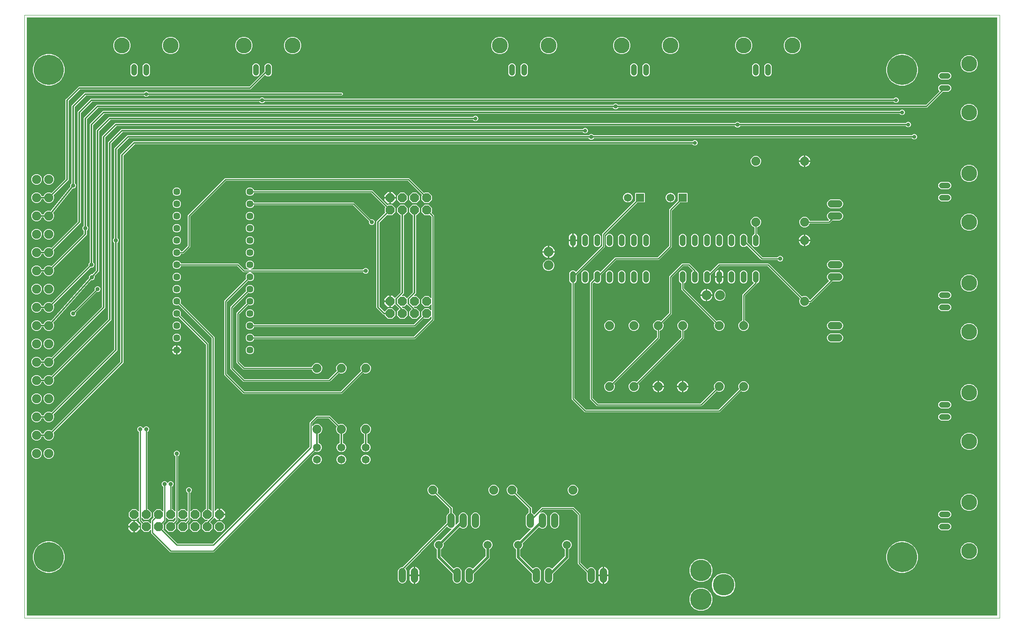
<source format=gtl>
G04 EAGLE Gerber X2 export*
%TF.Part,Single*%
%TF.FileFunction,Other,Top Copper*%
%TF.FilePolarity,Positive*%
%TF.GenerationSoftware,Autodesk,EAGLE,8.6.0*%
%TF.CreationDate,2018-02-09T22:15:05Z*%
G75*
%MOMM*%
%FSLAX34Y34*%
%LPD*%
%AMOC8*
5,1,8,0,0,1.08239X$1,22.5*%
G01*
%ADD10C,0.000000*%
%ADD11C,4.495800*%
%ADD12C,1.905000*%
%ADD13C,1.206400*%
%ADD14C,3.300000*%
%ADD15C,1.447800*%
%ADD16P,2.034460X8X22.500000*%
%ADD17C,1.524000*%
%ADD18C,1.676400*%
%ADD19C,1.879600*%
%ADD20R,1.651000X1.651000*%
%ADD21C,1.651000*%
%ADD22C,1.219200*%
%ADD23C,2.032000*%
%ADD24C,6.286500*%
%ADD25C,0.304800*%
%ADD26C,0.914400*%
%ADD27C,0.254000*%
%ADD28C,0.806400*%
%ADD29C,0.609600*%

G36*
X2026178Y5084D02*
X2026178Y5084D01*
X2026197Y5082D01*
X2026299Y5104D01*
X2026401Y5120D01*
X2026418Y5130D01*
X2026438Y5134D01*
X2026527Y5187D01*
X2026618Y5236D01*
X2026632Y5250D01*
X2026649Y5260D01*
X2026716Y5339D01*
X2026788Y5414D01*
X2026796Y5432D01*
X2026809Y5447D01*
X2026848Y5543D01*
X2026891Y5637D01*
X2026893Y5657D01*
X2026901Y5675D01*
X2026919Y5842D01*
X2026919Y1251458D01*
X2026916Y1251478D01*
X2026918Y1251497D01*
X2026896Y1251599D01*
X2026880Y1251701D01*
X2026870Y1251718D01*
X2026866Y1251738D01*
X2026813Y1251827D01*
X2026764Y1251918D01*
X2026750Y1251932D01*
X2026740Y1251949D01*
X2026661Y1252016D01*
X2026586Y1252088D01*
X2026568Y1252096D01*
X2026553Y1252109D01*
X2026457Y1252148D01*
X2026363Y1252191D01*
X2026343Y1252193D01*
X2026325Y1252201D01*
X2026158Y1252219D01*
X5842Y1252219D01*
X5822Y1252216D01*
X5803Y1252218D01*
X5701Y1252196D01*
X5599Y1252180D01*
X5582Y1252170D01*
X5562Y1252166D01*
X5473Y1252113D01*
X5382Y1252064D01*
X5368Y1252050D01*
X5351Y1252040D01*
X5284Y1251961D01*
X5212Y1251886D01*
X5204Y1251868D01*
X5191Y1251853D01*
X5152Y1251757D01*
X5109Y1251663D01*
X5107Y1251643D01*
X5099Y1251625D01*
X5081Y1251458D01*
X5081Y5842D01*
X5084Y5822D01*
X5082Y5803D01*
X5104Y5701D01*
X5120Y5599D01*
X5130Y5582D01*
X5134Y5562D01*
X5187Y5473D01*
X5236Y5382D01*
X5250Y5368D01*
X5260Y5351D01*
X5339Y5284D01*
X5414Y5212D01*
X5432Y5204D01*
X5447Y5191D01*
X5543Y5152D01*
X5637Y5109D01*
X5657Y5107D01*
X5675Y5099D01*
X5842Y5081D01*
X2026158Y5081D01*
X2026178Y5084D01*
G37*
%LPC*%
G36*
X303642Y136905D02*
X303642Y136905D01*
X263905Y176642D01*
X263905Y183120D01*
X263894Y183191D01*
X263892Y183263D01*
X263874Y183312D01*
X263866Y183363D01*
X263832Y183426D01*
X263807Y183494D01*
X263775Y183534D01*
X263750Y183581D01*
X263698Y183630D01*
X263654Y183686D01*
X263610Y183714D01*
X263572Y183750D01*
X263507Y183780D01*
X263447Y183819D01*
X263396Y183832D01*
X263349Y183854D01*
X263278Y183861D01*
X263208Y183879D01*
X263156Y183875D01*
X263105Y183881D01*
X263034Y183865D01*
X262963Y183860D01*
X262915Y183839D01*
X262864Y183828D01*
X262803Y183792D01*
X262737Y183763D01*
X262681Y183719D01*
X262653Y183702D01*
X262638Y183684D01*
X262606Y183659D01*
X258524Y179577D01*
X249476Y179577D01*
X243077Y185976D01*
X243077Y195024D01*
X243762Y195709D01*
X243774Y195725D01*
X243789Y195738D01*
X243845Y195825D01*
X243906Y195909D01*
X243911Y195928D01*
X243922Y195945D01*
X243947Y196045D01*
X243978Y196144D01*
X243977Y196164D01*
X243982Y196183D01*
X243974Y196286D01*
X243972Y196390D01*
X243965Y196409D01*
X243963Y196428D01*
X243923Y196523D01*
X243887Y196621D01*
X243875Y196636D01*
X243867Y196655D01*
X243762Y196786D01*
X240365Y200182D01*
X238505Y202042D01*
X238505Y208520D01*
X238494Y208591D01*
X238492Y208663D01*
X238474Y208712D01*
X238466Y208763D01*
X238432Y208826D01*
X238407Y208894D01*
X238375Y208934D01*
X238350Y208981D01*
X238298Y209030D01*
X238254Y209086D01*
X238210Y209114D01*
X238172Y209150D01*
X238107Y209180D01*
X238047Y209219D01*
X237996Y209232D01*
X237949Y209254D01*
X237878Y209261D01*
X237808Y209279D01*
X237756Y209275D01*
X237705Y209281D01*
X237634Y209265D01*
X237563Y209260D01*
X237515Y209239D01*
X237464Y209228D01*
X237403Y209192D01*
X237337Y209163D01*
X237281Y209119D01*
X237253Y209102D01*
X237238Y209084D01*
X237206Y209059D01*
X233124Y204977D01*
X224076Y204977D01*
X217677Y211376D01*
X217677Y220424D01*
X224076Y226823D01*
X233124Y226823D01*
X237206Y222741D01*
X237264Y222699D01*
X237316Y222650D01*
X237363Y222628D01*
X237405Y222598D01*
X237474Y222577D01*
X237539Y222546D01*
X237591Y222541D01*
X237641Y222525D01*
X237712Y222527D01*
X237783Y222519D01*
X237834Y222530D01*
X237886Y222532D01*
X237954Y222556D01*
X238024Y222572D01*
X238069Y222598D01*
X238117Y222616D01*
X238173Y222661D01*
X238235Y222698D01*
X238269Y222737D01*
X238309Y222770D01*
X238348Y222830D01*
X238395Y222885D01*
X238414Y222933D01*
X238442Y222977D01*
X238460Y223046D01*
X238487Y223113D01*
X238495Y223184D01*
X238503Y223215D01*
X238501Y223239D01*
X238505Y223280D01*
X238505Y387750D01*
X238487Y387864D01*
X238469Y387981D01*
X238467Y387987D01*
X238466Y387993D01*
X238411Y388095D01*
X238358Y388200D01*
X238353Y388205D01*
X238350Y388210D01*
X238266Y388290D01*
X238182Y388372D01*
X238176Y388376D01*
X238172Y388379D01*
X238155Y388387D01*
X238035Y388453D01*
X237846Y388531D01*
X236131Y390246D01*
X235203Y392487D01*
X235203Y394913D01*
X236131Y397154D01*
X237846Y398869D01*
X240087Y399797D01*
X242513Y399797D01*
X244754Y398869D01*
X246469Y397154D01*
X246947Y395999D01*
X246984Y395938D01*
X247014Y395873D01*
X247049Y395834D01*
X247076Y395790D01*
X247132Y395744D01*
X247180Y395692D01*
X247226Y395667D01*
X247266Y395633D01*
X247333Y395608D01*
X247396Y395573D01*
X247447Y395564D01*
X247495Y395545D01*
X247567Y395542D01*
X247638Y395529D01*
X247689Y395537D01*
X247741Y395535D01*
X247810Y395555D01*
X247881Y395565D01*
X247927Y395589D01*
X247977Y395603D01*
X248036Y395644D01*
X248100Y395677D01*
X248137Y395714D01*
X248179Y395743D01*
X248222Y395801D01*
X248272Y395852D01*
X248307Y395915D01*
X248326Y395941D01*
X248333Y395963D01*
X248353Y395999D01*
X248831Y397154D01*
X250546Y398869D01*
X252787Y399797D01*
X255213Y399797D01*
X257454Y398869D01*
X259169Y397154D01*
X260097Y394913D01*
X260097Y392487D01*
X259169Y390246D01*
X257454Y388531D01*
X257265Y388453D01*
X257166Y388392D01*
X257065Y388332D01*
X257061Y388327D01*
X257056Y388324D01*
X256982Y388234D01*
X256905Y388145D01*
X256903Y388139D01*
X256899Y388134D01*
X256857Y388026D01*
X256813Y387917D01*
X256812Y387909D01*
X256811Y387905D01*
X256810Y387886D01*
X256795Y387750D01*
X256795Y227584D01*
X256798Y227564D01*
X256796Y227545D01*
X256818Y227443D01*
X256834Y227341D01*
X256844Y227324D01*
X256848Y227304D01*
X256901Y227215D01*
X256950Y227124D01*
X256964Y227110D01*
X256974Y227093D01*
X257053Y227026D01*
X257128Y226954D01*
X257146Y226946D01*
X257161Y226933D01*
X257257Y226894D01*
X257351Y226851D01*
X257371Y226849D01*
X257389Y226841D01*
X257556Y226823D01*
X258524Y226823D01*
X264923Y220424D01*
X264923Y211376D01*
X258524Y204977D01*
X249476Y204977D01*
X245394Y209059D01*
X245336Y209101D01*
X245284Y209150D01*
X245237Y209172D01*
X245195Y209202D01*
X245126Y209223D01*
X245061Y209254D01*
X245009Y209259D01*
X244959Y209275D01*
X244888Y209273D01*
X244817Y209281D01*
X244766Y209270D01*
X244714Y209268D01*
X244646Y209244D01*
X244576Y209228D01*
X244531Y209202D01*
X244483Y209184D01*
X244427Y209139D01*
X244365Y209102D01*
X244331Y209063D01*
X244291Y209030D01*
X244252Y208970D01*
X244205Y208915D01*
X244186Y208867D01*
X244158Y208823D01*
X244140Y208754D01*
X244113Y208687D01*
X244105Y208616D01*
X244097Y208585D01*
X244099Y208561D01*
X244095Y208520D01*
X244095Y204673D01*
X244109Y204583D01*
X244117Y204492D01*
X244129Y204462D01*
X244134Y204430D01*
X244177Y204349D01*
X244213Y204266D01*
X244239Y204233D01*
X244250Y204213D01*
X244273Y204191D01*
X244318Y204135D01*
X247714Y200738D01*
X247731Y200726D01*
X247743Y200711D01*
X247830Y200655D01*
X247914Y200594D01*
X247933Y200589D01*
X247950Y200578D01*
X248050Y200553D01*
X248149Y200522D01*
X248169Y200523D01*
X248188Y200518D01*
X248291Y200526D01*
X248395Y200528D01*
X248414Y200535D01*
X248434Y200537D01*
X248528Y200577D01*
X248626Y200613D01*
X248642Y200625D01*
X248660Y200633D01*
X248791Y200738D01*
X249476Y201423D01*
X258524Y201423D01*
X262606Y197341D01*
X262664Y197299D01*
X262716Y197250D01*
X262763Y197228D01*
X262805Y197198D01*
X262874Y197177D01*
X262939Y197146D01*
X262991Y197141D01*
X263041Y197125D01*
X263112Y197127D01*
X263183Y197119D01*
X263234Y197130D01*
X263286Y197132D01*
X263354Y197156D01*
X263424Y197172D01*
X263469Y197198D01*
X263517Y197216D01*
X263573Y197261D01*
X263635Y197298D01*
X263669Y197337D01*
X263709Y197370D01*
X263748Y197430D01*
X263795Y197485D01*
X263814Y197533D01*
X263842Y197577D01*
X263860Y197646D01*
X263887Y197713D01*
X263895Y197784D01*
X263903Y197815D01*
X263901Y197839D01*
X263905Y197880D01*
X263905Y204358D01*
X269162Y209614D01*
X269174Y209631D01*
X269189Y209643D01*
X269245Y209730D01*
X269306Y209814D01*
X269311Y209833D01*
X269322Y209850D01*
X269347Y209950D01*
X269378Y210049D01*
X269377Y210069D01*
X269382Y210088D01*
X269374Y210191D01*
X269372Y210295D01*
X269365Y210314D01*
X269363Y210334D01*
X269323Y210429D01*
X269287Y210526D01*
X269275Y210542D01*
X269267Y210560D01*
X269162Y210691D01*
X268477Y211376D01*
X268477Y220424D01*
X274876Y226823D01*
X283924Y226823D01*
X288006Y222741D01*
X288064Y222699D01*
X288116Y222650D01*
X288163Y222628D01*
X288205Y222598D01*
X288274Y222577D01*
X288339Y222546D01*
X288391Y222541D01*
X288441Y222525D01*
X288512Y222527D01*
X288583Y222519D01*
X288634Y222530D01*
X288686Y222532D01*
X288754Y222556D01*
X288824Y222572D01*
X288869Y222598D01*
X288917Y222616D01*
X288973Y222661D01*
X289035Y222698D01*
X289069Y222737D01*
X289109Y222770D01*
X289148Y222830D01*
X289195Y222885D01*
X289214Y222933D01*
X289242Y222977D01*
X289260Y223046D01*
X289287Y223113D01*
X289295Y223184D01*
X289303Y223215D01*
X289301Y223239D01*
X289305Y223280D01*
X289305Y273450D01*
X289287Y273564D01*
X289269Y273681D01*
X289267Y273687D01*
X289266Y273693D01*
X289211Y273795D01*
X289158Y273900D01*
X289153Y273905D01*
X289150Y273910D01*
X289066Y273990D01*
X288982Y274072D01*
X288976Y274076D01*
X288972Y274079D01*
X288955Y274087D01*
X288835Y274153D01*
X288646Y274231D01*
X286931Y275946D01*
X286003Y278187D01*
X286003Y280613D01*
X286931Y282854D01*
X288646Y284569D01*
X290887Y285497D01*
X293313Y285497D01*
X295554Y284569D01*
X297269Y282854D01*
X297747Y281699D01*
X297784Y281638D01*
X297814Y281573D01*
X297849Y281534D01*
X297876Y281490D01*
X297932Y281444D01*
X297980Y281392D01*
X298026Y281367D01*
X298066Y281333D01*
X298133Y281308D01*
X298196Y281273D01*
X298247Y281264D01*
X298295Y281245D01*
X298367Y281242D01*
X298438Y281229D01*
X298489Y281237D01*
X298541Y281235D01*
X298610Y281255D01*
X298681Y281265D01*
X298727Y281289D01*
X298777Y281303D01*
X298836Y281344D01*
X298900Y281377D01*
X298937Y281414D01*
X298979Y281443D01*
X299022Y281501D01*
X299072Y281552D01*
X299107Y281615D01*
X299126Y281641D01*
X299133Y281663D01*
X299153Y281699D01*
X299631Y282854D01*
X301346Y284569D01*
X303587Y285497D01*
X306013Y285497D01*
X308254Y284569D01*
X309969Y282854D01*
X310897Y280613D01*
X310897Y278187D01*
X309969Y275946D01*
X308254Y274231D01*
X308065Y274153D01*
X307966Y274092D01*
X307865Y274032D01*
X307861Y274027D01*
X307856Y274024D01*
X307782Y273934D01*
X307705Y273845D01*
X307703Y273839D01*
X307699Y273834D01*
X307657Y273726D01*
X307613Y273617D01*
X307612Y273609D01*
X307611Y273605D01*
X307610Y273586D01*
X307595Y273450D01*
X307595Y227584D01*
X307598Y227564D01*
X307596Y227545D01*
X307618Y227443D01*
X307634Y227341D01*
X307644Y227324D01*
X307648Y227304D01*
X307701Y227215D01*
X307750Y227124D01*
X307764Y227110D01*
X307774Y227093D01*
X307853Y227026D01*
X307928Y226954D01*
X307946Y226946D01*
X307961Y226933D01*
X308057Y226894D01*
X308151Y226851D01*
X308171Y226849D01*
X308189Y226841D01*
X308356Y226823D01*
X309324Y226823D01*
X313406Y222741D01*
X313464Y222699D01*
X313516Y222650D01*
X313563Y222628D01*
X313605Y222598D01*
X313674Y222577D01*
X313739Y222546D01*
X313791Y222541D01*
X313841Y222525D01*
X313912Y222527D01*
X313983Y222519D01*
X314034Y222530D01*
X314086Y222532D01*
X314154Y222556D01*
X314224Y222572D01*
X314269Y222598D01*
X314317Y222616D01*
X314373Y222661D01*
X314435Y222698D01*
X314469Y222737D01*
X314509Y222770D01*
X314548Y222830D01*
X314595Y222885D01*
X314614Y222933D01*
X314642Y222977D01*
X314660Y223046D01*
X314687Y223113D01*
X314695Y223184D01*
X314703Y223215D01*
X314701Y223239D01*
X314705Y223280D01*
X314705Y336950D01*
X314687Y337064D01*
X314669Y337181D01*
X314667Y337187D01*
X314666Y337193D01*
X314611Y337295D01*
X314558Y337400D01*
X314553Y337405D01*
X314550Y337410D01*
X314466Y337490D01*
X314382Y337572D01*
X314376Y337576D01*
X314372Y337579D01*
X314355Y337587D01*
X314235Y337653D01*
X314046Y337731D01*
X312331Y339446D01*
X311403Y341687D01*
X311403Y344113D01*
X312331Y346354D01*
X314046Y348069D01*
X316287Y348997D01*
X318713Y348997D01*
X320954Y348069D01*
X322669Y346354D01*
X323597Y344113D01*
X323597Y341687D01*
X322669Y339446D01*
X320954Y337731D01*
X320765Y337653D01*
X320666Y337592D01*
X320565Y337532D01*
X320561Y337527D01*
X320556Y337524D01*
X320482Y337434D01*
X320405Y337345D01*
X320403Y337339D01*
X320399Y337334D01*
X320357Y337226D01*
X320313Y337117D01*
X320312Y337109D01*
X320311Y337105D01*
X320310Y337086D01*
X320295Y336950D01*
X320295Y223280D01*
X320306Y223209D01*
X320308Y223137D01*
X320326Y223088D01*
X320334Y223037D01*
X320368Y222974D01*
X320393Y222906D01*
X320425Y222866D01*
X320450Y222819D01*
X320502Y222770D01*
X320546Y222714D01*
X320590Y222686D01*
X320628Y222650D01*
X320693Y222620D01*
X320753Y222581D01*
X320804Y222568D01*
X320851Y222546D01*
X320922Y222539D01*
X320992Y222521D01*
X321044Y222525D01*
X321095Y222519D01*
X321166Y222535D01*
X321237Y222540D01*
X321285Y222561D01*
X321336Y222572D01*
X321397Y222608D01*
X321463Y222637D01*
X321519Y222681D01*
X321547Y222698D01*
X321562Y222716D01*
X321594Y222741D01*
X325676Y226823D01*
X334724Y226823D01*
X338806Y222741D01*
X338864Y222699D01*
X338916Y222650D01*
X338963Y222628D01*
X339005Y222598D01*
X339074Y222577D01*
X339139Y222546D01*
X339191Y222541D01*
X339241Y222525D01*
X339312Y222527D01*
X339383Y222519D01*
X339434Y222530D01*
X339486Y222532D01*
X339554Y222556D01*
X339624Y222572D01*
X339669Y222598D01*
X339717Y222616D01*
X339773Y222661D01*
X339835Y222698D01*
X339869Y222737D01*
X339909Y222770D01*
X339948Y222830D01*
X339995Y222885D01*
X340014Y222933D01*
X340042Y222977D01*
X340060Y223046D01*
X340087Y223113D01*
X340095Y223184D01*
X340103Y223215D01*
X340101Y223239D01*
X340105Y223280D01*
X340105Y260750D01*
X340087Y260864D01*
X340069Y260981D01*
X340067Y260987D01*
X340066Y260993D01*
X340011Y261095D01*
X339958Y261200D01*
X339953Y261205D01*
X339950Y261210D01*
X339866Y261290D01*
X339782Y261372D01*
X339776Y261376D01*
X339772Y261379D01*
X339755Y261387D01*
X339635Y261453D01*
X339446Y261531D01*
X337731Y263246D01*
X336803Y265487D01*
X336803Y267913D01*
X337731Y270154D01*
X339446Y271869D01*
X341687Y272797D01*
X344113Y272797D01*
X346354Y271869D01*
X348069Y270154D01*
X348997Y267913D01*
X348997Y265487D01*
X348069Y263246D01*
X346354Y261531D01*
X346165Y261453D01*
X346066Y261392D01*
X345965Y261332D01*
X345961Y261327D01*
X345956Y261324D01*
X345882Y261234D01*
X345805Y261145D01*
X345803Y261139D01*
X345799Y261134D01*
X345757Y261026D01*
X345713Y260917D01*
X345712Y260909D01*
X345711Y260905D01*
X345710Y260886D01*
X345695Y260750D01*
X345695Y223280D01*
X345706Y223209D01*
X345708Y223137D01*
X345726Y223088D01*
X345734Y223037D01*
X345768Y222974D01*
X345793Y222906D01*
X345825Y222866D01*
X345850Y222819D01*
X345902Y222770D01*
X345946Y222714D01*
X345990Y222686D01*
X346028Y222650D01*
X346093Y222620D01*
X346153Y222581D01*
X346204Y222568D01*
X346251Y222546D01*
X346322Y222539D01*
X346392Y222521D01*
X346444Y222525D01*
X346495Y222519D01*
X346566Y222535D01*
X346637Y222540D01*
X346685Y222561D01*
X346736Y222572D01*
X346797Y222608D01*
X346863Y222637D01*
X346919Y222681D01*
X346947Y222698D01*
X346962Y222716D01*
X346994Y222741D01*
X351076Y226823D01*
X360124Y226823D01*
X366523Y220424D01*
X366523Y211376D01*
X360124Y204977D01*
X351076Y204977D01*
X346994Y209059D01*
X346936Y209101D01*
X346884Y209150D01*
X346837Y209172D01*
X346795Y209202D01*
X346726Y209223D01*
X346661Y209254D01*
X346609Y209259D01*
X346559Y209275D01*
X346488Y209273D01*
X346417Y209281D01*
X346366Y209270D01*
X346314Y209268D01*
X346246Y209244D01*
X346176Y209228D01*
X346131Y209202D01*
X346083Y209184D01*
X346027Y209139D01*
X345965Y209102D01*
X345931Y209063D01*
X345891Y209030D01*
X345852Y208970D01*
X345805Y208915D01*
X345786Y208867D01*
X345758Y208823D01*
X345740Y208754D01*
X345713Y208687D01*
X345705Y208616D01*
X345697Y208585D01*
X345699Y208561D01*
X345695Y208520D01*
X345695Y202042D01*
X340438Y196786D01*
X340426Y196769D01*
X340411Y196757D01*
X340355Y196670D01*
X340294Y196586D01*
X340289Y196567D01*
X340278Y196550D01*
X340253Y196450D01*
X340222Y196351D01*
X340223Y196331D01*
X340218Y196312D01*
X340226Y196209D01*
X340228Y196105D01*
X340235Y196086D01*
X340237Y196066D01*
X340277Y195971D01*
X340313Y195874D01*
X340325Y195858D01*
X340333Y195840D01*
X340438Y195709D01*
X341123Y195024D01*
X341123Y185976D01*
X334724Y179577D01*
X325676Y179577D01*
X319277Y185976D01*
X319277Y195024D01*
X325676Y201423D01*
X334724Y201423D01*
X335409Y200738D01*
X335425Y200726D01*
X335438Y200711D01*
X335525Y200655D01*
X335609Y200594D01*
X335628Y200589D01*
X335645Y200578D01*
X335745Y200553D01*
X335844Y200522D01*
X335864Y200523D01*
X335883Y200518D01*
X335986Y200526D01*
X336090Y200528D01*
X336109Y200535D01*
X336128Y200537D01*
X336223Y200577D01*
X336321Y200613D01*
X336336Y200625D01*
X336355Y200633D01*
X336486Y200738D01*
X339882Y204135D01*
X339935Y204209D01*
X339995Y204278D01*
X340007Y204308D01*
X340026Y204334D01*
X340053Y204422D01*
X340087Y204506D01*
X340091Y204547D01*
X340098Y204569D01*
X340097Y204602D01*
X340105Y204673D01*
X340105Y208520D01*
X340094Y208591D01*
X340092Y208663D01*
X340074Y208712D01*
X340066Y208763D01*
X340032Y208826D01*
X340007Y208894D01*
X339975Y208934D01*
X339950Y208981D01*
X339898Y209030D01*
X339854Y209086D01*
X339810Y209114D01*
X339772Y209150D01*
X339707Y209180D01*
X339647Y209219D01*
X339596Y209232D01*
X339549Y209254D01*
X339478Y209261D01*
X339408Y209279D01*
X339356Y209275D01*
X339305Y209281D01*
X339234Y209265D01*
X339163Y209260D01*
X339115Y209239D01*
X339064Y209228D01*
X339003Y209192D01*
X338937Y209163D01*
X338881Y209119D01*
X338853Y209102D01*
X338838Y209084D01*
X338806Y209059D01*
X334724Y204977D01*
X325676Y204977D01*
X321594Y209059D01*
X321536Y209101D01*
X321484Y209150D01*
X321437Y209172D01*
X321395Y209202D01*
X321326Y209223D01*
X321261Y209254D01*
X321209Y209259D01*
X321159Y209275D01*
X321088Y209273D01*
X321017Y209281D01*
X320966Y209270D01*
X320914Y209268D01*
X320846Y209244D01*
X320776Y209228D01*
X320731Y209202D01*
X320683Y209184D01*
X320627Y209139D01*
X320565Y209102D01*
X320531Y209063D01*
X320491Y209030D01*
X320452Y208970D01*
X320405Y208915D01*
X320386Y208867D01*
X320358Y208823D01*
X320340Y208754D01*
X320313Y208687D01*
X320305Y208616D01*
X320297Y208585D01*
X320299Y208561D01*
X320295Y208520D01*
X320295Y202042D01*
X318435Y200182D01*
X315038Y196786D01*
X315026Y196769D01*
X315011Y196757D01*
X314955Y196670D01*
X314894Y196586D01*
X314889Y196567D01*
X314878Y196550D01*
X314853Y196450D01*
X314822Y196351D01*
X314823Y196331D01*
X314818Y196312D01*
X314826Y196209D01*
X314828Y196105D01*
X314835Y196086D01*
X314837Y196066D01*
X314877Y195971D01*
X314913Y195874D01*
X314925Y195858D01*
X314933Y195840D01*
X315038Y195709D01*
X315723Y195024D01*
X315723Y185976D01*
X309324Y179577D01*
X300276Y179577D01*
X293877Y185976D01*
X293877Y195024D01*
X300276Y201423D01*
X309324Y201423D01*
X310009Y200738D01*
X310025Y200726D01*
X310038Y200711D01*
X310125Y200655D01*
X310209Y200594D01*
X310228Y200589D01*
X310245Y200578D01*
X310345Y200553D01*
X310444Y200522D01*
X310464Y200523D01*
X310483Y200518D01*
X310586Y200526D01*
X310690Y200528D01*
X310709Y200535D01*
X310728Y200537D01*
X310823Y200577D01*
X310921Y200613D01*
X310936Y200625D01*
X310955Y200633D01*
X311086Y200738D01*
X314482Y204135D01*
X314535Y204209D01*
X314595Y204278D01*
X314607Y204308D01*
X314626Y204334D01*
X314653Y204422D01*
X314687Y204506D01*
X314691Y204547D01*
X314698Y204569D01*
X314697Y204602D01*
X314705Y204673D01*
X314705Y208520D01*
X314694Y208591D01*
X314692Y208663D01*
X314674Y208712D01*
X314666Y208763D01*
X314632Y208826D01*
X314607Y208894D01*
X314575Y208934D01*
X314550Y208981D01*
X314498Y209030D01*
X314454Y209086D01*
X314410Y209114D01*
X314372Y209150D01*
X314307Y209180D01*
X314247Y209219D01*
X314196Y209232D01*
X314149Y209254D01*
X314078Y209261D01*
X314008Y209279D01*
X313956Y209275D01*
X313905Y209281D01*
X313834Y209265D01*
X313763Y209260D01*
X313715Y209239D01*
X313664Y209228D01*
X313603Y209192D01*
X313537Y209163D01*
X313481Y209119D01*
X313453Y209102D01*
X313438Y209084D01*
X313406Y209059D01*
X309324Y204977D01*
X300276Y204977D01*
X296194Y209059D01*
X296136Y209101D01*
X296084Y209150D01*
X296037Y209172D01*
X295995Y209202D01*
X295926Y209223D01*
X295861Y209254D01*
X295809Y209259D01*
X295759Y209275D01*
X295688Y209273D01*
X295617Y209281D01*
X295566Y209270D01*
X295514Y209268D01*
X295446Y209244D01*
X295376Y209228D01*
X295331Y209202D01*
X295283Y209184D01*
X295227Y209139D01*
X295165Y209102D01*
X295131Y209063D01*
X295091Y209030D01*
X295052Y208970D01*
X295005Y208915D01*
X294986Y208867D01*
X294958Y208823D01*
X294940Y208754D01*
X294913Y208687D01*
X294905Y208616D01*
X294897Y208585D01*
X294899Y208561D01*
X294895Y208520D01*
X294895Y202042D01*
X289638Y196786D01*
X289626Y196769D01*
X289611Y196757D01*
X289555Y196670D01*
X289494Y196586D01*
X289489Y196567D01*
X289478Y196550D01*
X289453Y196450D01*
X289422Y196351D01*
X289423Y196331D01*
X289418Y196312D01*
X289426Y196209D01*
X289428Y196105D01*
X289435Y196086D01*
X289437Y196066D01*
X289477Y195971D01*
X289513Y195874D01*
X289525Y195858D01*
X289533Y195840D01*
X289638Y195709D01*
X290323Y195024D01*
X290323Y185976D01*
X289638Y185291D01*
X289626Y185275D01*
X289611Y185262D01*
X289555Y185175D01*
X289494Y185091D01*
X289489Y185072D01*
X289478Y185055D01*
X289453Y184955D01*
X289422Y184856D01*
X289423Y184836D01*
X289418Y184817D01*
X289426Y184714D01*
X289428Y184610D01*
X289435Y184591D01*
X289437Y184572D01*
X289477Y184477D01*
X289513Y184379D01*
X289525Y184364D01*
X289533Y184345D01*
X289605Y184256D01*
X289611Y184245D01*
X289618Y184239D01*
X289638Y184214D01*
X318435Y155418D01*
X318509Y155365D01*
X318578Y155305D01*
X318608Y155293D01*
X318634Y155274D01*
X318721Y155247D01*
X318806Y155213D01*
X318847Y155209D01*
X318869Y155202D01*
X318902Y155203D01*
X318973Y155195D01*
X392227Y155195D01*
X392317Y155209D01*
X392408Y155217D01*
X392438Y155229D01*
X392470Y155234D01*
X392550Y155277D01*
X392634Y155313D01*
X392666Y155339D01*
X392687Y155350D01*
X392709Y155373D01*
X392765Y155418D01*
X593882Y356535D01*
X593935Y356609D01*
X593995Y356678D01*
X594007Y356708D01*
X594026Y356734D01*
X594053Y356821D01*
X594087Y356906D01*
X594091Y356947D01*
X594098Y356969D01*
X594097Y357002D01*
X594105Y357073D01*
X594105Y407558D01*
X608442Y421895D01*
X636158Y421895D01*
X654475Y403577D01*
X654570Y403509D01*
X654664Y403439D01*
X654670Y403437D01*
X654675Y403434D01*
X654786Y403400D01*
X654898Y403363D01*
X654904Y403363D01*
X654910Y403361D01*
X655027Y403364D01*
X655144Y403365D01*
X655151Y403368D01*
X655156Y403368D01*
X655173Y403374D01*
X655305Y403412D01*
X658227Y404623D01*
X662573Y404623D01*
X666587Y402960D01*
X669660Y399887D01*
X671323Y395873D01*
X671323Y391527D01*
X669660Y387513D01*
X666587Y384440D01*
X663919Y383335D01*
X663819Y383273D01*
X663719Y383213D01*
X663715Y383208D01*
X663710Y383205D01*
X663635Y383116D01*
X663559Y383026D01*
X663557Y383020D01*
X663553Y383016D01*
X663511Y382908D01*
X663467Y382798D01*
X663466Y382791D01*
X663465Y382786D01*
X663464Y382768D01*
X663449Y382631D01*
X663449Y365431D01*
X663468Y365317D01*
X663485Y365200D01*
X663487Y365195D01*
X663488Y365189D01*
X663543Y365086D01*
X663596Y364981D01*
X663601Y364977D01*
X663604Y364971D01*
X663688Y364891D01*
X663772Y364809D01*
X663778Y364805D01*
X663782Y364802D01*
X663799Y364794D01*
X663919Y364728D01*
X665940Y363891D01*
X668691Y361140D01*
X670180Y357545D01*
X670180Y353655D01*
X668691Y350060D01*
X665940Y347309D01*
X662345Y345820D01*
X658455Y345820D01*
X654860Y347309D01*
X652109Y350060D01*
X650620Y353655D01*
X650620Y357545D01*
X652109Y361140D01*
X654860Y363891D01*
X656881Y364728D01*
X656981Y364790D01*
X657081Y364850D01*
X657085Y364854D01*
X657090Y364858D01*
X657164Y364947D01*
X657241Y365036D01*
X657243Y365042D01*
X657247Y365047D01*
X657289Y365155D01*
X657333Y365265D01*
X657334Y365272D01*
X657335Y365277D01*
X657336Y365295D01*
X657351Y365431D01*
X657351Y382631D01*
X657332Y382746D01*
X657315Y382862D01*
X657313Y382868D01*
X657312Y382874D01*
X657257Y382977D01*
X657204Y383082D01*
X657199Y383086D01*
X657196Y383092D01*
X657112Y383171D01*
X657028Y383254D01*
X657022Y383258D01*
X657018Y383261D01*
X657001Y383269D01*
X656881Y383335D01*
X654213Y384440D01*
X651140Y387513D01*
X649477Y391527D01*
X649477Y395873D01*
X650688Y398795D01*
X650714Y398909D01*
X650743Y399022D01*
X650743Y399029D01*
X650744Y399035D01*
X650733Y399151D01*
X650724Y399268D01*
X650722Y399273D01*
X650721Y399280D01*
X650673Y399387D01*
X650628Y399494D01*
X650623Y399500D01*
X650621Y399504D01*
X650608Y399518D01*
X650523Y399625D01*
X634065Y416082D01*
X633991Y416135D01*
X633922Y416195D01*
X633892Y416207D01*
X633866Y416226D01*
X633779Y416253D01*
X633694Y416287D01*
X633653Y416291D01*
X633631Y416298D01*
X633598Y416297D01*
X633527Y416305D01*
X611073Y416305D01*
X610983Y416291D01*
X610892Y416283D01*
X610862Y416271D01*
X610830Y416266D01*
X610750Y416223D01*
X610666Y416187D01*
X610634Y416161D01*
X610613Y416150D01*
X610591Y416127D01*
X610535Y416082D01*
X599918Y405465D01*
X599865Y405391D01*
X599805Y405322D01*
X599793Y405292D01*
X599774Y405266D01*
X599747Y405179D01*
X599713Y405094D01*
X599709Y405053D01*
X599702Y405031D01*
X599703Y404998D01*
X599695Y404927D01*
X599695Y401080D01*
X599706Y401009D01*
X599708Y400937D01*
X599726Y400888D01*
X599734Y400837D01*
X599768Y400774D01*
X599793Y400706D01*
X599825Y400666D01*
X599850Y400619D01*
X599902Y400570D01*
X599946Y400514D01*
X599990Y400486D01*
X600028Y400450D01*
X600093Y400420D01*
X600153Y400381D01*
X600204Y400368D01*
X600251Y400346D01*
X600322Y400339D01*
X600392Y400321D01*
X600444Y400325D01*
X600495Y400319D01*
X600566Y400335D01*
X600637Y400340D01*
X600685Y400361D01*
X600736Y400372D01*
X600797Y400408D01*
X600863Y400437D01*
X600919Y400481D01*
X600947Y400498D01*
X600962Y400516D01*
X600994Y400541D01*
X603413Y402960D01*
X607427Y404623D01*
X611773Y404623D01*
X615787Y402960D01*
X618860Y399887D01*
X620523Y395873D01*
X620523Y391527D01*
X618860Y387513D01*
X615787Y384440D01*
X613119Y383335D01*
X613019Y383273D01*
X612919Y383213D01*
X612915Y383209D01*
X612910Y383205D01*
X612835Y383115D01*
X612759Y383026D01*
X612757Y383021D01*
X612753Y383016D01*
X612711Y382907D01*
X612667Y382798D01*
X612666Y382791D01*
X612665Y382786D01*
X612664Y382768D01*
X612649Y382632D01*
X612649Y365431D01*
X612668Y365317D01*
X612685Y365200D01*
X612687Y365195D01*
X612688Y365189D01*
X612743Y365086D01*
X612796Y364981D01*
X612801Y364977D01*
X612804Y364971D01*
X612888Y364891D01*
X612972Y364809D01*
X612978Y364805D01*
X612982Y364802D01*
X612999Y364794D01*
X613119Y364728D01*
X615140Y363891D01*
X617891Y361140D01*
X619380Y357545D01*
X619380Y353655D01*
X617891Y350060D01*
X615140Y347309D01*
X611545Y345820D01*
X607655Y345820D01*
X605380Y346763D01*
X605266Y346789D01*
X605152Y346818D01*
X605146Y346817D01*
X605140Y346819D01*
X605024Y346808D01*
X604907Y346799D01*
X604902Y346796D01*
X604895Y346796D01*
X604788Y346748D01*
X604681Y346702D01*
X604675Y346698D01*
X604671Y346696D01*
X604657Y346683D01*
X604550Y346598D01*
X396718Y138765D01*
X394858Y136905D01*
X303642Y136905D01*
G37*
%LPD*%
%LPC*%
G36*
X23202Y408050D02*
X23202Y408050D01*
X19141Y409733D01*
X16033Y412841D01*
X14350Y416902D01*
X14350Y421298D01*
X16033Y425359D01*
X19141Y428467D01*
X23202Y430150D01*
X27598Y430150D01*
X31659Y428467D01*
X34767Y425359D01*
X35903Y422619D01*
X35964Y422519D01*
X36024Y422419D01*
X36029Y422415D01*
X36032Y422410D01*
X36122Y422335D01*
X36211Y422259D01*
X36217Y422257D01*
X36222Y422253D01*
X36330Y422211D01*
X36439Y422167D01*
X36447Y422166D01*
X36451Y422165D01*
X36470Y422164D01*
X36606Y422149D01*
X39594Y422149D01*
X39709Y422168D01*
X39825Y422185D01*
X39831Y422187D01*
X39837Y422188D01*
X39939Y422243D01*
X40044Y422296D01*
X40049Y422301D01*
X40054Y422304D01*
X40134Y422388D01*
X40216Y422472D01*
X40220Y422478D01*
X40224Y422482D01*
X40231Y422499D01*
X40297Y422619D01*
X41433Y425359D01*
X44541Y428467D01*
X48602Y430150D01*
X52998Y430150D01*
X55738Y429015D01*
X55852Y428988D01*
X55966Y428959D01*
X55972Y428960D01*
X55978Y428958D01*
X56094Y428969D01*
X56211Y428978D01*
X56216Y428981D01*
X56223Y428981D01*
X56330Y429029D01*
X56437Y429075D01*
X56443Y429079D01*
X56447Y429081D01*
X56461Y429094D01*
X56568Y429180D01*
X187228Y559840D01*
X187281Y559914D01*
X187341Y559983D01*
X187353Y560013D01*
X187372Y560040D01*
X187399Y560127D01*
X187433Y560211D01*
X187437Y560252D01*
X187444Y560275D01*
X187443Y560307D01*
X187451Y560378D01*
X187451Y781555D01*
X187447Y781581D01*
X187449Y781595D01*
X187432Y781670D01*
X187415Y781786D01*
X187413Y781792D01*
X187412Y781798D01*
X187400Y781820D01*
X187396Y781836D01*
X187355Y781906D01*
X187304Y782005D01*
X187299Y782010D01*
X187296Y782015D01*
X187279Y782031D01*
X187270Y782047D01*
X187203Y782104D01*
X187128Y782178D01*
X187122Y782181D01*
X187118Y782185D01*
X187101Y782192D01*
X187097Y782194D01*
X187083Y782207D01*
X187063Y782215D01*
X185331Y783946D01*
X184403Y786187D01*
X184403Y788613D01*
X185331Y790854D01*
X187082Y792604D01*
X187181Y792663D01*
X187185Y792668D01*
X187190Y792671D01*
X187265Y792761D01*
X187341Y792850D01*
X187343Y792856D01*
X187347Y792861D01*
X187389Y792969D01*
X187433Y793078D01*
X187434Y793086D01*
X187435Y793090D01*
X187436Y793109D01*
X187451Y793245D01*
X187451Y979163D01*
X214637Y1006349D01*
X1175255Y1006349D01*
X1175370Y1006368D01*
X1175486Y1006385D01*
X1175492Y1006387D01*
X1175498Y1006388D01*
X1175601Y1006443D01*
X1175705Y1006496D01*
X1175710Y1006501D01*
X1175715Y1006504D01*
X1175795Y1006588D01*
X1175878Y1006672D01*
X1175881Y1006678D01*
X1175885Y1006682D01*
X1175892Y1006699D01*
X1175912Y1006734D01*
X1177646Y1008469D01*
X1179887Y1009397D01*
X1182313Y1009397D01*
X1184554Y1008469D01*
X1186304Y1006718D01*
X1186363Y1006619D01*
X1186368Y1006615D01*
X1186371Y1006610D01*
X1186461Y1006535D01*
X1186550Y1006459D01*
X1186556Y1006457D01*
X1186561Y1006453D01*
X1186669Y1006411D01*
X1186778Y1006367D01*
X1186786Y1006366D01*
X1186790Y1006365D01*
X1186809Y1006364D01*
X1186945Y1006349D01*
X1849075Y1006349D01*
X1849165Y1006363D01*
X1849256Y1006371D01*
X1849286Y1006383D01*
X1849318Y1006388D01*
X1849398Y1006431D01*
X1849482Y1006467D01*
X1849514Y1006493D01*
X1849535Y1006504D01*
X1849557Y1006527D01*
X1849613Y1006572D01*
X1851052Y1008011D01*
X1853095Y1008857D01*
X1855305Y1008857D01*
X1857348Y1008011D01*
X1858911Y1006448D01*
X1859757Y1004405D01*
X1859757Y1002195D01*
X1858911Y1000152D01*
X1857348Y998589D01*
X1855305Y997743D01*
X1853095Y997743D01*
X1851052Y998589D01*
X1849613Y1000028D01*
X1849539Y1000081D01*
X1849470Y1000141D01*
X1849440Y1000153D01*
X1849414Y1000172D01*
X1849327Y1000199D01*
X1849242Y1000233D01*
X1849201Y1000237D01*
X1849178Y1000244D01*
X1849146Y1000243D01*
X1849075Y1000251D01*
X1186945Y1000251D01*
X1186830Y1000232D01*
X1186714Y1000215D01*
X1186708Y1000213D01*
X1186702Y1000212D01*
X1186599Y1000157D01*
X1186495Y1000104D01*
X1186490Y1000099D01*
X1186485Y1000096D01*
X1186404Y1000012D01*
X1186322Y999928D01*
X1186319Y999922D01*
X1186315Y999918D01*
X1186308Y999901D01*
X1186288Y999866D01*
X1184554Y998131D01*
X1182313Y997203D01*
X1179887Y997203D01*
X1177646Y998131D01*
X1175896Y999882D01*
X1175837Y999981D01*
X1175832Y999985D01*
X1175829Y999990D01*
X1175739Y1000065D01*
X1175650Y1000141D01*
X1175644Y1000143D01*
X1175639Y1000147D01*
X1175531Y1000189D01*
X1175422Y1000233D01*
X1175414Y1000234D01*
X1175410Y1000235D01*
X1175391Y1000236D01*
X1175255Y1000251D01*
X217478Y1000251D01*
X217388Y1000237D01*
X217297Y1000229D01*
X217267Y1000217D01*
X217235Y1000212D01*
X217155Y1000169D01*
X217071Y1000133D01*
X217039Y1000107D01*
X217018Y1000096D01*
X216996Y1000073D01*
X216940Y1000028D01*
X193772Y976860D01*
X193719Y976786D01*
X193659Y976717D01*
X193647Y976687D01*
X193628Y976660D01*
X193601Y976573D01*
X193567Y976489D01*
X193563Y976448D01*
X193556Y976425D01*
X193557Y976393D01*
X193549Y976322D01*
X193549Y793245D01*
X193568Y793130D01*
X193585Y793014D01*
X193587Y793008D01*
X193588Y793002D01*
X193643Y792899D01*
X193696Y792795D01*
X193701Y792790D01*
X193704Y792785D01*
X193788Y792704D01*
X193872Y792622D01*
X193878Y792619D01*
X193882Y792615D01*
X193899Y792608D01*
X193934Y792588D01*
X195669Y790854D01*
X196597Y788613D01*
X196597Y786187D01*
X195669Y783946D01*
X193921Y782199D01*
X193851Y782162D01*
X193838Y782148D01*
X193819Y782137D01*
X193815Y782132D01*
X193810Y782129D01*
X193741Y782046D01*
X193682Y781984D01*
X193675Y781968D01*
X193659Y781950D01*
X193657Y781944D01*
X193653Y781939D01*
X193612Y781833D01*
X193578Y781761D01*
X193577Y781745D01*
X193567Y781722D01*
X193566Y781714D01*
X193565Y781710D01*
X193564Y781691D01*
X193549Y781555D01*
X193549Y557537D01*
X191540Y555528D01*
X60880Y424868D01*
X60811Y424773D01*
X60742Y424679D01*
X60740Y424673D01*
X60736Y424668D01*
X60702Y424557D01*
X60665Y424445D01*
X60666Y424439D01*
X60664Y424433D01*
X60667Y424316D01*
X60668Y424200D01*
X60670Y424192D01*
X60670Y424187D01*
X60676Y424170D01*
X60715Y424038D01*
X61850Y421298D01*
X61850Y416902D01*
X60167Y412841D01*
X57059Y409733D01*
X52998Y408050D01*
X48602Y408050D01*
X44541Y409733D01*
X41433Y412841D01*
X40297Y415581D01*
X40236Y415681D01*
X40176Y415781D01*
X40171Y415785D01*
X40168Y415790D01*
X40078Y415865D01*
X39989Y415941D01*
X39983Y415943D01*
X39978Y415947D01*
X39870Y415989D01*
X39761Y416033D01*
X39753Y416034D01*
X39749Y416035D01*
X39730Y416036D01*
X39594Y416051D01*
X36606Y416051D01*
X36491Y416032D01*
X36375Y416015D01*
X36369Y416013D01*
X36363Y416012D01*
X36261Y415957D01*
X36156Y415904D01*
X36151Y415899D01*
X36146Y415896D01*
X36066Y415812D01*
X35984Y415728D01*
X35980Y415722D01*
X35976Y415718D01*
X35969Y415701D01*
X35903Y415581D01*
X34767Y412841D01*
X31659Y409733D01*
X27598Y408050D01*
X23202Y408050D01*
G37*
%LPD*%
%LPC*%
G36*
X23202Y712850D02*
X23202Y712850D01*
X19141Y714533D01*
X16033Y717641D01*
X14350Y721702D01*
X14350Y726098D01*
X16033Y730159D01*
X19141Y733267D01*
X23202Y734950D01*
X27598Y734950D01*
X31659Y733267D01*
X34767Y730159D01*
X35903Y727419D01*
X35964Y727319D01*
X36024Y727219D01*
X36029Y727215D01*
X36032Y727210D01*
X36122Y727135D01*
X36211Y727059D01*
X36217Y727057D01*
X36222Y727053D01*
X36330Y727011D01*
X36439Y726967D01*
X36447Y726966D01*
X36451Y726965D01*
X36470Y726964D01*
X36606Y726949D01*
X39594Y726949D01*
X39709Y726968D01*
X39825Y726985D01*
X39831Y726987D01*
X39837Y726988D01*
X39939Y727043D01*
X40044Y727096D01*
X40049Y727101D01*
X40054Y727104D01*
X40134Y727188D01*
X40216Y727272D01*
X40220Y727278D01*
X40224Y727282D01*
X40231Y727299D01*
X40297Y727419D01*
X41433Y730159D01*
X44541Y733267D01*
X48602Y734950D01*
X52998Y734950D01*
X55738Y733815D01*
X55852Y733788D01*
X55966Y733759D01*
X55972Y733760D01*
X55978Y733758D01*
X56094Y733769D01*
X56211Y733778D01*
X56216Y733781D01*
X56223Y733781D01*
X56330Y733829D01*
X56437Y733875D01*
X56443Y733879D01*
X56447Y733881D01*
X56461Y733894D01*
X56568Y733980D01*
X123728Y801140D01*
X123781Y801214D01*
X123841Y801283D01*
X123853Y801313D01*
X123872Y801340D01*
X123899Y801427D01*
X123933Y801511D01*
X123937Y801552D01*
X123944Y801575D01*
X123943Y801607D01*
X123951Y801678D01*
X123951Y806955D01*
X123932Y807070D01*
X123915Y807186D01*
X123913Y807192D01*
X123912Y807198D01*
X123857Y807301D01*
X123804Y807405D01*
X123799Y807410D01*
X123796Y807415D01*
X123712Y807496D01*
X123628Y807578D01*
X123622Y807581D01*
X123618Y807585D01*
X123601Y807592D01*
X123566Y807612D01*
X121831Y809346D01*
X120903Y811587D01*
X120903Y814013D01*
X121831Y816254D01*
X123582Y818004D01*
X123681Y818063D01*
X123685Y818068D01*
X123690Y818071D01*
X123765Y818161D01*
X123841Y818250D01*
X123843Y818256D01*
X123847Y818260D01*
X123889Y818369D01*
X123933Y818478D01*
X123934Y818486D01*
X123935Y818490D01*
X123936Y818508D01*
X123951Y818645D01*
X123951Y1042663D01*
X151137Y1069849D01*
X1226055Y1069849D01*
X1226170Y1069868D01*
X1226286Y1069885D01*
X1226292Y1069887D01*
X1226298Y1069888D01*
X1226401Y1069943D01*
X1226505Y1069996D01*
X1226510Y1070001D01*
X1226515Y1070004D01*
X1226595Y1070088D01*
X1226678Y1070172D01*
X1226681Y1070178D01*
X1226685Y1070182D01*
X1226692Y1070199D01*
X1226712Y1070234D01*
X1228446Y1071969D01*
X1230687Y1072897D01*
X1233113Y1072897D01*
X1235354Y1071969D01*
X1237104Y1070218D01*
X1237163Y1070119D01*
X1237168Y1070115D01*
X1237171Y1070110D01*
X1237261Y1070035D01*
X1237350Y1069959D01*
X1237356Y1069957D01*
X1237360Y1069953D01*
X1237469Y1069911D01*
X1237578Y1069867D01*
X1237586Y1069866D01*
X1237590Y1069865D01*
X1237608Y1069864D01*
X1237745Y1069849D01*
X1878022Y1069849D01*
X1878112Y1069863D01*
X1878203Y1069871D01*
X1878233Y1069883D01*
X1878265Y1069888D01*
X1878345Y1069931D01*
X1878429Y1069967D01*
X1878461Y1069993D01*
X1878482Y1070004D01*
X1878504Y1070027D01*
X1878560Y1070072D01*
X1906647Y1098158D01*
X1906658Y1098174D01*
X1906674Y1098187D01*
X1906730Y1098274D01*
X1906790Y1098358D01*
X1906796Y1098377D01*
X1906807Y1098394D01*
X1906832Y1098494D01*
X1906862Y1098593D01*
X1906862Y1098613D01*
X1906867Y1098632D01*
X1906859Y1098735D01*
X1906856Y1098839D01*
X1906849Y1098858D01*
X1906848Y1098877D01*
X1906807Y1098972D01*
X1906772Y1099070D01*
X1906759Y1099085D01*
X1906751Y1099104D01*
X1906647Y1099235D01*
X1905262Y1100619D01*
X1904111Y1103397D01*
X1904111Y1106403D01*
X1905262Y1109181D01*
X1907387Y1111306D01*
X1910165Y1112457D01*
X1925235Y1112457D01*
X1928013Y1111306D01*
X1930138Y1109181D01*
X1931289Y1106403D01*
X1931289Y1103397D01*
X1930138Y1100619D01*
X1928013Y1098494D01*
X1925235Y1097343D01*
X1914770Y1097343D01*
X1914680Y1097329D01*
X1914589Y1097321D01*
X1914559Y1097309D01*
X1914527Y1097304D01*
X1914447Y1097261D01*
X1914363Y1097225D01*
X1914331Y1097199D01*
X1914310Y1097188D01*
X1914288Y1097165D01*
X1914232Y1097120D01*
X1880863Y1063751D01*
X1237745Y1063751D01*
X1237630Y1063732D01*
X1237514Y1063715D01*
X1237508Y1063713D01*
X1237502Y1063712D01*
X1237399Y1063657D01*
X1237295Y1063604D01*
X1237290Y1063599D01*
X1237285Y1063596D01*
X1237204Y1063512D01*
X1237122Y1063428D01*
X1237119Y1063422D01*
X1237115Y1063418D01*
X1237108Y1063401D01*
X1237088Y1063366D01*
X1235354Y1061631D01*
X1233113Y1060703D01*
X1230687Y1060703D01*
X1228446Y1061631D01*
X1226696Y1063382D01*
X1226637Y1063481D01*
X1226632Y1063485D01*
X1226629Y1063490D01*
X1226539Y1063565D01*
X1226450Y1063641D01*
X1226444Y1063643D01*
X1226440Y1063647D01*
X1226331Y1063689D01*
X1226222Y1063733D01*
X1226214Y1063734D01*
X1226210Y1063735D01*
X1226192Y1063736D01*
X1226055Y1063751D01*
X153978Y1063751D01*
X153888Y1063737D01*
X153797Y1063729D01*
X153767Y1063717D01*
X153735Y1063712D01*
X153655Y1063669D01*
X153571Y1063633D01*
X153539Y1063607D01*
X153518Y1063596D01*
X153496Y1063573D01*
X153440Y1063528D01*
X130272Y1040360D01*
X130219Y1040286D01*
X130159Y1040217D01*
X130147Y1040187D01*
X130128Y1040160D01*
X130101Y1040073D01*
X130067Y1039989D01*
X130063Y1039948D01*
X130056Y1039925D01*
X130057Y1039893D01*
X130049Y1039822D01*
X130049Y818645D01*
X130068Y818530D01*
X130085Y818414D01*
X130087Y818408D01*
X130088Y818402D01*
X130143Y818299D01*
X130196Y818195D01*
X130201Y818190D01*
X130204Y818185D01*
X130288Y818104D01*
X130372Y818022D01*
X130378Y818019D01*
X130382Y818015D01*
X130399Y818008D01*
X130434Y817988D01*
X132169Y816254D01*
X133097Y814013D01*
X133097Y811587D01*
X132169Y809346D01*
X130418Y807596D01*
X130319Y807537D01*
X130315Y807532D01*
X130310Y807529D01*
X130235Y807439D01*
X130159Y807350D01*
X130157Y807344D01*
X130153Y807340D01*
X130111Y807231D01*
X130067Y807122D01*
X130066Y807114D01*
X130065Y807110D01*
X130064Y807092D01*
X130049Y806955D01*
X130049Y798837D01*
X128040Y796828D01*
X60880Y729668D01*
X60811Y729573D01*
X60742Y729479D01*
X60740Y729473D01*
X60736Y729468D01*
X60702Y729357D01*
X60665Y729245D01*
X60666Y729239D01*
X60664Y729233D01*
X60667Y729116D01*
X60668Y729000D01*
X60670Y728992D01*
X60670Y728987D01*
X60676Y728970D01*
X60715Y728838D01*
X61850Y726098D01*
X61850Y721702D01*
X60167Y717641D01*
X57059Y714533D01*
X52998Y712850D01*
X48602Y712850D01*
X44541Y714533D01*
X41433Y717641D01*
X40297Y720381D01*
X40236Y720481D01*
X40176Y720581D01*
X40171Y720585D01*
X40168Y720590D01*
X40078Y720665D01*
X39989Y720741D01*
X39983Y720743D01*
X39978Y720747D01*
X39870Y720789D01*
X39761Y720833D01*
X39753Y720834D01*
X39749Y720835D01*
X39730Y720836D01*
X39594Y720851D01*
X36606Y720851D01*
X36491Y720832D01*
X36375Y720815D01*
X36369Y720813D01*
X36363Y720812D01*
X36261Y720757D01*
X36156Y720704D01*
X36151Y720699D01*
X36146Y720696D01*
X36066Y720612D01*
X35984Y720528D01*
X35980Y720522D01*
X35976Y720518D01*
X35969Y720501D01*
X35903Y720381D01*
X34767Y717641D01*
X31659Y714533D01*
X27598Y712850D01*
X23202Y712850D01*
G37*
%LPD*%
%LPC*%
G36*
X23202Y522350D02*
X23202Y522350D01*
X19141Y524033D01*
X16033Y527141D01*
X14350Y531202D01*
X14350Y535598D01*
X16033Y539659D01*
X19141Y542767D01*
X23202Y544450D01*
X27598Y544450D01*
X31659Y542767D01*
X34767Y539659D01*
X35903Y536919D01*
X35964Y536819D01*
X36024Y536719D01*
X36029Y536715D01*
X36032Y536710D01*
X36122Y536635D01*
X36211Y536559D01*
X36217Y536557D01*
X36222Y536553D01*
X36330Y536511D01*
X36439Y536467D01*
X36447Y536466D01*
X36451Y536465D01*
X36470Y536464D01*
X36606Y536449D01*
X39594Y536449D01*
X39709Y536468D01*
X39825Y536485D01*
X39831Y536487D01*
X39837Y536488D01*
X39939Y536543D01*
X40044Y536596D01*
X40049Y536601D01*
X40054Y536604D01*
X40134Y536688D01*
X40216Y536772D01*
X40220Y536778D01*
X40224Y536782D01*
X40231Y536799D01*
X40297Y536919D01*
X41433Y539659D01*
X44541Y542767D01*
X48602Y544450D01*
X52998Y544450D01*
X55738Y543315D01*
X55852Y543288D01*
X55966Y543259D01*
X55972Y543260D01*
X55978Y543258D01*
X56094Y543269D01*
X56211Y543278D01*
X56216Y543281D01*
X56223Y543281D01*
X56330Y543329D01*
X56437Y543375D01*
X56443Y543379D01*
X56447Y543381D01*
X56461Y543394D01*
X56518Y543439D01*
X56568Y543480D01*
X161828Y648740D01*
X161881Y648814D01*
X161941Y648883D01*
X161953Y648913D01*
X161972Y648940D01*
X161999Y649027D01*
X162033Y649111D01*
X162037Y649152D01*
X162044Y649175D01*
X162043Y649207D01*
X162051Y649278D01*
X162051Y1004563D01*
X189237Y1031749D01*
X1480055Y1031749D01*
X1480170Y1031768D01*
X1480286Y1031785D01*
X1480292Y1031787D01*
X1480298Y1031788D01*
X1480401Y1031843D01*
X1480505Y1031896D01*
X1480510Y1031901D01*
X1480515Y1031904D01*
X1480595Y1031988D01*
X1480678Y1032072D01*
X1480681Y1032078D01*
X1480685Y1032082D01*
X1480692Y1032099D01*
X1480712Y1032134D01*
X1482446Y1033869D01*
X1484687Y1034797D01*
X1487113Y1034797D01*
X1489354Y1033869D01*
X1491104Y1032118D01*
X1491163Y1032019D01*
X1491168Y1032015D01*
X1491171Y1032010D01*
X1491261Y1031935D01*
X1491350Y1031859D01*
X1491356Y1031857D01*
X1491360Y1031853D01*
X1491469Y1031811D01*
X1491578Y1031767D01*
X1491586Y1031766D01*
X1491590Y1031765D01*
X1491608Y1031764D01*
X1491745Y1031749D01*
X1836375Y1031749D01*
X1836465Y1031763D01*
X1836556Y1031771D01*
X1836586Y1031783D01*
X1836618Y1031788D01*
X1836698Y1031831D01*
X1836782Y1031867D01*
X1836814Y1031893D01*
X1836835Y1031904D01*
X1836857Y1031927D01*
X1836913Y1031972D01*
X1838352Y1033411D01*
X1840395Y1034257D01*
X1842605Y1034257D01*
X1844648Y1033411D01*
X1846211Y1031848D01*
X1847057Y1029805D01*
X1847057Y1027595D01*
X1846211Y1025552D01*
X1844648Y1023989D01*
X1842605Y1023143D01*
X1840395Y1023143D01*
X1838352Y1023989D01*
X1836913Y1025428D01*
X1836839Y1025481D01*
X1836770Y1025541D01*
X1836740Y1025553D01*
X1836714Y1025572D01*
X1836627Y1025599D01*
X1836542Y1025633D01*
X1836501Y1025637D01*
X1836478Y1025644D01*
X1836446Y1025643D01*
X1836375Y1025651D01*
X1491745Y1025651D01*
X1491630Y1025632D01*
X1491514Y1025615D01*
X1491508Y1025613D01*
X1491502Y1025612D01*
X1491399Y1025557D01*
X1491295Y1025504D01*
X1491290Y1025499D01*
X1491285Y1025496D01*
X1491204Y1025412D01*
X1491122Y1025328D01*
X1491119Y1025322D01*
X1491115Y1025318D01*
X1491108Y1025301D01*
X1491088Y1025266D01*
X1489354Y1023531D01*
X1487113Y1022603D01*
X1484687Y1022603D01*
X1482446Y1023531D01*
X1480696Y1025282D01*
X1480637Y1025381D01*
X1480632Y1025385D01*
X1480629Y1025390D01*
X1480539Y1025465D01*
X1480450Y1025541D01*
X1480444Y1025543D01*
X1480440Y1025547D01*
X1480331Y1025589D01*
X1480222Y1025633D01*
X1480214Y1025634D01*
X1480210Y1025635D01*
X1480192Y1025636D01*
X1480055Y1025651D01*
X192078Y1025651D01*
X191988Y1025637D01*
X191897Y1025629D01*
X191867Y1025617D01*
X191835Y1025612D01*
X191755Y1025569D01*
X191671Y1025533D01*
X191639Y1025507D01*
X191618Y1025496D01*
X191596Y1025473D01*
X191540Y1025428D01*
X168372Y1002260D01*
X168319Y1002186D01*
X168259Y1002117D01*
X168247Y1002087D01*
X168228Y1002060D01*
X168201Y1001973D01*
X168167Y1001889D01*
X168163Y1001848D01*
X168156Y1001825D01*
X168157Y1001793D01*
X168149Y1001722D01*
X168149Y646437D01*
X166140Y644428D01*
X60880Y539168D01*
X60811Y539073D01*
X60742Y538979D01*
X60740Y538973D01*
X60736Y538968D01*
X60702Y538857D01*
X60665Y538745D01*
X60666Y538739D01*
X60664Y538733D01*
X60667Y538616D01*
X60668Y538500D01*
X60670Y538492D01*
X60670Y538487D01*
X60676Y538470D01*
X60715Y538338D01*
X61850Y535598D01*
X61850Y531202D01*
X60167Y527141D01*
X57059Y524033D01*
X52998Y522350D01*
X48602Y522350D01*
X44541Y524033D01*
X41433Y527141D01*
X40297Y529881D01*
X40236Y529981D01*
X40176Y530081D01*
X40171Y530085D01*
X40168Y530090D01*
X40078Y530165D01*
X39989Y530241D01*
X39983Y530243D01*
X39978Y530247D01*
X39870Y530289D01*
X39761Y530333D01*
X39753Y530334D01*
X39749Y530335D01*
X39730Y530336D01*
X39594Y530351D01*
X36606Y530351D01*
X36491Y530332D01*
X36375Y530315D01*
X36369Y530313D01*
X36363Y530312D01*
X36261Y530257D01*
X36156Y530204D01*
X36151Y530199D01*
X36146Y530196D01*
X36066Y530112D01*
X35984Y530028D01*
X35980Y530022D01*
X35976Y530018D01*
X35969Y530001D01*
X35903Y529881D01*
X34767Y527141D01*
X31659Y524033D01*
X27598Y522350D01*
X23202Y522350D01*
G37*
%LPD*%
%LPC*%
G36*
X23202Y636650D02*
X23202Y636650D01*
X19141Y638333D01*
X16033Y641441D01*
X14350Y645502D01*
X14350Y649898D01*
X16033Y653959D01*
X19141Y657067D01*
X23202Y658750D01*
X27598Y658750D01*
X31659Y657067D01*
X34767Y653959D01*
X35903Y651219D01*
X35964Y651119D01*
X36024Y651019D01*
X36029Y651015D01*
X36032Y651010D01*
X36122Y650935D01*
X36211Y650859D01*
X36217Y650857D01*
X36222Y650853D01*
X36330Y650811D01*
X36439Y650767D01*
X36447Y650766D01*
X36451Y650765D01*
X36470Y650764D01*
X36606Y650749D01*
X39594Y650749D01*
X39709Y650768D01*
X39825Y650785D01*
X39831Y650787D01*
X39837Y650788D01*
X39939Y650843D01*
X40044Y650896D01*
X40049Y650901D01*
X40054Y650904D01*
X40134Y650988D01*
X40216Y651072D01*
X40220Y651078D01*
X40224Y651082D01*
X40231Y651099D01*
X40297Y651219D01*
X41433Y653959D01*
X44541Y657067D01*
X48602Y658750D01*
X52998Y658750D01*
X55738Y657615D01*
X55852Y657588D01*
X55966Y657559D01*
X55972Y657560D01*
X55978Y657558D01*
X56094Y657569D01*
X56211Y657578D01*
X56216Y657581D01*
X56223Y657581D01*
X56330Y657629D01*
X56437Y657675D01*
X56443Y657679D01*
X56447Y657681D01*
X56461Y657694D01*
X56568Y657780D01*
X133411Y734623D01*
X133460Y734690D01*
X133461Y734691D01*
X133461Y734693D01*
X133479Y734717D01*
X133549Y734812D01*
X133551Y734818D01*
X133555Y734823D01*
X133589Y734934D01*
X133625Y735045D01*
X133625Y735052D01*
X133627Y735058D01*
X133624Y735174D01*
X133623Y735291D01*
X133621Y735299D01*
X133621Y735304D01*
X133614Y735321D01*
X133603Y735359D01*
X133603Y737813D01*
X134531Y740054D01*
X136282Y741804D01*
X136381Y741863D01*
X136385Y741868D01*
X136390Y741871D01*
X136465Y741961D01*
X136541Y742050D01*
X136543Y742056D01*
X136547Y742060D01*
X136589Y742169D01*
X136633Y742278D01*
X136634Y742286D01*
X136635Y742290D01*
X136636Y742308D01*
X136651Y742445D01*
X136651Y1029963D01*
X163837Y1057149D01*
X1823675Y1057149D01*
X1823765Y1057163D01*
X1823856Y1057171D01*
X1823886Y1057183D01*
X1823918Y1057188D01*
X1823998Y1057231D01*
X1824082Y1057267D01*
X1824114Y1057293D01*
X1824135Y1057304D01*
X1824157Y1057327D01*
X1824213Y1057372D01*
X1825652Y1058811D01*
X1827695Y1059657D01*
X1829905Y1059657D01*
X1831948Y1058811D01*
X1833511Y1057248D01*
X1834357Y1055205D01*
X1834357Y1052995D01*
X1833511Y1050952D01*
X1831948Y1049389D01*
X1829905Y1048543D01*
X1827695Y1048543D01*
X1825652Y1049389D01*
X1824213Y1050828D01*
X1824139Y1050881D01*
X1824070Y1050941D01*
X1824040Y1050953D01*
X1824014Y1050972D01*
X1823927Y1050999D01*
X1823842Y1051033D01*
X1823801Y1051037D01*
X1823778Y1051044D01*
X1823746Y1051043D01*
X1823675Y1051051D01*
X166678Y1051051D01*
X166588Y1051037D01*
X166497Y1051029D01*
X166467Y1051017D01*
X166435Y1051012D01*
X166355Y1050969D01*
X166271Y1050933D01*
X166239Y1050907D01*
X166218Y1050896D01*
X166206Y1050884D01*
X166205Y1050883D01*
X166193Y1050871D01*
X166140Y1050828D01*
X142972Y1027660D01*
X142919Y1027586D01*
X142859Y1027517D01*
X142847Y1027487D01*
X142828Y1027460D01*
X142801Y1027373D01*
X142767Y1027289D01*
X142763Y1027248D01*
X142756Y1027225D01*
X142757Y1027193D01*
X142749Y1027122D01*
X142749Y742445D01*
X142768Y742330D01*
X142785Y742214D01*
X142787Y742208D01*
X142788Y742202D01*
X142843Y742099D01*
X142896Y741995D01*
X142901Y741990D01*
X142904Y741985D01*
X142988Y741904D01*
X143072Y741822D01*
X143078Y741819D01*
X143082Y741815D01*
X143099Y741808D01*
X143134Y741788D01*
X144869Y740054D01*
X145797Y737813D01*
X145797Y735387D01*
X144869Y733146D01*
X143154Y731431D01*
X140913Y730503D01*
X138438Y730503D01*
X138325Y730532D01*
X138319Y730531D01*
X138313Y730532D01*
X138197Y730521D01*
X138080Y730512D01*
X138074Y730510D01*
X138068Y730509D01*
X137961Y730462D01*
X137854Y730416D01*
X137848Y730411D01*
X137843Y730409D01*
X137830Y730397D01*
X137723Y730311D01*
X60880Y653468D01*
X60811Y653373D01*
X60742Y653279D01*
X60740Y653273D01*
X60736Y653268D01*
X60702Y653157D01*
X60665Y653045D01*
X60666Y653039D01*
X60664Y653033D01*
X60667Y652916D01*
X60668Y652800D01*
X60670Y652792D01*
X60670Y652787D01*
X60676Y652770D01*
X60715Y652638D01*
X61850Y649898D01*
X61850Y645502D01*
X60167Y641441D01*
X57059Y638333D01*
X52998Y636650D01*
X48602Y636650D01*
X44541Y638333D01*
X41433Y641441D01*
X40297Y644181D01*
X40236Y644281D01*
X40176Y644381D01*
X40171Y644385D01*
X40168Y644390D01*
X40078Y644465D01*
X39989Y644541D01*
X39983Y644543D01*
X39978Y644547D01*
X39870Y644589D01*
X39761Y644633D01*
X39753Y644634D01*
X39749Y644635D01*
X39730Y644636D01*
X39594Y644651D01*
X36606Y644651D01*
X36491Y644632D01*
X36375Y644615D01*
X36369Y644613D01*
X36363Y644612D01*
X36261Y644557D01*
X36156Y644504D01*
X36151Y644499D01*
X36146Y644496D01*
X36066Y644412D01*
X35984Y644328D01*
X35980Y644322D01*
X35976Y644318D01*
X35969Y644301D01*
X35903Y644181D01*
X34767Y641441D01*
X31659Y638333D01*
X27598Y636650D01*
X23202Y636650D01*
G37*
%LPD*%
%LPC*%
G36*
X23202Y750950D02*
X23202Y750950D01*
X19141Y752633D01*
X16033Y755741D01*
X14350Y759802D01*
X14350Y764198D01*
X16033Y768259D01*
X19141Y771367D01*
X23202Y773050D01*
X27598Y773050D01*
X31659Y771367D01*
X34767Y768259D01*
X35903Y765519D01*
X35964Y765419D01*
X36024Y765319D01*
X36029Y765315D01*
X36032Y765310D01*
X36122Y765235D01*
X36211Y765159D01*
X36217Y765157D01*
X36222Y765153D01*
X36330Y765111D01*
X36439Y765067D01*
X36447Y765066D01*
X36451Y765065D01*
X36470Y765064D01*
X36606Y765049D01*
X39594Y765049D01*
X39709Y765068D01*
X39825Y765085D01*
X39831Y765087D01*
X39837Y765088D01*
X39939Y765143D01*
X40044Y765196D01*
X40049Y765201D01*
X40054Y765204D01*
X40134Y765288D01*
X40216Y765372D01*
X40220Y765378D01*
X40224Y765382D01*
X40231Y765399D01*
X40297Y765519D01*
X41433Y768259D01*
X44541Y771367D01*
X48602Y773050D01*
X52998Y773050D01*
X55738Y771915D01*
X55852Y771888D01*
X55966Y771859D01*
X55972Y771860D01*
X55978Y771858D01*
X56094Y771869D01*
X56211Y771878D01*
X56216Y771881D01*
X56223Y771881D01*
X56330Y771929D01*
X56437Y771975D01*
X56443Y771979D01*
X56447Y771981D01*
X56461Y771994D01*
X56568Y772080D01*
X111028Y826540D01*
X111081Y826614D01*
X111141Y826683D01*
X111153Y826713D01*
X111172Y826740D01*
X111199Y826827D01*
X111233Y826911D01*
X111237Y826952D01*
X111244Y826975D01*
X111243Y827007D01*
X111251Y827078D01*
X111251Y1055363D01*
X138437Y1082549D01*
X489455Y1082549D01*
X489570Y1082568D01*
X489686Y1082585D01*
X489692Y1082587D01*
X489698Y1082588D01*
X489801Y1082643D01*
X489905Y1082696D01*
X489910Y1082701D01*
X489915Y1082704D01*
X489995Y1082788D01*
X490078Y1082872D01*
X490081Y1082878D01*
X490085Y1082882D01*
X490092Y1082899D01*
X490112Y1082934D01*
X491846Y1084669D01*
X494087Y1085597D01*
X496513Y1085597D01*
X498754Y1084669D01*
X500504Y1082918D01*
X500563Y1082819D01*
X500568Y1082815D01*
X500571Y1082810D01*
X500661Y1082735D01*
X500750Y1082659D01*
X500756Y1082657D01*
X500761Y1082653D01*
X500869Y1082611D01*
X500978Y1082567D01*
X500986Y1082566D01*
X500990Y1082565D01*
X501009Y1082564D01*
X501145Y1082549D01*
X1810975Y1082549D01*
X1811065Y1082563D01*
X1811156Y1082571D01*
X1811186Y1082583D01*
X1811218Y1082588D01*
X1811298Y1082631D01*
X1811382Y1082667D01*
X1811414Y1082693D01*
X1811435Y1082704D01*
X1811457Y1082727D01*
X1811513Y1082772D01*
X1812952Y1084211D01*
X1814995Y1085057D01*
X1817205Y1085057D01*
X1819248Y1084211D01*
X1820811Y1082648D01*
X1821657Y1080605D01*
X1821657Y1078395D01*
X1820811Y1076352D01*
X1819248Y1074789D01*
X1817205Y1073943D01*
X1814995Y1073943D01*
X1812952Y1074789D01*
X1811513Y1076228D01*
X1811439Y1076281D01*
X1811370Y1076341D01*
X1811340Y1076353D01*
X1811314Y1076372D01*
X1811227Y1076399D01*
X1811142Y1076433D01*
X1811101Y1076437D01*
X1811078Y1076444D01*
X1811046Y1076443D01*
X1810975Y1076451D01*
X501145Y1076451D01*
X501030Y1076432D01*
X500914Y1076415D01*
X500908Y1076413D01*
X500902Y1076412D01*
X500799Y1076357D01*
X500695Y1076304D01*
X500690Y1076299D01*
X500685Y1076296D01*
X500604Y1076212D01*
X500522Y1076128D01*
X500519Y1076122D01*
X500515Y1076118D01*
X500508Y1076101D01*
X500488Y1076066D01*
X498754Y1074331D01*
X496513Y1073403D01*
X494087Y1073403D01*
X491846Y1074331D01*
X490096Y1076082D01*
X490037Y1076181D01*
X490032Y1076185D01*
X490029Y1076190D01*
X489939Y1076265D01*
X489850Y1076341D01*
X489844Y1076343D01*
X489839Y1076347D01*
X489731Y1076389D01*
X489622Y1076433D01*
X489614Y1076434D01*
X489610Y1076435D01*
X489591Y1076436D01*
X489455Y1076451D01*
X141278Y1076451D01*
X141188Y1076437D01*
X141097Y1076429D01*
X141067Y1076417D01*
X141035Y1076412D01*
X140955Y1076369D01*
X140871Y1076333D01*
X140839Y1076307D01*
X140818Y1076296D01*
X140796Y1076273D01*
X140740Y1076228D01*
X117572Y1053060D01*
X117524Y1052993D01*
X117519Y1052989D01*
X117518Y1052985D01*
X117459Y1052917D01*
X117447Y1052887D01*
X117428Y1052860D01*
X117401Y1052773D01*
X117367Y1052689D01*
X117363Y1052648D01*
X117356Y1052625D01*
X117357Y1052593D01*
X117349Y1052522D01*
X117349Y824237D01*
X115340Y822228D01*
X60880Y767768D01*
X60811Y767673D01*
X60742Y767579D01*
X60740Y767573D01*
X60736Y767568D01*
X60702Y767457D01*
X60665Y767345D01*
X60666Y767339D01*
X60664Y767333D01*
X60667Y767216D01*
X60668Y767100D01*
X60670Y767092D01*
X60670Y767087D01*
X60676Y767070D01*
X60715Y766938D01*
X61850Y764198D01*
X61850Y759802D01*
X60167Y755741D01*
X57059Y752633D01*
X52998Y750950D01*
X48602Y750950D01*
X44541Y752633D01*
X41433Y755741D01*
X40297Y758481D01*
X40236Y758581D01*
X40176Y758681D01*
X40171Y758685D01*
X40168Y758690D01*
X40078Y758765D01*
X39989Y758841D01*
X39983Y758843D01*
X39978Y758847D01*
X39870Y758889D01*
X39761Y758933D01*
X39753Y758934D01*
X39749Y758935D01*
X39730Y758936D01*
X39594Y758951D01*
X36606Y758951D01*
X36491Y758932D01*
X36375Y758915D01*
X36369Y758913D01*
X36363Y758912D01*
X36261Y758857D01*
X36156Y758804D01*
X36151Y758799D01*
X36146Y758796D01*
X36066Y758712D01*
X35984Y758628D01*
X35980Y758622D01*
X35976Y758618D01*
X35969Y758601D01*
X35903Y758481D01*
X34767Y755741D01*
X31659Y752633D01*
X27598Y750950D01*
X23202Y750950D01*
G37*
%LPD*%
%LPC*%
G36*
X23202Y369950D02*
X23202Y369950D01*
X19141Y371633D01*
X16033Y374741D01*
X14350Y378802D01*
X14350Y383198D01*
X16033Y387259D01*
X19141Y390367D01*
X23202Y392050D01*
X27598Y392050D01*
X31659Y390367D01*
X34767Y387259D01*
X35903Y384519D01*
X35964Y384419D01*
X36024Y384319D01*
X36029Y384315D01*
X36032Y384310D01*
X36122Y384235D01*
X36211Y384159D01*
X36217Y384157D01*
X36222Y384153D01*
X36330Y384111D01*
X36439Y384067D01*
X36447Y384066D01*
X36451Y384065D01*
X36470Y384064D01*
X36606Y384049D01*
X39594Y384049D01*
X39709Y384068D01*
X39825Y384085D01*
X39831Y384087D01*
X39837Y384088D01*
X39939Y384143D01*
X40044Y384196D01*
X40049Y384201D01*
X40054Y384204D01*
X40134Y384288D01*
X40216Y384372D01*
X40220Y384378D01*
X40224Y384382D01*
X40231Y384399D01*
X40297Y384519D01*
X41433Y387259D01*
X44541Y390367D01*
X48602Y392050D01*
X52998Y392050D01*
X55738Y390915D01*
X55852Y390888D01*
X55966Y390859D01*
X55972Y390860D01*
X55978Y390858D01*
X56094Y390869D01*
X56211Y390878D01*
X56216Y390881D01*
X56223Y390881D01*
X56330Y390929D01*
X56437Y390975D01*
X56443Y390979D01*
X56447Y390981D01*
X56461Y390994D01*
X56568Y391080D01*
X199928Y534440D01*
X199981Y534514D01*
X200041Y534583D01*
X200053Y534613D01*
X200072Y534640D01*
X200099Y534727D01*
X200133Y534811D01*
X200137Y534852D01*
X200144Y534875D01*
X200143Y534907D01*
X200151Y534978D01*
X200151Y966463D01*
X227337Y993649D01*
X1391875Y993649D01*
X1391965Y993663D01*
X1392056Y993671D01*
X1392086Y993683D01*
X1392118Y993688D01*
X1392198Y993731D01*
X1392282Y993767D01*
X1392314Y993793D01*
X1392335Y993804D01*
X1392357Y993827D01*
X1392413Y993872D01*
X1393852Y995311D01*
X1395895Y996157D01*
X1398105Y996157D01*
X1400148Y995311D01*
X1401711Y993748D01*
X1402557Y991705D01*
X1402557Y989495D01*
X1401711Y987452D01*
X1400148Y985889D01*
X1398105Y985043D01*
X1395895Y985043D01*
X1393852Y985889D01*
X1392413Y987328D01*
X1392339Y987381D01*
X1392270Y987441D01*
X1392240Y987453D01*
X1392214Y987472D01*
X1392127Y987499D01*
X1392042Y987533D01*
X1392001Y987537D01*
X1391978Y987544D01*
X1391946Y987543D01*
X1391875Y987551D01*
X230178Y987551D01*
X230088Y987537D01*
X229997Y987529D01*
X229967Y987517D01*
X229935Y987512D01*
X229855Y987469D01*
X229771Y987433D01*
X229739Y987407D01*
X229718Y987396D01*
X229696Y987373D01*
X229640Y987328D01*
X206472Y964160D01*
X206419Y964086D01*
X206359Y964017D01*
X206347Y963987D01*
X206328Y963960D01*
X206301Y963873D01*
X206267Y963789D01*
X206263Y963748D01*
X206256Y963725D01*
X206257Y963693D01*
X206249Y963622D01*
X206249Y532137D01*
X204240Y530128D01*
X60880Y386768D01*
X60811Y386673D01*
X60742Y386579D01*
X60740Y386573D01*
X60736Y386568D01*
X60702Y386457D01*
X60665Y386345D01*
X60666Y386339D01*
X60664Y386333D01*
X60667Y386216D01*
X60668Y386100D01*
X60670Y386092D01*
X60670Y386087D01*
X60676Y386070D01*
X60715Y385938D01*
X61850Y383198D01*
X61850Y378802D01*
X60167Y374741D01*
X57059Y371633D01*
X52998Y369950D01*
X48602Y369950D01*
X44541Y371633D01*
X41433Y374741D01*
X40297Y377481D01*
X40236Y377581D01*
X40176Y377681D01*
X40171Y377685D01*
X40168Y377690D01*
X40078Y377765D01*
X39989Y377841D01*
X39983Y377843D01*
X39978Y377847D01*
X39870Y377889D01*
X39761Y377933D01*
X39753Y377934D01*
X39749Y377935D01*
X39730Y377936D01*
X39594Y377951D01*
X36606Y377951D01*
X36491Y377932D01*
X36375Y377915D01*
X36369Y377913D01*
X36363Y377912D01*
X36261Y377857D01*
X36156Y377804D01*
X36151Y377799D01*
X36146Y377796D01*
X36066Y377712D01*
X35984Y377628D01*
X35980Y377622D01*
X35976Y377618D01*
X35969Y377601D01*
X35903Y377481D01*
X34767Y374741D01*
X31659Y371633D01*
X27598Y369950D01*
X23202Y369950D01*
G37*
%LPD*%
%LPC*%
G36*
X23202Y484250D02*
X23202Y484250D01*
X19141Y485933D01*
X16033Y489041D01*
X14350Y493102D01*
X14350Y497498D01*
X16033Y501559D01*
X19141Y504667D01*
X23202Y506350D01*
X27598Y506350D01*
X31659Y504667D01*
X34767Y501559D01*
X35903Y498819D01*
X35964Y498719D01*
X36024Y498619D01*
X36029Y498615D01*
X36032Y498610D01*
X36122Y498535D01*
X36211Y498459D01*
X36217Y498457D01*
X36222Y498453D01*
X36330Y498411D01*
X36439Y498367D01*
X36447Y498366D01*
X36451Y498365D01*
X36470Y498364D01*
X36606Y498349D01*
X39594Y498349D01*
X39709Y498368D01*
X39825Y498385D01*
X39831Y498387D01*
X39837Y498388D01*
X39939Y498443D01*
X40044Y498496D01*
X40049Y498501D01*
X40054Y498504D01*
X40134Y498588D01*
X40216Y498672D01*
X40220Y498678D01*
X40224Y498682D01*
X40231Y498699D01*
X40297Y498819D01*
X41433Y501559D01*
X44541Y504667D01*
X48602Y506350D01*
X52998Y506350D01*
X55738Y505215D01*
X55852Y505188D01*
X55966Y505159D01*
X55972Y505160D01*
X55978Y505158D01*
X56094Y505169D01*
X56211Y505178D01*
X56216Y505181D01*
X56223Y505181D01*
X56330Y505229D01*
X56437Y505275D01*
X56443Y505279D01*
X56447Y505281D01*
X56461Y505294D01*
X56568Y505380D01*
X174528Y623340D01*
X174581Y623414D01*
X174641Y623483D01*
X174653Y623513D01*
X174672Y623540D01*
X174699Y623627D01*
X174733Y623711D01*
X174737Y623752D01*
X174744Y623775D01*
X174743Y623807D01*
X174751Y623878D01*
X174751Y991863D01*
X201937Y1019049D01*
X1163275Y1019049D01*
X1163365Y1019063D01*
X1163456Y1019071D01*
X1163486Y1019083D01*
X1163518Y1019088D01*
X1163598Y1019131D01*
X1163682Y1019167D01*
X1163714Y1019193D01*
X1163735Y1019204D01*
X1163750Y1019220D01*
X1163752Y1019221D01*
X1163761Y1019230D01*
X1163813Y1019272D01*
X1165252Y1020711D01*
X1167295Y1021557D01*
X1169505Y1021557D01*
X1171548Y1020711D01*
X1173111Y1019148D01*
X1173957Y1017105D01*
X1173957Y1014895D01*
X1173111Y1012852D01*
X1171548Y1011289D01*
X1169505Y1010443D01*
X1167295Y1010443D01*
X1165252Y1011289D01*
X1163813Y1012728D01*
X1163739Y1012781D01*
X1163670Y1012841D01*
X1163640Y1012853D01*
X1163614Y1012872D01*
X1163527Y1012899D01*
X1163442Y1012933D01*
X1163401Y1012937D01*
X1163378Y1012944D01*
X1163346Y1012943D01*
X1163275Y1012951D01*
X204778Y1012951D01*
X204688Y1012937D01*
X204597Y1012929D01*
X204567Y1012917D01*
X204535Y1012912D01*
X204455Y1012869D01*
X204371Y1012833D01*
X204339Y1012807D01*
X204318Y1012796D01*
X204296Y1012773D01*
X204240Y1012728D01*
X181072Y989560D01*
X181019Y989486D01*
X180959Y989417D01*
X180947Y989387D01*
X180928Y989360D01*
X180901Y989273D01*
X180867Y989189D01*
X180863Y989148D01*
X180856Y989125D01*
X180857Y989093D01*
X180849Y989022D01*
X180849Y621037D01*
X178840Y619028D01*
X60880Y501068D01*
X60811Y500973D01*
X60742Y500879D01*
X60740Y500873D01*
X60736Y500868D01*
X60702Y500757D01*
X60665Y500645D01*
X60666Y500639D01*
X60664Y500633D01*
X60667Y500516D01*
X60668Y500400D01*
X60670Y500392D01*
X60670Y500387D01*
X60676Y500370D01*
X60715Y500238D01*
X61850Y497498D01*
X61850Y493102D01*
X60167Y489041D01*
X57059Y485933D01*
X52998Y484250D01*
X48602Y484250D01*
X44541Y485933D01*
X41433Y489041D01*
X40297Y491781D01*
X40236Y491880D01*
X40176Y491981D01*
X40171Y491985D01*
X40168Y491990D01*
X40078Y492065D01*
X39989Y492141D01*
X39983Y492143D01*
X39978Y492147D01*
X39870Y492189D01*
X39761Y492233D01*
X39753Y492234D01*
X39749Y492235D01*
X39730Y492236D01*
X39594Y492251D01*
X36606Y492251D01*
X36491Y492232D01*
X36375Y492215D01*
X36369Y492213D01*
X36363Y492212D01*
X36261Y492157D01*
X36156Y492104D01*
X36151Y492099D01*
X36146Y492096D01*
X36066Y492012D01*
X35984Y491928D01*
X35980Y491922D01*
X35976Y491918D01*
X35969Y491901D01*
X35903Y491781D01*
X34767Y489041D01*
X31659Y485933D01*
X27598Y484250D01*
X23202Y484250D01*
G37*
%LPD*%
%LPC*%
G36*
X23202Y598550D02*
X23202Y598550D01*
X19141Y600233D01*
X16033Y603341D01*
X14350Y607402D01*
X14350Y611798D01*
X16033Y615859D01*
X19141Y618967D01*
X23202Y620650D01*
X27598Y620650D01*
X31659Y618967D01*
X34767Y615859D01*
X35903Y613119D01*
X35964Y613019D01*
X36024Y612919D01*
X36029Y612915D01*
X36032Y612910D01*
X36122Y612835D01*
X36211Y612759D01*
X36217Y612757D01*
X36222Y612753D01*
X36330Y612711D01*
X36439Y612667D01*
X36447Y612666D01*
X36451Y612665D01*
X36470Y612664D01*
X36606Y612649D01*
X39594Y612649D01*
X39709Y612668D01*
X39825Y612685D01*
X39831Y612687D01*
X39837Y612688D01*
X39939Y612743D01*
X40044Y612796D01*
X40049Y612801D01*
X40054Y612804D01*
X40134Y612888D01*
X40216Y612972D01*
X40220Y612978D01*
X40224Y612982D01*
X40231Y612999D01*
X40297Y613119D01*
X41433Y615859D01*
X44541Y618967D01*
X48602Y620650D01*
X52998Y620650D01*
X55089Y619784D01*
X55104Y619780D01*
X55119Y619772D01*
X55224Y619752D01*
X55328Y619728D01*
X55344Y619729D01*
X55360Y619726D01*
X55466Y619741D01*
X55573Y619751D01*
X55588Y619757D01*
X55604Y619760D01*
X55700Y619807D01*
X55798Y619851D01*
X55810Y619862D01*
X55824Y619869D01*
X55949Y619981D01*
X134373Y708209D01*
X134424Y708289D01*
X134481Y708365D01*
X134490Y708392D01*
X134505Y708417D01*
X134528Y708509D01*
X134557Y708599D01*
X134557Y708628D01*
X134563Y708656D01*
X134555Y708750D01*
X134554Y708845D01*
X134544Y708880D01*
X134543Y708901D01*
X134530Y708931D01*
X134508Y709006D01*
X134392Y709287D01*
X134392Y711712D01*
X135320Y713953D01*
X137035Y715668D01*
X139276Y716596D01*
X141487Y716596D01*
X141599Y716614D01*
X141711Y716630D01*
X141720Y716634D01*
X141729Y716636D01*
X141829Y716689D01*
X141931Y716739D01*
X141940Y716747D01*
X141947Y716751D01*
X141964Y716769D01*
X142056Y716852D01*
X149159Y724843D01*
X149196Y724901D01*
X149241Y724954D01*
X149261Y725004D01*
X149291Y725051D01*
X149307Y725118D01*
X149333Y725182D01*
X149341Y725258D01*
X149349Y725290D01*
X149347Y725311D01*
X149351Y725349D01*
X149351Y1017263D01*
X176537Y1044449D01*
X934675Y1044449D01*
X934765Y1044463D01*
X934856Y1044471D01*
X934886Y1044483D01*
X934918Y1044488D01*
X934998Y1044531D01*
X935082Y1044567D01*
X935114Y1044593D01*
X935135Y1044604D01*
X935157Y1044627D01*
X935213Y1044672D01*
X936652Y1046111D01*
X938695Y1046957D01*
X940905Y1046957D01*
X942948Y1046111D01*
X944511Y1044548D01*
X945357Y1042505D01*
X945357Y1040295D01*
X944511Y1038252D01*
X942948Y1036689D01*
X940905Y1035843D01*
X938695Y1035843D01*
X936652Y1036689D01*
X935213Y1038128D01*
X935139Y1038181D01*
X935070Y1038241D01*
X935040Y1038253D01*
X935014Y1038272D01*
X934927Y1038299D01*
X934842Y1038333D01*
X934801Y1038337D01*
X934778Y1038344D01*
X934746Y1038343D01*
X934675Y1038351D01*
X179378Y1038351D01*
X179288Y1038337D01*
X179197Y1038329D01*
X179167Y1038317D01*
X179135Y1038312D01*
X179055Y1038269D01*
X178971Y1038233D01*
X178939Y1038207D01*
X178918Y1038196D01*
X178896Y1038173D01*
X178840Y1038128D01*
X155672Y1014960D01*
X155619Y1014886D01*
X155559Y1014817D01*
X155547Y1014787D01*
X155528Y1014760D01*
X155501Y1014673D01*
X155467Y1014589D01*
X155463Y1014548D01*
X155456Y1014525D01*
X155457Y1014493D01*
X155449Y1014422D01*
X155449Y724012D01*
X155451Y723995D01*
X155450Y723967D01*
X155521Y722767D01*
X155509Y722749D01*
X155493Y722682D01*
X155492Y722681D01*
X154635Y721823D01*
X154625Y721809D01*
X154604Y721791D01*
X146603Y712790D01*
X146572Y712740D01*
X146543Y712710D01*
X146528Y712676D01*
X146496Y712633D01*
X146487Y712606D01*
X146472Y712582D01*
X146458Y712526D01*
X146440Y712487D01*
X146435Y712448D01*
X146420Y712400D01*
X146420Y712371D01*
X146413Y712343D01*
X146418Y712288D01*
X146413Y712243D01*
X146422Y712201D01*
X146422Y712154D01*
X146432Y712119D01*
X146434Y712098D01*
X146447Y712068D01*
X146462Y712017D01*
X146465Y712002D01*
X146467Y711999D01*
X146469Y711993D01*
X146585Y711712D01*
X146585Y709287D01*
X145657Y707046D01*
X143942Y705331D01*
X141701Y704403D01*
X139490Y704403D01*
X139378Y704384D01*
X139266Y704369D01*
X139257Y704364D01*
X139247Y704363D01*
X139147Y704310D01*
X139045Y704259D01*
X139037Y704251D01*
X139030Y704248D01*
X139013Y704230D01*
X138921Y704147D01*
X60572Y616004D01*
X60521Y615924D01*
X60465Y615848D01*
X60456Y615821D01*
X60440Y615797D01*
X60418Y615705D01*
X60388Y615614D01*
X60389Y615586D01*
X60382Y615558D01*
X60390Y615463D01*
X60391Y615368D01*
X60401Y615334D01*
X60403Y615313D01*
X60416Y615282D01*
X60437Y615207D01*
X61850Y611798D01*
X61850Y607402D01*
X60167Y603341D01*
X57059Y600233D01*
X52998Y598550D01*
X48602Y598550D01*
X44541Y600233D01*
X41433Y603341D01*
X40297Y606081D01*
X40236Y606181D01*
X40176Y606281D01*
X40171Y606285D01*
X40168Y606290D01*
X40078Y606365D01*
X39989Y606441D01*
X39983Y606443D01*
X39978Y606447D01*
X39870Y606489D01*
X39761Y606533D01*
X39753Y606534D01*
X39749Y606535D01*
X39730Y606536D01*
X39594Y606551D01*
X36606Y606551D01*
X36491Y606532D01*
X36375Y606515D01*
X36369Y606513D01*
X36363Y606512D01*
X36261Y606457D01*
X36156Y606404D01*
X36151Y606399D01*
X36146Y606396D01*
X36066Y606312D01*
X35984Y606228D01*
X35980Y606222D01*
X35976Y606218D01*
X35969Y606201D01*
X35903Y606081D01*
X34767Y603341D01*
X31659Y600233D01*
X27598Y598550D01*
X23202Y598550D01*
G37*
%LPD*%
%LPC*%
G36*
X468157Y575436D02*
X468157Y575436D01*
X464936Y576770D01*
X462470Y579236D01*
X461136Y582457D01*
X461136Y585943D01*
X462470Y589164D01*
X464936Y591630D01*
X468157Y592964D01*
X471643Y592964D01*
X474864Y591630D01*
X477330Y589164D01*
X478034Y587465D01*
X478095Y587365D01*
X478155Y587265D01*
X478160Y587261D01*
X478163Y587256D01*
X478253Y587181D01*
X478342Y587105D01*
X478348Y587103D01*
X478353Y587099D01*
X478461Y587057D01*
X478570Y587013D01*
X478578Y587012D01*
X478582Y587011D01*
X478601Y587010D01*
X478737Y586995D01*
X811327Y586995D01*
X811417Y587009D01*
X811508Y587017D01*
X811538Y587029D01*
X811570Y587034D01*
X811650Y587077D01*
X811734Y587113D01*
X811766Y587139D01*
X811787Y587150D01*
X811809Y587173D01*
X811865Y587218D01*
X847882Y623235D01*
X847935Y623309D01*
X847995Y623378D01*
X848007Y623408D01*
X848026Y623434D01*
X848053Y623521D01*
X848087Y623606D01*
X848091Y623647D01*
X848098Y623669D01*
X848097Y623702D01*
X848105Y623773D01*
X848105Y627620D01*
X848094Y627691D01*
X848092Y627763D01*
X848074Y627812D01*
X848066Y627863D01*
X848032Y627926D01*
X848007Y627994D01*
X847975Y628034D01*
X847950Y628081D01*
X847898Y628130D01*
X847854Y628186D01*
X847810Y628214D01*
X847772Y628250D01*
X847707Y628280D01*
X847647Y628319D01*
X847596Y628332D01*
X847549Y628354D01*
X847478Y628361D01*
X847408Y628379D01*
X847356Y628375D01*
X847305Y628381D01*
X847234Y628365D01*
X847163Y628360D01*
X847115Y628339D01*
X847064Y628328D01*
X847003Y628292D01*
X846937Y628263D01*
X846881Y628219D01*
X846853Y628202D01*
X846838Y628184D01*
X846806Y628159D01*
X842724Y624077D01*
X833676Y624077D01*
X832991Y624762D01*
X832975Y624774D01*
X832962Y624789D01*
X832875Y624845D01*
X832791Y624906D01*
X832772Y624911D01*
X832755Y624922D01*
X832655Y624947D01*
X832556Y624978D01*
X832536Y624977D01*
X832517Y624982D01*
X832414Y624974D01*
X832310Y624972D01*
X832291Y624965D01*
X832272Y624963D01*
X832177Y624923D01*
X832079Y624887D01*
X832064Y624875D01*
X832045Y624867D01*
X831914Y624762D01*
X813958Y606805D01*
X478737Y606805D01*
X478622Y606786D01*
X478506Y606769D01*
X478500Y606767D01*
X478494Y606766D01*
X478391Y606711D01*
X478287Y606658D01*
X478282Y606653D01*
X478277Y606650D01*
X478197Y606566D01*
X478114Y606482D01*
X478111Y606476D01*
X478107Y606472D01*
X478100Y606455D01*
X478034Y606335D01*
X477330Y604636D01*
X474864Y602170D01*
X471643Y600836D01*
X468157Y600836D01*
X464936Y602170D01*
X462470Y604636D01*
X461136Y607857D01*
X461136Y611343D01*
X462470Y614564D01*
X464936Y617030D01*
X468157Y618364D01*
X471643Y618364D01*
X474864Y617030D01*
X477330Y614564D01*
X478034Y612865D01*
X478095Y612765D01*
X478155Y612665D01*
X478160Y612661D01*
X478163Y612656D01*
X478253Y612581D01*
X478342Y612505D01*
X478348Y612503D01*
X478353Y612499D01*
X478461Y612457D01*
X478570Y612413D01*
X478578Y612412D01*
X478582Y612411D01*
X478601Y612410D01*
X478737Y612395D01*
X811327Y612395D01*
X811417Y612409D01*
X811508Y612417D01*
X811538Y612429D01*
X811570Y612434D01*
X811650Y612477D01*
X811734Y612513D01*
X811766Y612539D01*
X811787Y612550D01*
X811809Y612573D01*
X811865Y612618D01*
X827962Y628714D01*
X827974Y628731D01*
X827989Y628743D01*
X828045Y628830D01*
X828106Y628914D01*
X828111Y628933D01*
X828122Y628950D01*
X828147Y629050D01*
X828178Y629149D01*
X828177Y629169D01*
X828182Y629188D01*
X828174Y629291D01*
X828172Y629395D01*
X828165Y629414D01*
X828163Y629434D01*
X828123Y629529D01*
X828087Y629626D01*
X828075Y629642D01*
X828067Y629660D01*
X827962Y629791D01*
X827277Y630476D01*
X827277Y639524D01*
X833676Y645923D01*
X842724Y645923D01*
X846806Y641841D01*
X846864Y641799D01*
X846916Y641750D01*
X846963Y641728D01*
X847005Y641698D01*
X847074Y641677D01*
X847139Y641646D01*
X847191Y641641D01*
X847241Y641625D01*
X847312Y641627D01*
X847383Y641619D01*
X847434Y641630D01*
X847486Y641632D01*
X847554Y641656D01*
X847624Y641672D01*
X847669Y641698D01*
X847717Y641716D01*
X847773Y641761D01*
X847835Y641798D01*
X847869Y641837D01*
X847909Y641870D01*
X847948Y641930D01*
X847995Y641985D01*
X848014Y642033D01*
X848042Y642077D01*
X848060Y642146D01*
X848087Y642213D01*
X848095Y642284D01*
X848103Y642315D01*
X848101Y642339D01*
X848105Y642380D01*
X848105Y653020D01*
X848094Y653091D01*
X848092Y653163D01*
X848074Y653212D01*
X848066Y653263D01*
X848032Y653326D01*
X848007Y653394D01*
X847975Y653434D01*
X847950Y653481D01*
X847898Y653530D01*
X847854Y653586D01*
X847810Y653614D01*
X847772Y653650D01*
X847707Y653680D01*
X847647Y653719D01*
X847596Y653732D01*
X847549Y653754D01*
X847478Y653761D01*
X847408Y653779D01*
X847356Y653775D01*
X847305Y653781D01*
X847234Y653765D01*
X847163Y653760D01*
X847115Y653739D01*
X847064Y653728D01*
X847003Y653692D01*
X846937Y653663D01*
X846881Y653619D01*
X846853Y653602D01*
X846838Y653584D01*
X846806Y653559D01*
X842724Y649477D01*
X833676Y649477D01*
X827277Y655876D01*
X827277Y664924D01*
X833676Y671323D01*
X842724Y671323D01*
X846806Y667241D01*
X846864Y667199D01*
X846916Y667150D01*
X846963Y667128D01*
X847005Y667098D01*
X847074Y667077D01*
X847139Y667046D01*
X847191Y667041D01*
X847241Y667025D01*
X847312Y667027D01*
X847383Y667019D01*
X847434Y667030D01*
X847486Y667032D01*
X847554Y667056D01*
X847624Y667072D01*
X847669Y667098D01*
X847717Y667116D01*
X847773Y667161D01*
X847835Y667198D01*
X847869Y667237D01*
X847909Y667270D01*
X847948Y667330D01*
X847995Y667385D01*
X848014Y667433D01*
X848042Y667477D01*
X848060Y667546D01*
X848087Y667613D01*
X848095Y667684D01*
X848103Y667715D01*
X848101Y667739D01*
X848105Y667780D01*
X848105Y836727D01*
X848091Y836817D01*
X848083Y836908D01*
X848071Y836938D01*
X848066Y836970D01*
X848023Y837050D01*
X847987Y837134D01*
X847961Y837167D01*
X847950Y837187D01*
X847927Y837209D01*
X847882Y837265D01*
X844486Y840662D01*
X844469Y840674D01*
X844457Y840689D01*
X844370Y840745D01*
X844286Y840806D01*
X844267Y840811D01*
X844250Y840822D01*
X844150Y840847D01*
X844051Y840878D01*
X844031Y840877D01*
X844012Y840882D01*
X843909Y840874D01*
X843805Y840872D01*
X843786Y840865D01*
X843766Y840863D01*
X843671Y840823D01*
X843574Y840787D01*
X843558Y840775D01*
X843540Y840767D01*
X843409Y840662D01*
X842724Y839977D01*
X833676Y839977D01*
X827277Y846376D01*
X827277Y855424D01*
X833676Y861823D01*
X842724Y861823D01*
X849123Y855424D01*
X849123Y846376D01*
X848438Y845691D01*
X848426Y845675D01*
X848411Y845662D01*
X848355Y845575D01*
X848294Y845491D01*
X848289Y845472D01*
X848278Y845455D01*
X848253Y845355D01*
X848222Y845256D01*
X848223Y845236D01*
X848218Y845217D01*
X848226Y845114D01*
X848228Y845010D01*
X848235Y844991D01*
X848237Y844972D01*
X848277Y844877D01*
X848313Y844779D01*
X848325Y844764D01*
X848333Y844745D01*
X848438Y844614D01*
X853695Y839358D01*
X853695Y621142D01*
X813958Y581405D01*
X478737Y581405D01*
X478622Y581386D01*
X478506Y581369D01*
X478500Y581367D01*
X478494Y581366D01*
X478391Y581311D01*
X478287Y581258D01*
X478282Y581253D01*
X478277Y581250D01*
X478197Y581166D01*
X478114Y581082D01*
X478111Y581076D01*
X478107Y581072D01*
X478100Y581055D01*
X478034Y580935D01*
X477330Y579236D01*
X474864Y576770D01*
X471643Y575436D01*
X468157Y575436D01*
G37*
%LPD*%
%LPC*%
G36*
X376476Y179577D02*
X376476Y179577D01*
X370077Y185976D01*
X370077Y195024D01*
X376476Y201423D01*
X379497Y201423D01*
X379587Y201437D01*
X379678Y201445D01*
X379708Y201457D01*
X379740Y201462D01*
X379820Y201505D01*
X379904Y201541D01*
X379937Y201567D01*
X379957Y201578D01*
X379979Y201601D01*
X380035Y201646D01*
X382068Y203678D01*
X382109Y203736D01*
X382159Y203788D01*
X382181Y203835D01*
X382211Y203877D01*
X382232Y203946D01*
X382262Y204011D01*
X382268Y204063D01*
X382283Y204113D01*
X382282Y204184D01*
X382289Y204255D01*
X382278Y204306D01*
X382277Y204358D01*
X382252Y204426D01*
X382237Y204496D01*
X382210Y204541D01*
X382193Y204589D01*
X382148Y204645D01*
X382111Y204707D01*
X382071Y204741D01*
X382039Y204781D01*
X381979Y204820D01*
X381924Y204867D01*
X381876Y204886D01*
X381832Y204914D01*
X381763Y204932D01*
X381696Y204959D01*
X381625Y204967D01*
X381593Y204975D01*
X381570Y204973D01*
X381529Y204977D01*
X376476Y204977D01*
X370077Y211376D01*
X370077Y220424D01*
X376476Y226823D01*
X377444Y226823D01*
X377464Y226826D01*
X377483Y226824D01*
X377585Y226846D01*
X377687Y226862D01*
X377704Y226872D01*
X377724Y226876D01*
X377813Y226929D01*
X377904Y226978D01*
X377918Y226992D01*
X377935Y227002D01*
X378002Y227081D01*
X378074Y227156D01*
X378082Y227174D01*
X378095Y227189D01*
X378134Y227285D01*
X378177Y227379D01*
X378179Y227399D01*
X378187Y227417D01*
X378205Y227584D01*
X378205Y570027D01*
X378191Y570117D01*
X378183Y570208D01*
X378171Y570238D01*
X378166Y570270D01*
X378123Y570350D01*
X378087Y570434D01*
X378061Y570466D01*
X378050Y570487D01*
X378027Y570509D01*
X377982Y570565D01*
X321772Y626775D01*
X321678Y626843D01*
X321584Y626913D01*
X321578Y626915D01*
X321573Y626919D01*
X321462Y626953D01*
X321350Y626989D01*
X321344Y626989D01*
X321338Y626991D01*
X321221Y626988D01*
X321104Y626987D01*
X321097Y626985D01*
X321092Y626985D01*
X321074Y626978D01*
X320943Y626940D01*
X319243Y626236D01*
X315757Y626236D01*
X312536Y627570D01*
X310070Y630036D01*
X308736Y633257D01*
X308736Y636743D01*
X310070Y639964D01*
X312536Y642430D01*
X315757Y643764D01*
X319243Y643764D01*
X322464Y642430D01*
X324930Y639964D01*
X326264Y636743D01*
X326264Y633257D01*
X325560Y631557D01*
X325533Y631444D01*
X325505Y631330D01*
X325505Y631324D01*
X325504Y631318D01*
X325515Y631201D01*
X325524Y631085D01*
X325526Y631079D01*
X325527Y631073D01*
X325575Y630965D01*
X325620Y630859D01*
X325625Y630853D01*
X325627Y630848D01*
X325639Y630834D01*
X325725Y630728D01*
X383795Y572658D01*
X383795Y227584D01*
X383798Y227564D01*
X383796Y227545D01*
X383818Y227443D01*
X383834Y227341D01*
X383844Y227324D01*
X383848Y227304D01*
X383901Y227215D01*
X383950Y227124D01*
X383964Y227110D01*
X383974Y227093D01*
X384053Y227026D01*
X384128Y226954D01*
X384146Y226946D01*
X384161Y226933D01*
X384257Y226894D01*
X384351Y226851D01*
X384371Y226849D01*
X384389Y226841D01*
X384556Y226823D01*
X385524Y226823D01*
X389098Y223249D01*
X389156Y223207D01*
X389208Y223158D01*
X389255Y223136D01*
X389297Y223106D01*
X389366Y223085D01*
X389431Y223054D01*
X389483Y223049D01*
X389533Y223033D01*
X389604Y223035D01*
X389675Y223027D01*
X389726Y223038D01*
X389778Y223040D01*
X389846Y223064D01*
X389916Y223080D01*
X389961Y223106D01*
X390009Y223124D01*
X390065Y223169D01*
X390127Y223206D01*
X390161Y223245D01*
X390201Y223278D01*
X390240Y223338D01*
X390287Y223393D01*
X390306Y223441D01*
X390334Y223485D01*
X390352Y223554D01*
X390379Y223621D01*
X390387Y223692D01*
X390395Y223723D01*
X390393Y223747D01*
X390397Y223788D01*
X390397Y583235D01*
X390383Y583325D01*
X390375Y583416D01*
X390363Y583446D01*
X390358Y583478D01*
X390315Y583558D01*
X390279Y583642D01*
X390253Y583674D01*
X390242Y583695D01*
X390219Y583717D01*
X390174Y583773D01*
X321772Y652175D01*
X321678Y652243D01*
X321584Y652313D01*
X321578Y652315D01*
X321573Y652319D01*
X321462Y652353D01*
X321350Y652389D01*
X321344Y652389D01*
X321338Y652391D01*
X321221Y652388D01*
X321104Y652387D01*
X321097Y652385D01*
X321092Y652385D01*
X321074Y652378D01*
X320943Y652340D01*
X319243Y651636D01*
X315757Y651636D01*
X312536Y652970D01*
X310070Y655436D01*
X308736Y658657D01*
X308736Y662143D01*
X310070Y665364D01*
X312536Y667830D01*
X315757Y669164D01*
X319243Y669164D01*
X322464Y667830D01*
X324930Y665364D01*
X326264Y662143D01*
X326264Y658657D01*
X325560Y656957D01*
X325552Y656922D01*
X325548Y656916D01*
X325547Y656903D01*
X325533Y656844D01*
X325505Y656730D01*
X325505Y656724D01*
X325504Y656718D01*
X325515Y656600D01*
X325524Y656485D01*
X325526Y656479D01*
X325527Y656473D01*
X325575Y656365D01*
X325620Y656259D01*
X325625Y656253D01*
X325627Y656248D01*
X325639Y656234D01*
X325725Y656128D01*
X395987Y585866D01*
X395987Y224208D01*
X395998Y224138D01*
X396000Y224066D01*
X396018Y224017D01*
X396026Y223966D01*
X396060Y223902D01*
X396085Y223835D01*
X396117Y223794D01*
X396142Y223748D01*
X396194Y223699D01*
X396238Y223643D01*
X396282Y223615D01*
X396320Y223579D01*
X396385Y223549D01*
X396445Y223510D01*
X396496Y223497D01*
X396543Y223475D01*
X396614Y223467D01*
X396684Y223450D01*
X396736Y223454D01*
X396787Y223448D01*
X396858Y223463D01*
X396929Y223469D01*
X396977Y223489D01*
X397028Y223500D01*
X397089Y223537D01*
X397155Y223565D01*
X397211Y223610D01*
X397239Y223627D01*
X397254Y223644D01*
X397286Y223670D01*
X401455Y227839D01*
X404877Y227839D01*
X404877Y216662D01*
X404880Y216642D01*
X404878Y216623D01*
X404900Y216521D01*
X404917Y216419D01*
X404926Y216402D01*
X404930Y216382D01*
X404983Y216293D01*
X405032Y216202D01*
X405046Y216188D01*
X405056Y216171D01*
X405135Y216104D01*
X405210Y216033D01*
X405228Y216024D01*
X405243Y216011D01*
X405339Y215973D01*
X405433Y215929D01*
X405453Y215927D01*
X405471Y215919D01*
X405638Y215901D01*
X406401Y215901D01*
X406401Y215899D01*
X405638Y215899D01*
X405618Y215896D01*
X405599Y215898D01*
X405497Y215876D01*
X405395Y215859D01*
X405378Y215850D01*
X405358Y215846D01*
X405269Y215793D01*
X405178Y215744D01*
X405164Y215730D01*
X405147Y215720D01*
X405080Y215641D01*
X405009Y215566D01*
X405000Y215548D01*
X404987Y215533D01*
X404948Y215437D01*
X404905Y215343D01*
X404903Y215323D01*
X404895Y215305D01*
X404877Y215138D01*
X404877Y203961D01*
X401455Y203961D01*
X396394Y209023D01*
X396377Y209034D01*
X396365Y209050D01*
X396278Y209106D01*
X396194Y209166D01*
X396175Y209172D01*
X396158Y209183D01*
X396058Y209208D01*
X395959Y209238D01*
X395939Y209238D01*
X395920Y209243D01*
X395817Y209235D01*
X395713Y209232D01*
X395694Y209225D01*
X395674Y209224D01*
X395579Y209183D01*
X395482Y209148D01*
X395466Y209135D01*
X395448Y209127D01*
X395317Y209023D01*
X394127Y207832D01*
X387159Y200865D01*
X387147Y200848D01*
X387132Y200836D01*
X387076Y200749D01*
X387016Y200665D01*
X387010Y200646D01*
X386999Y200629D01*
X386974Y200528D01*
X386943Y200430D01*
X386944Y200410D01*
X386939Y200391D01*
X386947Y200288D01*
X386950Y200184D01*
X386956Y200165D01*
X386958Y200145D01*
X386998Y200050D01*
X387034Y199953D01*
X387046Y199937D01*
X387054Y199919D01*
X387159Y199788D01*
X391923Y195024D01*
X391923Y185976D01*
X385524Y179577D01*
X376476Y179577D01*
G37*
%LPD*%
%LPC*%
G36*
X456042Y467105D02*
X456042Y467105D01*
X416305Y506842D01*
X416305Y661558D01*
X461675Y706928D01*
X461743Y707022D01*
X461813Y707116D01*
X461815Y707122D01*
X461819Y707127D01*
X461853Y707238D01*
X461889Y707350D01*
X461889Y707356D01*
X461891Y707362D01*
X461888Y707479D01*
X461887Y707596D01*
X461885Y707603D01*
X461885Y707608D01*
X461878Y707626D01*
X461840Y707757D01*
X461136Y709457D01*
X461136Y712943D01*
X462470Y716164D01*
X464936Y718630D01*
X467377Y719641D01*
X467460Y719692D01*
X467546Y719738D01*
X467564Y719756D01*
X467586Y719770D01*
X467648Y719846D01*
X467715Y719916D01*
X467726Y719940D01*
X467743Y719960D01*
X467778Y720051D01*
X467819Y720139D01*
X467822Y720165D01*
X467831Y720189D01*
X467835Y720287D01*
X467846Y720383D01*
X467840Y720409D01*
X467841Y720435D01*
X467814Y720528D01*
X467794Y720624D01*
X467780Y720646D01*
X467773Y720671D01*
X467717Y720751D01*
X467667Y720835D01*
X467648Y720852D01*
X467633Y720873D01*
X467555Y720932D01*
X467481Y720995D01*
X467456Y721005D01*
X467435Y721020D01*
X467343Y721050D01*
X467252Y721087D01*
X467220Y721090D01*
X467201Y721096D01*
X467168Y721096D01*
X467086Y721105D01*
X456042Y721105D01*
X443565Y733582D01*
X443491Y733635D01*
X443422Y733695D01*
X443392Y733707D01*
X443366Y733726D01*
X443279Y733753D01*
X443194Y733787D01*
X443153Y733791D01*
X443131Y733798D01*
X443098Y733797D01*
X443027Y733805D01*
X326337Y733805D01*
X326222Y733786D01*
X326106Y733769D01*
X326100Y733767D01*
X326094Y733766D01*
X325991Y733711D01*
X325887Y733658D01*
X325882Y733653D01*
X325877Y733650D01*
X325797Y733566D01*
X325714Y733482D01*
X325711Y733476D01*
X325707Y733472D01*
X325700Y733455D01*
X325634Y733335D01*
X324930Y731636D01*
X322464Y729170D01*
X319243Y727836D01*
X315757Y727836D01*
X312536Y729170D01*
X310070Y731636D01*
X308736Y734857D01*
X308736Y738343D01*
X310070Y741564D01*
X312536Y744030D01*
X315757Y745364D01*
X319243Y745364D01*
X322464Y744030D01*
X324930Y741564D01*
X325634Y739865D01*
X325695Y739765D01*
X325755Y739665D01*
X325760Y739661D01*
X325763Y739656D01*
X325853Y739581D01*
X325942Y739505D01*
X325948Y739503D01*
X325953Y739499D01*
X326061Y739457D01*
X326170Y739413D01*
X326178Y739412D01*
X326182Y739411D01*
X326201Y739410D01*
X326337Y739395D01*
X445658Y739395D01*
X458135Y726918D01*
X458209Y726865D01*
X458278Y726805D01*
X458308Y726793D01*
X458334Y726774D01*
X458421Y726747D01*
X458506Y726713D01*
X458547Y726709D01*
X458569Y726702D01*
X458602Y726703D01*
X458673Y726695D01*
X467086Y726695D01*
X467182Y726710D01*
X467279Y726720D01*
X467303Y726730D01*
X467328Y726734D01*
X467414Y726780D01*
X467503Y726820D01*
X467523Y726837D01*
X467546Y726850D01*
X467613Y726920D01*
X467685Y726986D01*
X467697Y727009D01*
X467715Y727028D01*
X467756Y727116D01*
X467803Y727202D01*
X467808Y727227D01*
X467819Y727251D01*
X467830Y727348D01*
X467847Y727444D01*
X467843Y727470D01*
X467846Y727495D01*
X467825Y727591D01*
X467811Y727687D01*
X467799Y727710D01*
X467794Y727736D01*
X467744Y727819D01*
X467700Y727906D01*
X467681Y727925D01*
X467667Y727947D01*
X467594Y728010D01*
X467524Y728078D01*
X467495Y728094D01*
X467481Y728107D01*
X467450Y728119D01*
X467377Y728159D01*
X464936Y729170D01*
X462470Y731636D01*
X461136Y734857D01*
X461136Y738343D01*
X462470Y741564D01*
X464936Y744030D01*
X468157Y745364D01*
X471643Y745364D01*
X474864Y744030D01*
X477330Y741564D01*
X478664Y738343D01*
X478664Y734857D01*
X477330Y731636D01*
X474864Y729170D01*
X472423Y728159D01*
X472340Y728108D01*
X472254Y728062D01*
X472236Y728044D01*
X472214Y728030D01*
X472152Y727954D01*
X472085Y727884D01*
X472074Y727860D01*
X472057Y727840D01*
X472022Y727749D01*
X471981Y727661D01*
X471978Y727635D01*
X471969Y727611D01*
X471965Y727513D01*
X471954Y727417D01*
X471960Y727391D01*
X471959Y727365D01*
X471986Y727271D01*
X472006Y727176D01*
X472020Y727154D01*
X472027Y727129D01*
X472083Y727049D01*
X472133Y726965D01*
X472152Y726948D01*
X472167Y726927D01*
X472245Y726868D01*
X472319Y726805D01*
X472344Y726795D01*
X472365Y726780D01*
X472457Y726750D01*
X472548Y726713D01*
X472580Y726710D01*
X472599Y726704D01*
X472632Y726704D01*
X472714Y726695D01*
X705250Y726695D01*
X705364Y726713D01*
X705481Y726731D01*
X705487Y726733D01*
X705493Y726734D01*
X705595Y726789D01*
X705700Y726842D01*
X705705Y726847D01*
X705710Y726850D01*
X705790Y726934D01*
X705872Y727018D01*
X705876Y727024D01*
X705879Y727028D01*
X705887Y727045D01*
X705953Y727165D01*
X706031Y727354D01*
X707746Y729069D01*
X709987Y729997D01*
X712413Y729997D01*
X714654Y729069D01*
X716369Y727354D01*
X717297Y725113D01*
X717297Y722687D01*
X716369Y720446D01*
X714654Y718731D01*
X712413Y717803D01*
X709987Y717803D01*
X707746Y718731D01*
X706031Y720446D01*
X705953Y720635D01*
X705892Y720734D01*
X705832Y720835D01*
X705827Y720839D01*
X705824Y720844D01*
X705734Y720918D01*
X705645Y720995D01*
X705639Y720997D01*
X705634Y721001D01*
X705526Y721043D01*
X705417Y721087D01*
X705409Y721088D01*
X705405Y721089D01*
X705386Y721090D01*
X705250Y721105D01*
X472714Y721105D01*
X472618Y721090D01*
X472521Y721080D01*
X472497Y721070D01*
X472472Y721066D01*
X472386Y721020D01*
X472297Y720980D01*
X472277Y720963D01*
X472254Y720950D01*
X472187Y720880D01*
X472115Y720814D01*
X472103Y720791D01*
X472085Y720772D01*
X472044Y720684D01*
X471997Y720598D01*
X471992Y720573D01*
X471981Y720549D01*
X471970Y720452D01*
X471953Y720356D01*
X471957Y720330D01*
X471954Y720305D01*
X471975Y720209D01*
X471989Y720113D01*
X472001Y720090D01*
X472006Y720064D01*
X472056Y719981D01*
X472100Y719894D01*
X472119Y719875D01*
X472133Y719853D01*
X472206Y719790D01*
X472276Y719722D01*
X472305Y719706D01*
X472319Y719693D01*
X472350Y719681D01*
X472423Y719641D01*
X474864Y718630D01*
X477330Y716164D01*
X478664Y712943D01*
X478664Y709457D01*
X477330Y706236D01*
X474864Y703770D01*
X471643Y702436D01*
X468157Y702436D01*
X466457Y703140D01*
X466344Y703167D01*
X466230Y703195D01*
X466224Y703195D01*
X466218Y703196D01*
X466101Y703185D01*
X465985Y703176D01*
X465979Y703174D01*
X465973Y703173D01*
X465865Y703125D01*
X465759Y703080D01*
X465753Y703075D01*
X465748Y703073D01*
X465734Y703061D01*
X465628Y702975D01*
X422118Y659465D01*
X422065Y659391D01*
X422005Y659322D01*
X421993Y659292D01*
X421974Y659266D01*
X421947Y659179D01*
X421913Y659094D01*
X421909Y659053D01*
X421902Y659031D01*
X421903Y658998D01*
X421895Y658927D01*
X421895Y509473D01*
X421909Y509383D01*
X421917Y509292D01*
X421929Y509262D01*
X421934Y509230D01*
X421977Y509150D01*
X422013Y509066D01*
X422039Y509034D01*
X422050Y509013D01*
X422073Y508991D01*
X422118Y508935D01*
X458135Y472918D01*
X458209Y472865D01*
X458278Y472805D01*
X458308Y472793D01*
X458334Y472774D01*
X458421Y472747D01*
X458506Y472713D01*
X458547Y472709D01*
X458569Y472702D01*
X458602Y472703D01*
X458673Y472695D01*
X658927Y472695D01*
X659017Y472709D01*
X659108Y472717D01*
X659138Y472729D01*
X659170Y472734D01*
X659250Y472777D01*
X659334Y472813D01*
X659366Y472839D01*
X659387Y472850D01*
X659409Y472873D01*
X659465Y472918D01*
X701323Y514775D01*
X701391Y514870D01*
X701461Y514964D01*
X701463Y514970D01*
X701466Y514975D01*
X701500Y515086D01*
X701537Y515198D01*
X701537Y515204D01*
X701539Y515210D01*
X701536Y515327D01*
X701535Y515444D01*
X701532Y515451D01*
X701532Y515456D01*
X701526Y515473D01*
X701488Y515605D01*
X700277Y518527D01*
X700277Y522873D01*
X701940Y526887D01*
X705013Y529960D01*
X709027Y531623D01*
X713373Y531623D01*
X717387Y529960D01*
X720460Y526887D01*
X722123Y522873D01*
X722123Y518527D01*
X720460Y514513D01*
X717387Y511440D01*
X713373Y509777D01*
X709027Y509777D01*
X706105Y510988D01*
X705991Y511014D01*
X705878Y511043D01*
X705871Y511043D01*
X705865Y511044D01*
X705749Y511033D01*
X705632Y511024D01*
X705627Y511022D01*
X705620Y511021D01*
X705513Y510973D01*
X705406Y510928D01*
X705400Y510923D01*
X705396Y510921D01*
X705382Y510908D01*
X705275Y510823D01*
X661558Y467105D01*
X456042Y467105D01*
G37*
%LPD*%
%LPC*%
G36*
X23202Y827150D02*
X23202Y827150D01*
X19141Y828833D01*
X16033Y831941D01*
X14350Y836002D01*
X14350Y840398D01*
X16033Y844459D01*
X19141Y847567D01*
X23202Y849250D01*
X27598Y849250D01*
X31659Y847567D01*
X34767Y844459D01*
X35903Y841719D01*
X35964Y841619D01*
X36024Y841519D01*
X36029Y841515D01*
X36032Y841510D01*
X36122Y841435D01*
X36211Y841359D01*
X36217Y841357D01*
X36222Y841353D01*
X36330Y841311D01*
X36439Y841267D01*
X36447Y841266D01*
X36451Y841265D01*
X36470Y841264D01*
X36606Y841249D01*
X39594Y841249D01*
X39709Y841268D01*
X39825Y841285D01*
X39831Y841287D01*
X39837Y841288D01*
X39939Y841343D01*
X40044Y841396D01*
X40049Y841401D01*
X40054Y841404D01*
X40134Y841488D01*
X40216Y841572D01*
X40220Y841578D01*
X40224Y841582D01*
X40231Y841599D01*
X40297Y841719D01*
X41433Y844459D01*
X44541Y847567D01*
X48602Y849250D01*
X52998Y849250D01*
X54526Y848617D01*
X54561Y848609D01*
X54593Y848593D01*
X54680Y848581D01*
X54765Y848561D01*
X54801Y848564D01*
X54837Y848559D01*
X54923Y848576D01*
X55010Y848584D01*
X55043Y848599D01*
X55079Y848605D01*
X55155Y848648D01*
X55235Y848684D01*
X55261Y848708D01*
X55293Y848726D01*
X55411Y848845D01*
X95639Y899129D01*
X95676Y899195D01*
X95721Y899255D01*
X95736Y899301D01*
X95760Y899344D01*
X95774Y899418D01*
X95797Y899489D01*
X95797Y899538D01*
X95806Y899585D01*
X95796Y899660D01*
X95795Y899735D01*
X95777Y899798D01*
X95772Y899829D01*
X95761Y899852D01*
X95748Y899896D01*
X95503Y900487D01*
X95503Y902913D01*
X96431Y905154D01*
X98182Y906904D01*
X98281Y906963D01*
X98285Y906968D01*
X98290Y906971D01*
X98365Y907061D01*
X98441Y907150D01*
X98443Y907156D01*
X98447Y907160D01*
X98489Y907269D01*
X98533Y907378D01*
X98534Y907386D01*
X98535Y907390D01*
X98536Y907408D01*
X98551Y907545D01*
X98551Y1068063D01*
X125737Y1095249D01*
X248875Y1095249D01*
X248965Y1095263D01*
X249056Y1095271D01*
X249086Y1095283D01*
X249118Y1095288D01*
X249198Y1095331D01*
X249282Y1095367D01*
X249314Y1095393D01*
X249335Y1095404D01*
X249357Y1095427D01*
X249413Y1095472D01*
X250852Y1096911D01*
X252895Y1097757D01*
X255105Y1097757D01*
X257148Y1096911D01*
X258587Y1095472D01*
X258661Y1095419D01*
X258730Y1095359D01*
X258760Y1095347D01*
X258786Y1095328D01*
X258873Y1095301D01*
X258958Y1095267D01*
X258999Y1095263D01*
X259022Y1095256D01*
X259054Y1095257D01*
X259125Y1095249D01*
X661663Y1095249D01*
X663449Y1093463D01*
X663449Y1090937D01*
X661663Y1089151D01*
X259125Y1089151D01*
X259035Y1089137D01*
X258944Y1089129D01*
X258914Y1089117D01*
X258882Y1089112D01*
X258802Y1089069D01*
X258718Y1089033D01*
X258686Y1089007D01*
X258665Y1088996D01*
X258643Y1088973D01*
X258587Y1088928D01*
X257148Y1087489D01*
X255105Y1086643D01*
X252895Y1086643D01*
X250852Y1087489D01*
X249413Y1088928D01*
X249339Y1088981D01*
X249270Y1089041D01*
X249240Y1089053D01*
X249214Y1089072D01*
X249127Y1089099D01*
X249042Y1089133D01*
X249001Y1089137D01*
X248978Y1089144D01*
X248946Y1089143D01*
X248875Y1089151D01*
X128578Y1089151D01*
X128488Y1089137D01*
X128397Y1089129D01*
X128367Y1089117D01*
X128335Y1089112D01*
X128255Y1089069D01*
X128171Y1089033D01*
X128139Y1089007D01*
X128118Y1088996D01*
X128096Y1088973D01*
X128040Y1088928D01*
X104872Y1065760D01*
X104819Y1065686D01*
X104759Y1065617D01*
X104747Y1065587D01*
X104728Y1065560D01*
X104701Y1065473D01*
X104667Y1065389D01*
X104663Y1065348D01*
X104656Y1065325D01*
X104657Y1065293D01*
X104649Y1065222D01*
X104649Y907545D01*
X104668Y907430D01*
X104685Y907314D01*
X104687Y907308D01*
X104688Y907302D01*
X104743Y907199D01*
X104796Y907095D01*
X104801Y907090D01*
X104804Y907085D01*
X104888Y907004D01*
X104972Y906922D01*
X104978Y906919D01*
X104982Y906915D01*
X104999Y906908D01*
X105034Y906888D01*
X106769Y905154D01*
X107697Y902913D01*
X107697Y900487D01*
X106769Y898246D01*
X105054Y896531D01*
X102813Y895603D01*
X100993Y895603D01*
X100983Y895602D01*
X100973Y895603D01*
X100861Y895582D01*
X100750Y895564D01*
X100741Y895559D01*
X100731Y895557D01*
X100633Y895501D01*
X100533Y895448D01*
X100526Y895441D01*
X100517Y895436D01*
X100398Y895318D01*
X60293Y845186D01*
X60285Y845171D01*
X60281Y845168D01*
X60274Y845153D01*
X60256Y845120D01*
X60211Y845060D01*
X60196Y845014D01*
X60172Y844972D01*
X60158Y844898D01*
X60135Y844826D01*
X60135Y844778D01*
X60126Y844730D01*
X60137Y844655D01*
X60137Y844580D01*
X60156Y844517D01*
X60160Y844486D01*
X60171Y844463D01*
X60184Y844419D01*
X61850Y840398D01*
X61850Y836002D01*
X60167Y831941D01*
X57059Y828833D01*
X52998Y827150D01*
X48602Y827150D01*
X44541Y828833D01*
X41433Y831941D01*
X40297Y834681D01*
X40236Y834781D01*
X40176Y834881D01*
X40171Y834885D01*
X40168Y834890D01*
X40078Y834965D01*
X39989Y835041D01*
X39983Y835043D01*
X39978Y835047D01*
X39870Y835089D01*
X39761Y835133D01*
X39753Y835134D01*
X39749Y835135D01*
X39730Y835136D01*
X39594Y835151D01*
X36606Y835151D01*
X36491Y835132D01*
X36375Y835115D01*
X36369Y835113D01*
X36363Y835112D01*
X36261Y835057D01*
X36156Y835004D01*
X36151Y834999D01*
X36146Y834996D01*
X36066Y834912D01*
X35984Y834828D01*
X35980Y834822D01*
X35976Y834818D01*
X35969Y834801D01*
X35903Y834681D01*
X34767Y831941D01*
X31659Y828833D01*
X27598Y827150D01*
X23202Y827150D01*
G37*
%LPD*%
%LPC*%
G36*
X1167242Y429005D02*
X1167242Y429005D01*
X1140205Y456042D01*
X1140205Y697504D01*
X1140186Y697619D01*
X1140169Y697735D01*
X1140167Y697741D01*
X1140166Y697747D01*
X1140111Y697850D01*
X1140058Y697955D01*
X1140053Y697959D01*
X1140050Y697964D01*
X1139966Y698044D01*
X1139882Y698127D01*
X1139876Y698130D01*
X1139872Y698134D01*
X1139855Y698142D01*
X1139735Y698208D01*
X1138683Y698643D01*
X1136539Y700787D01*
X1135379Y703588D01*
X1135379Y718812D01*
X1136539Y721613D01*
X1138683Y723757D01*
X1141484Y724917D01*
X1144516Y724917D01*
X1147317Y723757D01*
X1148922Y722151D01*
X1148938Y722139D01*
X1148951Y722124D01*
X1149038Y722068D01*
X1149122Y722008D01*
X1149141Y722002D01*
X1149158Y721991D01*
X1149258Y721966D01*
X1149357Y721935D01*
X1149377Y721936D01*
X1149396Y721931D01*
X1149499Y721939D01*
X1149603Y721942D01*
X1149622Y721948D01*
X1149641Y721950D01*
X1149736Y721990D01*
X1149834Y722026D01*
X1149850Y722039D01*
X1149868Y722046D01*
X1149999Y722151D01*
X1203482Y775635D01*
X1203535Y775709D01*
X1203595Y775778D01*
X1203607Y775808D01*
X1203626Y775834D01*
X1203653Y775921D01*
X1203687Y776006D01*
X1203691Y776047D01*
X1203698Y776069D01*
X1203697Y776102D01*
X1203705Y776173D01*
X1203705Y801258D01*
X1272697Y870250D01*
X1272750Y870324D01*
X1272810Y870393D01*
X1272822Y870423D01*
X1272841Y870449D01*
X1272868Y870536D01*
X1272902Y870621D01*
X1272906Y870662D01*
X1272913Y870684D01*
X1272912Y870717D01*
X1272920Y870788D01*
X1272920Y885187D01*
X1273813Y886080D01*
X1291587Y886080D01*
X1292480Y885187D01*
X1292480Y867413D01*
X1291587Y866520D01*
X1277188Y866520D01*
X1277098Y866506D01*
X1277007Y866498D01*
X1276977Y866486D01*
X1276945Y866481D01*
X1276865Y866438D01*
X1276781Y866402D01*
X1276749Y866376D01*
X1276728Y866365D01*
X1276706Y866342D01*
X1276650Y866297D01*
X1209518Y799165D01*
X1209465Y799091D01*
X1209405Y799022D01*
X1209393Y798992D01*
X1209374Y798966D01*
X1209347Y798879D01*
X1209313Y798794D01*
X1209309Y798753D01*
X1209302Y798731D01*
X1209303Y798698D01*
X1209295Y798627D01*
X1209295Y773542D01*
X1150844Y715091D01*
X1150800Y715030D01*
X1150765Y714994D01*
X1150759Y714980D01*
X1150731Y714948D01*
X1150719Y714918D01*
X1150700Y714892D01*
X1150673Y714805D01*
X1150639Y714720D01*
X1150635Y714679D01*
X1150628Y714657D01*
X1150629Y714624D01*
X1150621Y714553D01*
X1150621Y703588D01*
X1149461Y700787D01*
X1147317Y698643D01*
X1146265Y698208D01*
X1146165Y698146D01*
X1146065Y698086D01*
X1146061Y698081D01*
X1146056Y698078D01*
X1145981Y697988D01*
X1145905Y697899D01*
X1145903Y697893D01*
X1145899Y697889D01*
X1145857Y697779D01*
X1145813Y697671D01*
X1145812Y697664D01*
X1145811Y697659D01*
X1145810Y697641D01*
X1145795Y697504D01*
X1145795Y458673D01*
X1145809Y458583D01*
X1145817Y458492D01*
X1145829Y458462D01*
X1145834Y458430D01*
X1145877Y458350D01*
X1145913Y458266D01*
X1145939Y458234D01*
X1145950Y458213D01*
X1145973Y458191D01*
X1146018Y458135D01*
X1169335Y434818D01*
X1169409Y434765D01*
X1169478Y434705D01*
X1169508Y434693D01*
X1169534Y434674D01*
X1169621Y434647D01*
X1169706Y434613D01*
X1169747Y434609D01*
X1169769Y434602D01*
X1169802Y434603D01*
X1169873Y434595D01*
X1446327Y434595D01*
X1446417Y434609D01*
X1446508Y434617D01*
X1446538Y434629D01*
X1446570Y434634D01*
X1446650Y434677D01*
X1446734Y434713D01*
X1446766Y434739D01*
X1446787Y434750D01*
X1446809Y434773D01*
X1446865Y434818D01*
X1488723Y476675D01*
X1488791Y476770D01*
X1488861Y476864D01*
X1488863Y476870D01*
X1488866Y476875D01*
X1488900Y476986D01*
X1488937Y477098D01*
X1488937Y477104D01*
X1488939Y477110D01*
X1488936Y477227D01*
X1488935Y477344D01*
X1488932Y477351D01*
X1488932Y477356D01*
X1488926Y477373D01*
X1488888Y477505D01*
X1487677Y480427D01*
X1487677Y484773D01*
X1489340Y488787D01*
X1492413Y491860D01*
X1496427Y493523D01*
X1500773Y493523D01*
X1504787Y491860D01*
X1507860Y488787D01*
X1509523Y484773D01*
X1509523Y480427D01*
X1507860Y476413D01*
X1504787Y473340D01*
X1500773Y471677D01*
X1496427Y471677D01*
X1493505Y472888D01*
X1493391Y472914D01*
X1493278Y472943D01*
X1493271Y472943D01*
X1493265Y472944D01*
X1493149Y472933D01*
X1493032Y472924D01*
X1493027Y472922D01*
X1493020Y472921D01*
X1492913Y472873D01*
X1492806Y472828D01*
X1492800Y472823D01*
X1492796Y472821D01*
X1492782Y472808D01*
X1492675Y472723D01*
X1448958Y429005D01*
X1167242Y429005D01*
G37*
%LPD*%
%LPC*%
G36*
X1192642Y441705D02*
X1192642Y441705D01*
X1178305Y456042D01*
X1178305Y699658D01*
X1185956Y707309D01*
X1186009Y707383D01*
X1186069Y707452D01*
X1186081Y707482D01*
X1186100Y707508D01*
X1186127Y707595D01*
X1186161Y707680D01*
X1186165Y707721D01*
X1186172Y707743D01*
X1186171Y707776D01*
X1186179Y707847D01*
X1186179Y718812D01*
X1187339Y721613D01*
X1189483Y723757D01*
X1192284Y724917D01*
X1195316Y724917D01*
X1198117Y723757D01*
X1199722Y722151D01*
X1199738Y722139D01*
X1199751Y722124D01*
X1199838Y722068D01*
X1199922Y722008D01*
X1199941Y722002D01*
X1199958Y721991D01*
X1200058Y721966D01*
X1200157Y721935D01*
X1200177Y721936D01*
X1200196Y721931D01*
X1200299Y721939D01*
X1200403Y721942D01*
X1200422Y721948D01*
X1200441Y721950D01*
X1200536Y721990D01*
X1200634Y722026D01*
X1200650Y722039D01*
X1200668Y722046D01*
X1200799Y722151D01*
X1228882Y750235D01*
X1230742Y752095D01*
X1319327Y752095D01*
X1319417Y752109D01*
X1319508Y752117D01*
X1319538Y752129D01*
X1319570Y752134D01*
X1319650Y752177D01*
X1319734Y752213D01*
X1319766Y752239D01*
X1319787Y752250D01*
X1319809Y752273D01*
X1319865Y752318D01*
X1343182Y775635D01*
X1343235Y775709D01*
X1343295Y775778D01*
X1343307Y775808D01*
X1343326Y775834D01*
X1343353Y775921D01*
X1343387Y776006D01*
X1343391Y776047D01*
X1343398Y776069D01*
X1343397Y776102D01*
X1343405Y776173D01*
X1343405Y852058D01*
X1345265Y853918D01*
X1361597Y870250D01*
X1361650Y870324D01*
X1361710Y870393D01*
X1361722Y870423D01*
X1361741Y870449D01*
X1361768Y870536D01*
X1361802Y870621D01*
X1361806Y870662D01*
X1361813Y870684D01*
X1361812Y870717D01*
X1361820Y870788D01*
X1361820Y885187D01*
X1362713Y886080D01*
X1380487Y886080D01*
X1381380Y885187D01*
X1381380Y867413D01*
X1380487Y866520D01*
X1366088Y866520D01*
X1365998Y866506D01*
X1365907Y866498D01*
X1365877Y866486D01*
X1365845Y866481D01*
X1365764Y866438D01*
X1365681Y866402D01*
X1365648Y866376D01*
X1365628Y866365D01*
X1365606Y866342D01*
X1365550Y866297D01*
X1349218Y849965D01*
X1349165Y849891D01*
X1349105Y849822D01*
X1349093Y849792D01*
X1349074Y849766D01*
X1349047Y849679D01*
X1349013Y849594D01*
X1349009Y849553D01*
X1349002Y849531D01*
X1349003Y849498D01*
X1348995Y849427D01*
X1348995Y773542D01*
X1347135Y771682D01*
X1321958Y746505D01*
X1233373Y746505D01*
X1233283Y746491D01*
X1233192Y746483D01*
X1233162Y746471D01*
X1233130Y746466D01*
X1233049Y746423D01*
X1232966Y746387D01*
X1232933Y746361D01*
X1232913Y746350D01*
X1232891Y746327D01*
X1232835Y746282D01*
X1201644Y715091D01*
X1201600Y715030D01*
X1201565Y714994D01*
X1201559Y714980D01*
X1201531Y714948D01*
X1201519Y714918D01*
X1201500Y714892D01*
X1201473Y714805D01*
X1201439Y714720D01*
X1201435Y714679D01*
X1201428Y714657D01*
X1201429Y714624D01*
X1201421Y714553D01*
X1201421Y703588D01*
X1200261Y700787D01*
X1198117Y698643D01*
X1195316Y697483D01*
X1192284Y697483D01*
X1189483Y698643D01*
X1187878Y700249D01*
X1187862Y700261D01*
X1187849Y700276D01*
X1187762Y700332D01*
X1187678Y700392D01*
X1187659Y700398D01*
X1187642Y700409D01*
X1187542Y700434D01*
X1187443Y700465D01*
X1187423Y700464D01*
X1187404Y700469D01*
X1187301Y700461D01*
X1187197Y700458D01*
X1187178Y700452D01*
X1187159Y700450D01*
X1187064Y700410D01*
X1186966Y700374D01*
X1186950Y700361D01*
X1186932Y700354D01*
X1186801Y700249D01*
X1184118Y697565D01*
X1184071Y697501D01*
X1184056Y697485D01*
X1184053Y697478D01*
X1184005Y697422D01*
X1183993Y697392D01*
X1183974Y697366D01*
X1183947Y697278D01*
X1183913Y697194D01*
X1183909Y697153D01*
X1183902Y697131D01*
X1183903Y697098D01*
X1183895Y697027D01*
X1183895Y458673D01*
X1183909Y458583D01*
X1183917Y458492D01*
X1183929Y458462D01*
X1183934Y458430D01*
X1183977Y458350D01*
X1184013Y458266D01*
X1184039Y458234D01*
X1184050Y458213D01*
X1184073Y458191D01*
X1184118Y458135D01*
X1194735Y447518D01*
X1194809Y447465D01*
X1194878Y447405D01*
X1194908Y447393D01*
X1194934Y447374D01*
X1195021Y447347D01*
X1195106Y447313D01*
X1195147Y447309D01*
X1195169Y447302D01*
X1195202Y447303D01*
X1195273Y447295D01*
X1408227Y447295D01*
X1408317Y447309D01*
X1408408Y447317D01*
X1408438Y447329D01*
X1408470Y447334D01*
X1408550Y447377D01*
X1408634Y447413D01*
X1408666Y447439D01*
X1408687Y447450D01*
X1408709Y447473D01*
X1408765Y447518D01*
X1437923Y476675D01*
X1437991Y476770D01*
X1438061Y476864D01*
X1438063Y476870D01*
X1438066Y476875D01*
X1438100Y476986D01*
X1438137Y477098D01*
X1438137Y477104D01*
X1438139Y477110D01*
X1438136Y477227D01*
X1438135Y477344D01*
X1438132Y477351D01*
X1438132Y477356D01*
X1438126Y477373D01*
X1438088Y477505D01*
X1436877Y480427D01*
X1436877Y484773D01*
X1438540Y488787D01*
X1441613Y491860D01*
X1445627Y493523D01*
X1449973Y493523D01*
X1453987Y491860D01*
X1457060Y488787D01*
X1458723Y484773D01*
X1458723Y480427D01*
X1457060Y476413D01*
X1453987Y473340D01*
X1449973Y471677D01*
X1445627Y471677D01*
X1442705Y472888D01*
X1442591Y472914D01*
X1442478Y472943D01*
X1442471Y472943D01*
X1442465Y472944D01*
X1442349Y472933D01*
X1442232Y472924D01*
X1442227Y472922D01*
X1442220Y472921D01*
X1442113Y472873D01*
X1442006Y472828D01*
X1442000Y472823D01*
X1441996Y472821D01*
X1441982Y472808D01*
X1441875Y472723D01*
X1412718Y443565D01*
X1410858Y441705D01*
X1192642Y441705D01*
G37*
%LPD*%
%LPC*%
G36*
X1064981Y72135D02*
X1064981Y72135D01*
X1061620Y73527D01*
X1059047Y76100D01*
X1057655Y79461D01*
X1057655Y91263D01*
X1057641Y91353D01*
X1057633Y91444D01*
X1057621Y91473D01*
X1057616Y91505D01*
X1057573Y91586D01*
X1057537Y91670D01*
X1057511Y91702D01*
X1057500Y91723D01*
X1057477Y91745D01*
X1057432Y91801D01*
X1024127Y125106D01*
X1024127Y143062D01*
X1024109Y143177D01*
X1024091Y143293D01*
X1024089Y143299D01*
X1024088Y143305D01*
X1024033Y143408D01*
X1023980Y143513D01*
X1023975Y143517D01*
X1023972Y143523D01*
X1023888Y143603D01*
X1023804Y143685D01*
X1023798Y143689D01*
X1023794Y143692D01*
X1023777Y143700D01*
X1023657Y143766D01*
X1023088Y144001D01*
X1020301Y146788D01*
X1018793Y150429D01*
X1018793Y154371D01*
X1020301Y158012D01*
X1023088Y160799D01*
X1026729Y162307D01*
X1030671Y162307D01*
X1031240Y162071D01*
X1031353Y162044D01*
X1031467Y162016D01*
X1031473Y162016D01*
X1031479Y162015D01*
X1031596Y162026D01*
X1031712Y162035D01*
X1031718Y162037D01*
X1031724Y162038D01*
X1031832Y162086D01*
X1031938Y162131D01*
X1031944Y162136D01*
X1031949Y162138D01*
X1031962Y162151D01*
X1032069Y162236D01*
X1054969Y185136D01*
X1055011Y185194D01*
X1055060Y185246D01*
X1055082Y185293D01*
X1055112Y185335D01*
X1055134Y185404D01*
X1055164Y185469D01*
X1055170Y185521D01*
X1055185Y185571D01*
X1055183Y185642D01*
X1055191Y185713D01*
X1055180Y185764D01*
X1055178Y185816D01*
X1055154Y185884D01*
X1055139Y185954D01*
X1055112Y185998D01*
X1055094Y186047D01*
X1055049Y186103D01*
X1055012Y186165D01*
X1054973Y186199D01*
X1054940Y186239D01*
X1054880Y186278D01*
X1054826Y186325D01*
X1054777Y186344D01*
X1054733Y186372D01*
X1054664Y186390D01*
X1054597Y186417D01*
X1054526Y186425D01*
X1054495Y186433D01*
X1054472Y186431D01*
X1054431Y186435D01*
X1052281Y186435D01*
X1048920Y187827D01*
X1046347Y190400D01*
X1044955Y193761D01*
X1044955Y212639D01*
X1046347Y216000D01*
X1048920Y218573D01*
X1050581Y219261D01*
X1050681Y219322D01*
X1050781Y219382D01*
X1050785Y219387D01*
X1050790Y219390D01*
X1050865Y219480D01*
X1050941Y219569D01*
X1050943Y219575D01*
X1050947Y219580D01*
X1050989Y219688D01*
X1051033Y219797D01*
X1051034Y219805D01*
X1051035Y219809D01*
X1051036Y219828D01*
X1051051Y219964D01*
X1051051Y227022D01*
X1051037Y227112D01*
X1051029Y227203D01*
X1051017Y227233D01*
X1051012Y227265D01*
X1050969Y227345D01*
X1050933Y227429D01*
X1050907Y227461D01*
X1050896Y227482D01*
X1050873Y227504D01*
X1050828Y227560D01*
X1021671Y256718D01*
X1021577Y256785D01*
X1021482Y256856D01*
X1021476Y256858D01*
X1021471Y256861D01*
X1021360Y256895D01*
X1021248Y256932D01*
X1021242Y256932D01*
X1021236Y256934D01*
X1021119Y256930D01*
X1021002Y256929D01*
X1020995Y256927D01*
X1020990Y256927D01*
X1020973Y256921D01*
X1020841Y256883D01*
X1018173Y255777D01*
X1013827Y255777D01*
X1009813Y257440D01*
X1006740Y260513D01*
X1005077Y264527D01*
X1005077Y268873D01*
X1006740Y272887D01*
X1009813Y275960D01*
X1013827Y277623D01*
X1018173Y277623D01*
X1022187Y275960D01*
X1025260Y272887D01*
X1026923Y268873D01*
X1026923Y264527D01*
X1025817Y261859D01*
X1025791Y261745D01*
X1025762Y261632D01*
X1025763Y261625D01*
X1025761Y261619D01*
X1025772Y261503D01*
X1025781Y261386D01*
X1025784Y261381D01*
X1025784Y261374D01*
X1025832Y261267D01*
X1025878Y261160D01*
X1025882Y261154D01*
X1025884Y261150D01*
X1025897Y261136D01*
X1025982Y261029D01*
X1055140Y231872D01*
X1057149Y229863D01*
X1057149Y219964D01*
X1057168Y219849D01*
X1057185Y219733D01*
X1057187Y219727D01*
X1057188Y219721D01*
X1057243Y219619D01*
X1057296Y219514D01*
X1057301Y219509D01*
X1057304Y219504D01*
X1057388Y219424D01*
X1057472Y219342D01*
X1057478Y219338D01*
X1057482Y219335D01*
X1057499Y219327D01*
X1057619Y219261D01*
X1059280Y218573D01*
X1061862Y215991D01*
X1061878Y215979D01*
X1061890Y215964D01*
X1061978Y215908D01*
X1062062Y215847D01*
X1062081Y215841D01*
X1062097Y215831D01*
X1062198Y215805D01*
X1062297Y215775D01*
X1062317Y215775D01*
X1062336Y215771D01*
X1062439Y215779D01*
X1062543Y215781D01*
X1062561Y215788D01*
X1062581Y215790D01*
X1062676Y215830D01*
X1062774Y215866D01*
X1062789Y215878D01*
X1062807Y215886D01*
X1062938Y215991D01*
X1078342Y231395D01*
X1144158Y231395D01*
X1158495Y217058D01*
X1158495Y115773D01*
X1158509Y115683D01*
X1158517Y115592D01*
X1158529Y115562D01*
X1158534Y115530D01*
X1158577Y115450D01*
X1158613Y115366D01*
X1158639Y115334D01*
X1158650Y115313D01*
X1158673Y115291D01*
X1158718Y115235D01*
X1172262Y101691D01*
X1172278Y101679D01*
X1172290Y101664D01*
X1172378Y101607D01*
X1172461Y101547D01*
X1172480Y101541D01*
X1172497Y101531D01*
X1172598Y101505D01*
X1172696Y101475D01*
X1172716Y101475D01*
X1172736Y101471D01*
X1172839Y101479D01*
X1172942Y101481D01*
X1172961Y101488D01*
X1172981Y101490D01*
X1173076Y101530D01*
X1173173Y101566D01*
X1173189Y101578D01*
X1173207Y101586D01*
X1173338Y101691D01*
X1175920Y104273D01*
X1179281Y105665D01*
X1182919Y105665D01*
X1186280Y104273D01*
X1188853Y101700D01*
X1190245Y98339D01*
X1190245Y79461D01*
X1188853Y76100D01*
X1186280Y73527D01*
X1182919Y72135D01*
X1179281Y72135D01*
X1175920Y73527D01*
X1173347Y76100D01*
X1171955Y79461D01*
X1171955Y93777D01*
X1171941Y93867D01*
X1171933Y93958D01*
X1171921Y93988D01*
X1171916Y94020D01*
X1171873Y94100D01*
X1171837Y94184D01*
X1171811Y94216D01*
X1171800Y94237D01*
X1171777Y94259D01*
X1171732Y94315D01*
X1152905Y113142D01*
X1152905Y214427D01*
X1152902Y214446D01*
X1152904Y214464D01*
X1152889Y214533D01*
X1152883Y214608D01*
X1152871Y214638D01*
X1152866Y214670D01*
X1152855Y214689D01*
X1152852Y214704D01*
X1152819Y214760D01*
X1152787Y214834D01*
X1152761Y214866D01*
X1152750Y214887D01*
X1152732Y214904D01*
X1152726Y214915D01*
X1152715Y214925D01*
X1152682Y214965D01*
X1142065Y225582D01*
X1141991Y225635D01*
X1141922Y225695D01*
X1141892Y225707D01*
X1141866Y225726D01*
X1141779Y225753D01*
X1141694Y225787D01*
X1141653Y225791D01*
X1141631Y225798D01*
X1141598Y225797D01*
X1141527Y225805D01*
X1080973Y225805D01*
X1080883Y225791D01*
X1080792Y225783D01*
X1080762Y225771D01*
X1080730Y225766D01*
X1080650Y225723D01*
X1080566Y225687D01*
X1080534Y225661D01*
X1080513Y225650D01*
X1080491Y225627D01*
X1080435Y225582D01*
X1075498Y220646D01*
X1075441Y220567D01*
X1075379Y220492D01*
X1075370Y220467D01*
X1075355Y220446D01*
X1075326Y220353D01*
X1075291Y220262D01*
X1075290Y220236D01*
X1075282Y220211D01*
X1075285Y220114D01*
X1075281Y220016D01*
X1075288Y219991D01*
X1075289Y219965D01*
X1075322Y219874D01*
X1075349Y219780D01*
X1075364Y219759D01*
X1075373Y219734D01*
X1075434Y219658D01*
X1075489Y219578D01*
X1075510Y219562D01*
X1075527Y219542D01*
X1075609Y219489D01*
X1075687Y219431D01*
X1075712Y219423D01*
X1075734Y219409D01*
X1075828Y219385D01*
X1075921Y219355D01*
X1075947Y219355D01*
X1075972Y219349D01*
X1076069Y219357D01*
X1076167Y219357D01*
X1076198Y219367D01*
X1076217Y219368D01*
X1076248Y219381D01*
X1076328Y219404D01*
X1077681Y219965D01*
X1081319Y219965D01*
X1084680Y218573D01*
X1087253Y216000D01*
X1088645Y212639D01*
X1088645Y193761D01*
X1087253Y190400D01*
X1084680Y187827D01*
X1081319Y186435D01*
X1077681Y186435D01*
X1074320Y187827D01*
X1072995Y189152D01*
X1072979Y189164D01*
X1072967Y189179D01*
X1072880Y189235D01*
X1072796Y189296D01*
X1072777Y189301D01*
X1072760Y189312D01*
X1072659Y189337D01*
X1072561Y189368D01*
X1072541Y189367D01*
X1072521Y189372D01*
X1072418Y189364D01*
X1072315Y189362D01*
X1072296Y189355D01*
X1072276Y189353D01*
X1072181Y189313D01*
X1072084Y189277D01*
X1072068Y189265D01*
X1072050Y189257D01*
X1071919Y189152D01*
X1038536Y155769D01*
X1038469Y155675D01*
X1038398Y155581D01*
X1038396Y155575D01*
X1038393Y155569D01*
X1038358Y155459D01*
X1038322Y155347D01*
X1038322Y155340D01*
X1038320Y155334D01*
X1038323Y155218D01*
X1038324Y155101D01*
X1038326Y155094D01*
X1038327Y155089D01*
X1038333Y155071D01*
X1038371Y154940D01*
X1038607Y154371D01*
X1038607Y150429D01*
X1037099Y146788D01*
X1034312Y144001D01*
X1033743Y143766D01*
X1033644Y143704D01*
X1033543Y143644D01*
X1033539Y143640D01*
X1033534Y143636D01*
X1033460Y143547D01*
X1033383Y143457D01*
X1033381Y143451D01*
X1033377Y143447D01*
X1033335Y143339D01*
X1033291Y143229D01*
X1033290Y143222D01*
X1033289Y143217D01*
X1033288Y143199D01*
X1033273Y143062D01*
X1033273Y129209D01*
X1033287Y129119D01*
X1033295Y129028D01*
X1033307Y128999D01*
X1033312Y128967D01*
X1033355Y128886D01*
X1033391Y128802D01*
X1033417Y128770D01*
X1033428Y128749D01*
X1033451Y128727D01*
X1033496Y128671D01*
X1059219Y102948D01*
X1059235Y102936D01*
X1059247Y102921D01*
X1059335Y102865D01*
X1059419Y102804D01*
X1059438Y102799D01*
X1059454Y102788D01*
X1059555Y102762D01*
X1059654Y102732D01*
X1059674Y102733D01*
X1059693Y102728D01*
X1059796Y102736D01*
X1059900Y102738D01*
X1059918Y102745D01*
X1059938Y102747D01*
X1060033Y102787D01*
X1060131Y102823D01*
X1060146Y102835D01*
X1060164Y102843D01*
X1060295Y102948D01*
X1061620Y104273D01*
X1064981Y105665D01*
X1068619Y105665D01*
X1071980Y104273D01*
X1074553Y101700D01*
X1075945Y98339D01*
X1075945Y79461D01*
X1074553Y76100D01*
X1071980Y73527D01*
X1068619Y72135D01*
X1064981Y72135D01*
G37*
%LPD*%
%LPC*%
G36*
X23202Y865250D02*
X23202Y865250D01*
X19141Y866933D01*
X16033Y870041D01*
X14350Y874102D01*
X14350Y878498D01*
X16033Y882559D01*
X19141Y885667D01*
X23202Y887350D01*
X27598Y887350D01*
X31659Y885667D01*
X34767Y882559D01*
X35903Y879819D01*
X35964Y879719D01*
X36024Y879619D01*
X36029Y879615D01*
X36032Y879610D01*
X36122Y879535D01*
X36211Y879459D01*
X36217Y879457D01*
X36222Y879453D01*
X36330Y879411D01*
X36439Y879367D01*
X36447Y879366D01*
X36451Y879365D01*
X36470Y879364D01*
X36606Y879349D01*
X39594Y879349D01*
X39709Y879368D01*
X39825Y879385D01*
X39831Y879387D01*
X39837Y879388D01*
X39939Y879443D01*
X40044Y879496D01*
X40049Y879501D01*
X40054Y879504D01*
X40134Y879588D01*
X40216Y879672D01*
X40220Y879678D01*
X40224Y879682D01*
X40231Y879699D01*
X40297Y879819D01*
X41433Y882559D01*
X44541Y885667D01*
X48602Y887350D01*
X52998Y887350D01*
X55738Y886215D01*
X55852Y886188D01*
X55966Y886159D01*
X55972Y886160D01*
X55978Y886158D01*
X56094Y886169D01*
X56211Y886178D01*
X56216Y886181D01*
X56223Y886181D01*
X56330Y886229D01*
X56437Y886275D01*
X56443Y886279D01*
X56447Y886281D01*
X56461Y886294D01*
X56568Y886380D01*
X85628Y915440D01*
X85681Y915514D01*
X85741Y915583D01*
X85753Y915613D01*
X85772Y915640D01*
X85799Y915727D01*
X85833Y915811D01*
X85837Y915852D01*
X85844Y915875D01*
X85843Y915907D01*
X85851Y915978D01*
X85851Y1080763D01*
X87860Y1082772D01*
X111028Y1105940D01*
X113037Y1107949D01*
X468322Y1107949D01*
X468412Y1107963D01*
X468503Y1107971D01*
X468533Y1107983D01*
X468565Y1107988D01*
X468645Y1108031D01*
X468729Y1108067D01*
X468761Y1108093D01*
X468782Y1108104D01*
X468804Y1108127D01*
X468860Y1108172D01*
X500220Y1139532D01*
X500273Y1139606D01*
X500333Y1139675D01*
X500345Y1139705D01*
X500364Y1139732D01*
X500391Y1139819D01*
X500425Y1139903D01*
X500429Y1139944D01*
X500436Y1139967D01*
X500435Y1139999D01*
X500443Y1140070D01*
X500443Y1150535D01*
X501594Y1153313D01*
X503719Y1155438D01*
X506497Y1156589D01*
X509503Y1156589D01*
X512281Y1155438D01*
X514406Y1153313D01*
X515557Y1150535D01*
X515557Y1135465D01*
X514406Y1132687D01*
X512281Y1130562D01*
X509503Y1129411D01*
X506497Y1129411D01*
X503719Y1130562D01*
X502335Y1131947D01*
X502318Y1131958D01*
X502306Y1131974D01*
X502219Y1132030D01*
X502135Y1132090D01*
X502116Y1132096D01*
X502099Y1132107D01*
X501999Y1132132D01*
X501900Y1132162D01*
X501880Y1132162D01*
X501861Y1132167D01*
X501758Y1132159D01*
X501654Y1132156D01*
X501635Y1132149D01*
X501615Y1132148D01*
X501521Y1132107D01*
X501423Y1132072D01*
X501407Y1132059D01*
X501389Y1132051D01*
X501258Y1131947D01*
X471163Y1101851D01*
X115878Y1101851D01*
X115788Y1101837D01*
X115697Y1101829D01*
X115667Y1101817D01*
X115635Y1101812D01*
X115555Y1101769D01*
X115471Y1101733D01*
X115439Y1101707D01*
X115418Y1101696D01*
X115396Y1101673D01*
X115340Y1101628D01*
X92172Y1078460D01*
X92119Y1078386D01*
X92059Y1078317D01*
X92047Y1078287D01*
X92028Y1078260D01*
X92001Y1078173D01*
X91967Y1078089D01*
X91963Y1078048D01*
X91956Y1078025D01*
X91957Y1077993D01*
X91949Y1077922D01*
X91949Y913137D01*
X89940Y911128D01*
X60880Y882068D01*
X60811Y881973D01*
X60742Y881879D01*
X60740Y881873D01*
X60736Y881868D01*
X60702Y881757D01*
X60665Y881645D01*
X60666Y881639D01*
X60664Y881633D01*
X60667Y881516D01*
X60668Y881400D01*
X60670Y881392D01*
X60670Y881387D01*
X60676Y881370D01*
X60715Y881238D01*
X61850Y878498D01*
X61850Y874102D01*
X60167Y870041D01*
X57059Y866933D01*
X52998Y865250D01*
X48602Y865250D01*
X44541Y866933D01*
X41433Y870041D01*
X40297Y872781D01*
X40236Y872881D01*
X40176Y872981D01*
X40171Y872985D01*
X40168Y872990D01*
X40078Y873065D01*
X39989Y873141D01*
X39983Y873143D01*
X39978Y873147D01*
X39870Y873189D01*
X39761Y873233D01*
X39753Y873234D01*
X39749Y873235D01*
X39730Y873236D01*
X39594Y873251D01*
X36606Y873251D01*
X36491Y873232D01*
X36375Y873215D01*
X36369Y873213D01*
X36363Y873212D01*
X36261Y873157D01*
X36156Y873104D01*
X36151Y873099D01*
X36146Y873096D01*
X36066Y873012D01*
X35984Y872928D01*
X35980Y872922D01*
X35976Y872918D01*
X35969Y872901D01*
X35903Y872781D01*
X34767Y870041D01*
X31659Y866933D01*
X27598Y865250D01*
X23202Y865250D01*
G37*
%LPD*%
%LPC*%
G36*
X782876Y624077D02*
X782876Y624077D01*
X776477Y630476D01*
X776477Y639524D01*
X780882Y643929D01*
X780893Y643945D01*
X780909Y643957D01*
X780965Y644045D01*
X781025Y644129D01*
X781031Y644148D01*
X781042Y644164D01*
X781067Y644265D01*
X781098Y644364D01*
X781097Y644384D01*
X781102Y644403D01*
X781094Y644506D01*
X781091Y644610D01*
X781084Y644628D01*
X781083Y644648D01*
X781043Y644743D01*
X781007Y644841D01*
X780994Y644856D01*
X780987Y644874D01*
X780882Y645005D01*
X772724Y653163D01*
X772708Y653175D01*
X772695Y653191D01*
X772608Y653247D01*
X772524Y653307D01*
X772505Y653313D01*
X772488Y653324D01*
X772388Y653349D01*
X772289Y653379D01*
X772269Y653379D01*
X772250Y653384D01*
X772147Y653376D01*
X772043Y653373D01*
X772024Y653366D01*
X772005Y653364D01*
X771910Y653324D01*
X771812Y653288D01*
X771796Y653276D01*
X771778Y653268D01*
X771647Y653163D01*
X766945Y648461D01*
X763523Y648461D01*
X763523Y659638D01*
X763520Y659658D01*
X763522Y659677D01*
X763500Y659779D01*
X763483Y659881D01*
X763474Y659898D01*
X763470Y659918D01*
X763417Y660007D01*
X763368Y660098D01*
X763354Y660112D01*
X763344Y660129D01*
X763265Y660196D01*
X763190Y660267D01*
X763172Y660276D01*
X763157Y660289D01*
X763061Y660327D01*
X762967Y660371D01*
X762947Y660373D01*
X762929Y660381D01*
X762762Y660399D01*
X761999Y660399D01*
X761999Y660401D01*
X762762Y660401D01*
X762782Y660404D01*
X762801Y660402D01*
X762903Y660424D01*
X763005Y660441D01*
X763022Y660450D01*
X763042Y660454D01*
X763131Y660507D01*
X763222Y660556D01*
X763236Y660570D01*
X763253Y660580D01*
X763320Y660659D01*
X763391Y660734D01*
X763400Y660752D01*
X763413Y660767D01*
X763452Y660863D01*
X763495Y660957D01*
X763497Y660977D01*
X763505Y660995D01*
X763523Y661162D01*
X763523Y672339D01*
X766945Y672339D01*
X771647Y667637D01*
X771663Y667625D01*
X771676Y667609D01*
X771763Y667553D01*
X771847Y667493D01*
X771866Y667487D01*
X771883Y667476D01*
X771983Y667451D01*
X772082Y667421D01*
X772102Y667421D01*
X772121Y667416D01*
X772224Y667424D01*
X772328Y667427D01*
X772347Y667434D01*
X772367Y667436D01*
X772461Y667476D01*
X772559Y667512D01*
X772575Y667524D01*
X772593Y667532D01*
X772724Y667637D01*
X784128Y679041D01*
X784175Y679106D01*
X784188Y679120D01*
X784191Y679127D01*
X784241Y679185D01*
X784253Y679215D01*
X784272Y679241D01*
X784299Y679328D01*
X784333Y679413D01*
X784337Y679454D01*
X784344Y679476D01*
X784343Y679508D01*
X784351Y679579D01*
X784351Y839216D01*
X784348Y839236D01*
X784350Y839255D01*
X784328Y839357D01*
X784312Y839459D01*
X784302Y839476D01*
X784298Y839496D01*
X784245Y839585D01*
X784196Y839676D01*
X784182Y839690D01*
X784172Y839707D01*
X784093Y839774D01*
X784018Y839846D01*
X784000Y839854D01*
X783985Y839867D01*
X783889Y839906D01*
X783795Y839949D01*
X783775Y839951D01*
X783757Y839959D01*
X783590Y839977D01*
X782876Y839977D01*
X776477Y846376D01*
X776477Y855424D01*
X782876Y861823D01*
X791924Y861823D01*
X798323Y855424D01*
X798323Y846376D01*
X791924Y839977D01*
X791210Y839977D01*
X791190Y839974D01*
X791171Y839976D01*
X791069Y839954D01*
X790967Y839938D01*
X790950Y839928D01*
X790930Y839924D01*
X790841Y839871D01*
X790750Y839822D01*
X790736Y839808D01*
X790719Y839798D01*
X790652Y839719D01*
X790580Y839644D01*
X790572Y839626D01*
X790559Y839611D01*
X790520Y839515D01*
X790477Y839421D01*
X790475Y839401D01*
X790467Y839383D01*
X790449Y839216D01*
X790449Y676738D01*
X786333Y672622D01*
X786291Y672564D01*
X786241Y672512D01*
X786219Y672465D01*
X786189Y672423D01*
X786168Y672354D01*
X786138Y672289D01*
X786132Y672237D01*
X786117Y672187D01*
X786118Y672116D01*
X786111Y672045D01*
X786122Y671994D01*
X786123Y671942D01*
X786148Y671874D01*
X786163Y671804D01*
X786190Y671759D01*
X786207Y671711D01*
X786252Y671655D01*
X786289Y671593D01*
X786329Y671559D01*
X786361Y671519D01*
X786421Y671480D01*
X786476Y671433D01*
X786524Y671414D01*
X786568Y671386D01*
X786638Y671368D01*
X786704Y671341D01*
X786775Y671333D01*
X786807Y671325D01*
X786830Y671327D01*
X786871Y671323D01*
X791924Y671323D01*
X796329Y666918D01*
X796345Y666907D01*
X796357Y666891D01*
X796445Y666835D01*
X796529Y666775D01*
X796548Y666769D01*
X796564Y666758D01*
X796665Y666733D01*
X796764Y666702D01*
X796784Y666703D01*
X796803Y666698D01*
X796906Y666706D01*
X797010Y666709D01*
X797028Y666716D01*
X797048Y666717D01*
X797143Y666757D01*
X797241Y666793D01*
X797256Y666806D01*
X797274Y666813D01*
X797405Y666918D01*
X809528Y679041D01*
X809575Y679106D01*
X809588Y679120D01*
X809591Y679127D01*
X809641Y679185D01*
X809653Y679215D01*
X809672Y679241D01*
X809699Y679328D01*
X809733Y679413D01*
X809737Y679454D01*
X809744Y679476D01*
X809743Y679508D01*
X809751Y679579D01*
X809751Y839216D01*
X809748Y839236D01*
X809750Y839255D01*
X809728Y839357D01*
X809712Y839459D01*
X809702Y839476D01*
X809698Y839496D01*
X809645Y839585D01*
X809596Y839676D01*
X809582Y839690D01*
X809572Y839707D01*
X809493Y839774D01*
X809418Y839846D01*
X809400Y839854D01*
X809385Y839867D01*
X809289Y839906D01*
X809195Y839949D01*
X809175Y839951D01*
X809157Y839959D01*
X808990Y839977D01*
X808276Y839977D01*
X801877Y846376D01*
X801877Y855424D01*
X808276Y861823D01*
X817324Y861823D01*
X823723Y855424D01*
X823723Y846376D01*
X817324Y839977D01*
X816610Y839977D01*
X816590Y839974D01*
X816571Y839976D01*
X816469Y839954D01*
X816367Y839938D01*
X816350Y839928D01*
X816330Y839924D01*
X816241Y839871D01*
X816150Y839822D01*
X816136Y839808D01*
X816119Y839798D01*
X816052Y839719D01*
X815980Y839644D01*
X815972Y839626D01*
X815959Y839611D01*
X815920Y839515D01*
X815877Y839421D01*
X815875Y839401D01*
X815867Y839383D01*
X815849Y839216D01*
X815849Y676738D01*
X811733Y672622D01*
X811691Y672564D01*
X811641Y672512D01*
X811619Y672465D01*
X811589Y672423D01*
X811568Y672354D01*
X811538Y672289D01*
X811532Y672237D01*
X811517Y672187D01*
X811518Y672116D01*
X811511Y672045D01*
X811522Y671994D01*
X811523Y671942D01*
X811548Y671874D01*
X811563Y671804D01*
X811590Y671759D01*
X811607Y671711D01*
X811652Y671655D01*
X811689Y671593D01*
X811729Y671559D01*
X811761Y671519D01*
X811821Y671480D01*
X811876Y671433D01*
X811924Y671414D01*
X811968Y671386D01*
X812038Y671368D01*
X812104Y671341D01*
X812175Y671333D01*
X812207Y671325D01*
X812230Y671327D01*
X812271Y671323D01*
X817324Y671323D01*
X823723Y664924D01*
X823723Y655876D01*
X817324Y649477D01*
X811912Y649477D01*
X811841Y649466D01*
X811769Y649464D01*
X811720Y649446D01*
X811669Y649438D01*
X811606Y649404D01*
X811538Y649379D01*
X811497Y649347D01*
X811451Y649322D01*
X811402Y649271D01*
X811346Y649226D01*
X811318Y649182D01*
X811282Y649144D01*
X811252Y649079D01*
X811213Y649019D01*
X811200Y648968D01*
X811178Y648921D01*
X811171Y648850D01*
X811153Y648780D01*
X811157Y648728D01*
X811151Y648677D01*
X811167Y648606D01*
X811172Y648535D01*
X811193Y648487D01*
X811204Y648436D01*
X811240Y648375D01*
X811268Y648309D01*
X811313Y648253D01*
X811330Y648225D01*
X811348Y648210D01*
X811373Y648178D01*
X813405Y646146D01*
X813479Y646093D01*
X813549Y646033D01*
X813579Y646021D01*
X813605Y646002D01*
X813692Y645975D01*
X813777Y645941D01*
X813818Y645937D01*
X813840Y645930D01*
X813872Y645931D01*
X813944Y645923D01*
X817324Y645923D01*
X823723Y639524D01*
X823723Y630476D01*
X817324Y624077D01*
X808276Y624077D01*
X801877Y630476D01*
X801877Y639524D01*
X806461Y644108D01*
X806473Y644125D01*
X806489Y644137D01*
X806545Y644224D01*
X806605Y644308D01*
X806611Y644327D01*
X806622Y644344D01*
X806647Y644444D01*
X806677Y644543D01*
X806677Y644563D01*
X806682Y644582D01*
X806674Y644685D01*
X806671Y644789D01*
X806664Y644808D01*
X806662Y644828D01*
X806622Y644923D01*
X806586Y645020D01*
X806574Y645036D01*
X806566Y645054D01*
X806461Y645185D01*
X799673Y651973D01*
X799599Y652026D01*
X799530Y652086D01*
X799500Y652098D01*
X799474Y652117D01*
X799387Y652143D01*
X799302Y652177D01*
X799261Y652182D01*
X799239Y652189D01*
X799206Y652188D01*
X799135Y652196D01*
X799091Y652196D01*
X797405Y653882D01*
X797389Y653893D01*
X797377Y653909D01*
X797290Y653965D01*
X797206Y654025D01*
X797187Y654031D01*
X797170Y654042D01*
X797069Y654067D01*
X796971Y654098D01*
X796951Y654097D01*
X796931Y654102D01*
X796828Y654094D01*
X796725Y654091D01*
X796706Y654084D01*
X796686Y654083D01*
X796591Y654042D01*
X796494Y654007D01*
X796478Y653994D01*
X796460Y653987D01*
X796329Y653882D01*
X791924Y649477D01*
X786871Y649477D01*
X786800Y649466D01*
X786728Y649464D01*
X786679Y649446D01*
X786628Y649438D01*
X786565Y649404D01*
X786497Y649379D01*
X786457Y649347D01*
X786411Y649322D01*
X786361Y649270D01*
X786305Y649226D01*
X786277Y649182D01*
X786241Y649144D01*
X786211Y649079D01*
X786172Y649019D01*
X786160Y648968D01*
X786138Y648921D01*
X786130Y648850D01*
X786112Y648780D01*
X786116Y648728D01*
X786111Y648677D01*
X786126Y648606D01*
X786131Y648535D01*
X786152Y648487D01*
X786163Y648436D01*
X786200Y648375D01*
X786228Y648309D01*
X786273Y648253D01*
X786289Y648225D01*
X786307Y648210D01*
X786333Y648178D01*
X788365Y646146D01*
X788439Y646093D01*
X788508Y646033D01*
X788538Y646021D01*
X788564Y646002D01*
X788651Y645975D01*
X788736Y645941D01*
X788777Y645937D01*
X788799Y645930D01*
X788832Y645931D01*
X788903Y645923D01*
X791924Y645923D01*
X798323Y639524D01*
X798323Y630476D01*
X791924Y624077D01*
X782876Y624077D01*
G37*
%LPD*%
%LPC*%
G36*
X785581Y72135D02*
X785581Y72135D01*
X782220Y73527D01*
X779647Y76100D01*
X778255Y79461D01*
X778255Y98339D01*
X779647Y101700D01*
X782220Y104273D01*
X785581Y105665D01*
X787197Y105665D01*
X787287Y105679D01*
X787378Y105687D01*
X787408Y105699D01*
X787440Y105704D01*
X787520Y105747D01*
X787604Y105783D01*
X787636Y105809D01*
X787657Y105820D01*
X787679Y105843D01*
X787735Y105888D01*
X822228Y140381D01*
X822281Y140455D01*
X822341Y140524D01*
X822353Y140554D01*
X822372Y140580D01*
X822399Y140667D01*
X822433Y140752D01*
X822437Y140793D01*
X822444Y140815D01*
X822443Y140848D01*
X822451Y140919D01*
X822451Y140963D01*
X879632Y198144D01*
X879685Y198218D01*
X879745Y198287D01*
X879757Y198317D01*
X879776Y198344D01*
X879803Y198431D01*
X879837Y198515D01*
X879841Y198556D01*
X879848Y198579D01*
X879847Y198611D01*
X879855Y198682D01*
X879855Y212639D01*
X881247Y216000D01*
X883820Y218573D01*
X885481Y219261D01*
X885581Y219322D01*
X885681Y219382D01*
X885685Y219387D01*
X885690Y219390D01*
X885765Y219480D01*
X885841Y219569D01*
X885843Y219575D01*
X885847Y219580D01*
X885889Y219688D01*
X885933Y219797D01*
X885934Y219805D01*
X885935Y219809D01*
X885936Y219828D01*
X885951Y219964D01*
X885951Y227022D01*
X885937Y227112D01*
X885929Y227203D01*
X885917Y227233D01*
X885912Y227265D01*
X885869Y227345D01*
X885833Y227429D01*
X885807Y227461D01*
X885796Y227482D01*
X885773Y227504D01*
X885728Y227560D01*
X856571Y256718D01*
X856477Y256785D01*
X856382Y256856D01*
X856376Y256858D01*
X856371Y256861D01*
X856260Y256895D01*
X856148Y256932D01*
X856142Y256932D01*
X856136Y256934D01*
X856019Y256930D01*
X855902Y256929D01*
X855895Y256927D01*
X855890Y256927D01*
X855873Y256921D01*
X855741Y256883D01*
X853073Y255777D01*
X848727Y255777D01*
X844713Y257440D01*
X841640Y260513D01*
X839977Y264527D01*
X839977Y268873D01*
X841640Y272887D01*
X844713Y275960D01*
X848727Y277623D01*
X853073Y277623D01*
X857087Y275960D01*
X860160Y272887D01*
X861823Y268873D01*
X861823Y264527D01*
X860717Y261859D01*
X860691Y261745D01*
X860662Y261632D01*
X860663Y261625D01*
X860661Y261619D01*
X860672Y261503D01*
X860681Y261386D01*
X860684Y261381D01*
X860684Y261374D01*
X860732Y261267D01*
X860778Y261160D01*
X860782Y261154D01*
X860784Y261150D01*
X860797Y261136D01*
X860882Y261029D01*
X890040Y231872D01*
X892049Y229863D01*
X892049Y219964D01*
X892068Y219849D01*
X892085Y219733D01*
X892087Y219727D01*
X892088Y219721D01*
X892143Y219619D01*
X892196Y219514D01*
X892201Y219509D01*
X892204Y219504D01*
X892288Y219424D01*
X892372Y219342D01*
X892378Y219338D01*
X892382Y219335D01*
X892399Y219327D01*
X892519Y219261D01*
X894180Y218573D01*
X896753Y216000D01*
X898145Y212639D01*
X898145Y195249D01*
X898156Y195179D01*
X898158Y195107D01*
X898176Y195058D01*
X898184Y195007D01*
X898218Y194943D01*
X898243Y194876D01*
X898275Y194835D01*
X898300Y194789D01*
X898351Y194740D01*
X898396Y194684D01*
X898440Y194656D01*
X898478Y194620D01*
X898543Y194590D01*
X898603Y194551D01*
X898654Y194538D01*
X898701Y194516D01*
X898772Y194508D01*
X898842Y194491D01*
X898894Y194495D01*
X898945Y194489D01*
X899016Y194504D01*
X899087Y194510D01*
X899135Y194530D01*
X899186Y194541D01*
X899247Y194578D01*
X899313Y194606D01*
X899369Y194651D01*
X899397Y194668D01*
X899412Y194685D01*
X899444Y194711D01*
X905032Y200299D01*
X905085Y200373D01*
X905145Y200443D01*
X905157Y200473D01*
X905176Y200499D01*
X905203Y200586D01*
X905237Y200671D01*
X905241Y200712D01*
X905248Y200734D01*
X905247Y200766D01*
X905255Y200837D01*
X905255Y212639D01*
X906647Y216000D01*
X909220Y218573D01*
X912581Y219965D01*
X916219Y219965D01*
X919580Y218573D01*
X922153Y216000D01*
X923545Y212639D01*
X923545Y193761D01*
X922153Y190400D01*
X919580Y187827D01*
X916219Y186435D01*
X912581Y186435D01*
X909220Y187827D01*
X907895Y189152D01*
X907879Y189164D01*
X907867Y189179D01*
X907780Y189235D01*
X907696Y189296D01*
X907677Y189301D01*
X907660Y189312D01*
X907559Y189337D01*
X907461Y189368D01*
X907441Y189367D01*
X907421Y189372D01*
X907318Y189364D01*
X907215Y189362D01*
X907196Y189355D01*
X907176Y189353D01*
X907081Y189313D01*
X906984Y189277D01*
X906968Y189265D01*
X906950Y189257D01*
X906819Y189152D01*
X873436Y155769D01*
X873369Y155675D01*
X873298Y155581D01*
X873296Y155575D01*
X873293Y155569D01*
X873258Y155459D01*
X873222Y155347D01*
X873222Y155340D01*
X873220Y155334D01*
X873223Y155218D01*
X873224Y155101D01*
X873226Y155094D01*
X873227Y155089D01*
X873233Y155071D01*
X873271Y154940D01*
X873507Y154371D01*
X873507Y150429D01*
X871999Y146788D01*
X869212Y144001D01*
X868643Y143766D01*
X868544Y143704D01*
X868443Y143644D01*
X868439Y143640D01*
X868434Y143636D01*
X868360Y143547D01*
X868283Y143457D01*
X868281Y143451D01*
X868277Y143447D01*
X868235Y143339D01*
X868191Y143229D01*
X868190Y143222D01*
X868189Y143217D01*
X868188Y143199D01*
X868173Y143062D01*
X868173Y129209D01*
X868187Y129119D01*
X868195Y129028D01*
X868207Y128999D01*
X868212Y128967D01*
X868255Y128886D01*
X868291Y128802D01*
X868317Y128770D01*
X868328Y128749D01*
X868351Y128727D01*
X868396Y128671D01*
X894119Y102948D01*
X894135Y102936D01*
X894147Y102921D01*
X894235Y102865D01*
X894319Y102804D01*
X894338Y102799D01*
X894354Y102788D01*
X894455Y102762D01*
X894554Y102732D01*
X894574Y102733D01*
X894593Y102728D01*
X894696Y102736D01*
X894800Y102738D01*
X894818Y102745D01*
X894838Y102747D01*
X894933Y102787D01*
X895031Y102823D01*
X895046Y102835D01*
X895064Y102843D01*
X895195Y102948D01*
X896520Y104273D01*
X899881Y105665D01*
X903519Y105665D01*
X906880Y104273D01*
X909453Y101700D01*
X910845Y98339D01*
X910845Y79461D01*
X909453Y76100D01*
X906880Y73527D01*
X903519Y72135D01*
X899881Y72135D01*
X896520Y73527D01*
X893947Y76100D01*
X892555Y79461D01*
X892555Y91263D01*
X892541Y91353D01*
X892533Y91444D01*
X892521Y91473D01*
X892516Y91505D01*
X892473Y91586D01*
X892437Y91670D01*
X892411Y91702D01*
X892400Y91723D01*
X892377Y91745D01*
X892332Y91801D01*
X859027Y125106D01*
X859027Y143062D01*
X859009Y143177D01*
X858991Y143293D01*
X858989Y143299D01*
X858988Y143305D01*
X858933Y143408D01*
X858880Y143513D01*
X858875Y143517D01*
X858872Y143523D01*
X858788Y143603D01*
X858704Y143685D01*
X858698Y143689D01*
X858694Y143692D01*
X858677Y143700D01*
X858557Y143766D01*
X857988Y144001D01*
X855201Y146788D01*
X853693Y150429D01*
X853693Y154371D01*
X855201Y158012D01*
X857988Y160799D01*
X861629Y162307D01*
X865571Y162307D01*
X866140Y162071D01*
X866253Y162044D01*
X866367Y162016D01*
X866373Y162016D01*
X866379Y162015D01*
X866496Y162026D01*
X866612Y162035D01*
X866618Y162037D01*
X866624Y162038D01*
X866732Y162086D01*
X866838Y162131D01*
X866844Y162136D01*
X866849Y162138D01*
X866862Y162151D01*
X866969Y162236D01*
X889869Y185136D01*
X889911Y185194D01*
X889960Y185246D01*
X889982Y185293D01*
X890012Y185335D01*
X890034Y185404D01*
X890064Y185469D01*
X890070Y185521D01*
X890085Y185571D01*
X890083Y185642D01*
X890091Y185713D01*
X890080Y185764D01*
X890078Y185816D01*
X890054Y185884D01*
X890039Y185954D01*
X890012Y185998D01*
X889994Y186047D01*
X889949Y186103D01*
X889912Y186165D01*
X889873Y186199D01*
X889840Y186239D01*
X889780Y186278D01*
X889726Y186325D01*
X889677Y186344D01*
X889633Y186372D01*
X889564Y186390D01*
X889497Y186417D01*
X889426Y186425D01*
X889395Y186433D01*
X889372Y186431D01*
X889331Y186435D01*
X887181Y186435D01*
X883820Y187827D01*
X881418Y190230D01*
X881402Y190241D01*
X881389Y190257D01*
X881302Y190313D01*
X881218Y190373D01*
X881199Y190379D01*
X881182Y190390D01*
X881082Y190415D01*
X880983Y190446D01*
X880963Y190445D01*
X880944Y190450D01*
X880841Y190442D01*
X880737Y190439D01*
X880718Y190432D01*
X880698Y190431D01*
X880604Y190390D01*
X880506Y190355D01*
X880490Y190342D01*
X880472Y190334D01*
X880341Y190230D01*
X826763Y136651D01*
X826719Y136651D01*
X826629Y136637D01*
X826538Y136629D01*
X826508Y136617D01*
X826476Y136612D01*
X826396Y136569D01*
X826312Y136533D01*
X826280Y136507D01*
X826259Y136496D01*
X826237Y136473D01*
X826181Y136428D01*
X793841Y104088D01*
X793829Y104072D01*
X793814Y104060D01*
X793757Y103972D01*
X793697Y103889D01*
X793691Y103870D01*
X793681Y103853D01*
X793655Y103752D01*
X793625Y103654D01*
X793625Y103634D01*
X793621Y103614D01*
X793629Y103511D01*
X793631Y103408D01*
X793638Y103389D01*
X793640Y103369D01*
X793680Y103274D01*
X793716Y103177D01*
X793728Y103161D01*
X793736Y103143D01*
X793841Y103012D01*
X795153Y101700D01*
X796545Y98339D01*
X796545Y79461D01*
X795153Y76100D01*
X792580Y73527D01*
X789219Y72135D01*
X785581Y72135D01*
G37*
%LPD*%
%LPC*%
G36*
X315757Y753236D02*
X315757Y753236D01*
X312536Y754570D01*
X310070Y757036D01*
X308736Y760257D01*
X308736Y763743D01*
X310070Y766964D01*
X312536Y769430D01*
X315757Y770764D01*
X319243Y770764D01*
X322464Y769430D01*
X324930Y766964D01*
X325634Y765265D01*
X325695Y765165D01*
X325755Y765065D01*
X325760Y765061D01*
X325763Y765056D01*
X325853Y764981D01*
X325942Y764905D01*
X325948Y764903D01*
X325953Y764899D01*
X326061Y764857D01*
X326170Y764813D01*
X326178Y764812D01*
X326182Y764811D01*
X326201Y764810D01*
X326337Y764795D01*
X328727Y764795D01*
X328817Y764809D01*
X328908Y764817D01*
X328938Y764829D01*
X328970Y764834D01*
X329050Y764877D01*
X329134Y764913D01*
X329166Y764939D01*
X329187Y764950D01*
X329199Y764962D01*
X329201Y764963D01*
X329212Y764975D01*
X329265Y765018D01*
X339882Y775635D01*
X339935Y775709D01*
X339995Y775778D01*
X340007Y775808D01*
X340026Y775834D01*
X340053Y775921D01*
X340087Y776006D01*
X340091Y776047D01*
X340098Y776069D01*
X340097Y776102D01*
X340105Y776173D01*
X340105Y839358D01*
X417942Y917195D01*
X801258Y917195D01*
X803118Y915335D01*
X831914Y886538D01*
X831931Y886526D01*
X831943Y886511D01*
X832030Y886455D01*
X832114Y886394D01*
X832133Y886389D01*
X832150Y886378D01*
X832250Y886353D01*
X832349Y886322D01*
X832369Y886323D01*
X832388Y886318D01*
X832491Y886326D01*
X832595Y886328D01*
X832614Y886335D01*
X832634Y886337D01*
X832729Y886377D01*
X832826Y886413D01*
X832842Y886425D01*
X832860Y886433D01*
X832991Y886538D01*
X833676Y887223D01*
X842724Y887223D01*
X849123Y880824D01*
X849123Y871776D01*
X842724Y865377D01*
X833676Y865377D01*
X827277Y871776D01*
X827277Y880824D01*
X827962Y881509D01*
X827974Y881525D01*
X827989Y881538D01*
X828018Y881583D01*
X828047Y881613D01*
X828065Y881653D01*
X828106Y881709D01*
X828111Y881728D01*
X828122Y881745D01*
X828139Y881812D01*
X828150Y881836D01*
X828153Y881864D01*
X828178Y881944D01*
X828177Y881964D01*
X828182Y881983D01*
X828176Y882066D01*
X828177Y882080D01*
X828174Y882096D01*
X828172Y882190D01*
X828165Y882209D01*
X828163Y882228D01*
X828126Y882315D01*
X828125Y882321D01*
X828122Y882326D01*
X828087Y882421D01*
X828075Y882436D01*
X828067Y882455D01*
X827962Y882586D01*
X799165Y911382D01*
X799091Y911435D01*
X799022Y911495D01*
X798992Y911507D01*
X798966Y911526D01*
X798879Y911553D01*
X798794Y911587D01*
X798753Y911591D01*
X798731Y911598D01*
X798698Y911597D01*
X798627Y911605D01*
X420573Y911605D01*
X420483Y911591D01*
X420392Y911583D01*
X420362Y911571D01*
X420330Y911566D01*
X420250Y911523D01*
X420166Y911487D01*
X420134Y911461D01*
X420113Y911450D01*
X420091Y911427D01*
X420035Y911382D01*
X345918Y837265D01*
X345865Y837191D01*
X345805Y837122D01*
X345793Y837092D01*
X345774Y837066D01*
X345747Y836979D01*
X345713Y836894D01*
X345709Y836853D01*
X345702Y836831D01*
X345703Y836798D01*
X345695Y836727D01*
X345695Y773542D01*
X331358Y759205D01*
X326337Y759205D01*
X326222Y759186D01*
X326106Y759169D01*
X326100Y759167D01*
X326094Y759166D01*
X325991Y759111D01*
X325887Y759058D01*
X325882Y759053D01*
X325877Y759050D01*
X325797Y758966D01*
X325714Y758882D01*
X325711Y758876D01*
X325707Y758872D01*
X325700Y758855D01*
X325634Y758735D01*
X324930Y757036D01*
X322464Y754570D01*
X319243Y753236D01*
X315757Y753236D01*
G37*
%LPD*%
%LPC*%
G36*
X757476Y624077D02*
X757476Y624077D01*
X751077Y630476D01*
X751077Y631190D01*
X751074Y631210D01*
X751076Y631229D01*
X751054Y631331D01*
X751038Y631433D01*
X751028Y631450D01*
X751024Y631470D01*
X750971Y631559D01*
X750922Y631650D01*
X750908Y631664D01*
X750898Y631681D01*
X750819Y631748D01*
X750744Y631820D01*
X750726Y631828D01*
X750711Y631841D01*
X750615Y631880D01*
X750521Y631923D01*
X750501Y631925D01*
X750483Y631933D01*
X750316Y631951D01*
X748037Y631951D01*
X733551Y646437D01*
X733551Y826763D01*
X751582Y844794D01*
X751594Y844810D01*
X751610Y844823D01*
X751666Y844910D01*
X751726Y844994D01*
X751732Y845013D01*
X751743Y845030D01*
X751768Y845130D01*
X751798Y845229D01*
X751798Y845249D01*
X751803Y845268D01*
X751795Y845371D01*
X751792Y845475D01*
X751785Y845493D01*
X751784Y845513D01*
X751743Y845608D01*
X751707Y845706D01*
X751695Y845721D01*
X751687Y845740D01*
X751582Y845871D01*
X751077Y846376D01*
X751077Y855424D01*
X751762Y856109D01*
X751774Y856125D01*
X751789Y856138D01*
X751845Y856225D01*
X751906Y856309D01*
X751911Y856328D01*
X751922Y856345D01*
X751947Y856445D01*
X751978Y856544D01*
X751977Y856564D01*
X751982Y856583D01*
X751974Y856686D01*
X751972Y856790D01*
X751965Y856809D01*
X751963Y856828D01*
X751923Y856923D01*
X751887Y857021D01*
X751875Y857036D01*
X751867Y857055D01*
X751762Y857186D01*
X722965Y885982D01*
X722891Y886035D01*
X722822Y886095D01*
X722792Y886107D01*
X722766Y886126D01*
X722679Y886153D01*
X722594Y886187D01*
X722553Y886191D01*
X722531Y886198D01*
X722498Y886197D01*
X722427Y886205D01*
X478737Y886205D01*
X478622Y886186D01*
X478506Y886169D01*
X478500Y886167D01*
X478494Y886166D01*
X478391Y886111D01*
X478287Y886058D01*
X478282Y886053D01*
X478277Y886050D01*
X478197Y885966D01*
X478114Y885882D01*
X478111Y885876D01*
X478107Y885872D01*
X478100Y885855D01*
X478034Y885735D01*
X477330Y884036D01*
X474864Y881570D01*
X471643Y880236D01*
X468157Y880236D01*
X464936Y881570D01*
X462470Y884036D01*
X461136Y887257D01*
X461136Y890743D01*
X462470Y893964D01*
X464936Y896430D01*
X468157Y897764D01*
X471643Y897764D01*
X474864Y896430D01*
X477330Y893964D01*
X478034Y892265D01*
X478095Y892165D01*
X478155Y892065D01*
X478160Y892061D01*
X478163Y892056D01*
X478253Y891981D01*
X478342Y891905D01*
X478348Y891903D01*
X478353Y891899D01*
X478461Y891857D01*
X478570Y891813D01*
X478578Y891812D01*
X478582Y891811D01*
X478601Y891810D01*
X478737Y891795D01*
X725058Y891795D01*
X726918Y889935D01*
X755714Y861138D01*
X755731Y861126D01*
X755743Y861111D01*
X755830Y861055D01*
X755914Y860994D01*
X755933Y860989D01*
X755950Y860978D01*
X756050Y860953D01*
X756149Y860922D01*
X756169Y860923D01*
X756188Y860918D01*
X756291Y860926D01*
X756395Y860928D01*
X756414Y860935D01*
X756434Y860937D01*
X756528Y860977D01*
X756626Y861013D01*
X756642Y861025D01*
X756660Y861033D01*
X756791Y861138D01*
X757476Y861823D01*
X766524Y861823D01*
X772923Y855424D01*
X772923Y846376D01*
X766524Y839977D01*
X757476Y839977D01*
X756971Y840482D01*
X756954Y840494D01*
X756942Y840510D01*
X756855Y840566D01*
X756771Y840626D01*
X756752Y840632D01*
X756735Y840643D01*
X756635Y840668D01*
X756536Y840698D01*
X756516Y840698D01*
X756496Y840703D01*
X756394Y840695D01*
X756290Y840692D01*
X756271Y840685D01*
X756251Y840684D01*
X756156Y840643D01*
X756059Y840607D01*
X756043Y840595D01*
X756025Y840587D01*
X755894Y840482D01*
X739872Y824460D01*
X739819Y824386D01*
X739759Y824317D01*
X739747Y824287D01*
X739728Y824260D01*
X739701Y824173D01*
X739667Y824089D01*
X739663Y824048D01*
X739656Y824025D01*
X739657Y823993D01*
X739649Y823922D01*
X739649Y649278D01*
X739663Y649188D01*
X739671Y649097D01*
X739683Y649067D01*
X739688Y649035D01*
X739731Y648955D01*
X739767Y648871D01*
X739793Y648839D01*
X739804Y648818D01*
X739827Y648796D01*
X739872Y648740D01*
X749778Y638834D01*
X749836Y638792D01*
X749888Y638743D01*
X749935Y638721D01*
X749977Y638690D01*
X750046Y638669D01*
X750111Y638639D01*
X750163Y638633D01*
X750213Y638618D01*
X750284Y638620D01*
X750355Y638612D01*
X750406Y638623D01*
X750458Y638624D01*
X750526Y638649D01*
X750596Y638664D01*
X750641Y638691D01*
X750689Y638709D01*
X750745Y638754D01*
X750807Y638790D01*
X750841Y638830D01*
X750881Y638862D01*
X750920Y638923D01*
X750967Y638977D01*
X750986Y639026D01*
X751014Y639069D01*
X751032Y639139D01*
X751059Y639205D01*
X751067Y639277D01*
X751075Y639308D01*
X751073Y639331D01*
X751077Y639372D01*
X751077Y639524D01*
X757476Y645923D01*
X766524Y645923D01*
X772923Y639524D01*
X772923Y630476D01*
X766524Y624077D01*
X757476Y624077D01*
G37*
%LPD*%
%LPC*%
G36*
X1824461Y1110043D02*
X1824461Y1110043D01*
X1816079Y1112289D01*
X1808564Y1116628D01*
X1802428Y1122764D01*
X1798089Y1130279D01*
X1795843Y1138661D01*
X1795843Y1147339D01*
X1798089Y1155721D01*
X1802428Y1163236D01*
X1808564Y1169372D01*
X1816079Y1173711D01*
X1824461Y1175957D01*
X1833139Y1175957D01*
X1841521Y1173711D01*
X1849036Y1169372D01*
X1855172Y1163236D01*
X1859511Y1155721D01*
X1861757Y1147339D01*
X1861757Y1138661D01*
X1859511Y1130279D01*
X1855172Y1122764D01*
X1849036Y1116628D01*
X1841521Y1112289D01*
X1833139Y1110043D01*
X1824461Y1110043D01*
G37*
%LPD*%
%LPC*%
G36*
X46461Y94043D02*
X46461Y94043D01*
X38079Y96289D01*
X30564Y100628D01*
X24428Y106764D01*
X20089Y114279D01*
X17843Y122661D01*
X17843Y131339D01*
X20089Y139721D01*
X24428Y147236D01*
X30564Y153372D01*
X38079Y157711D01*
X46461Y159957D01*
X55139Y159957D01*
X63521Y157711D01*
X71036Y153372D01*
X77172Y147236D01*
X81511Y139721D01*
X83757Y131339D01*
X83757Y122661D01*
X81511Y114279D01*
X77172Y106764D01*
X71036Y100628D01*
X63521Y96289D01*
X55139Y94043D01*
X46461Y94043D01*
G37*
%LPD*%
%LPC*%
G36*
X46461Y1110043D02*
X46461Y1110043D01*
X38079Y1112289D01*
X30564Y1116628D01*
X24428Y1122764D01*
X20089Y1130279D01*
X17843Y1138661D01*
X17843Y1147339D01*
X20089Y1155721D01*
X24428Y1163236D01*
X30564Y1169372D01*
X38079Y1173711D01*
X46461Y1175957D01*
X55139Y1175957D01*
X63521Y1173711D01*
X71036Y1169372D01*
X77172Y1163236D01*
X81511Y1155721D01*
X83757Y1147339D01*
X83757Y1138661D01*
X81511Y1130279D01*
X77172Y1122764D01*
X71036Y1116628D01*
X63521Y1112289D01*
X55139Y1110043D01*
X46461Y1110043D01*
G37*
%LPD*%
%LPC*%
G36*
X1824461Y94043D02*
X1824461Y94043D01*
X1816079Y96289D01*
X1808564Y100628D01*
X1802428Y106764D01*
X1798089Y114279D01*
X1795843Y122661D01*
X1795843Y131339D01*
X1798089Y139721D01*
X1802428Y147236D01*
X1808564Y153372D01*
X1816079Y157711D01*
X1824461Y159957D01*
X1833139Y159957D01*
X1841521Y157711D01*
X1849036Y153372D01*
X1855172Y147236D01*
X1859511Y139721D01*
X1861757Y131339D01*
X1861757Y122661D01*
X1859511Y114279D01*
X1855172Y106764D01*
X1849036Y100628D01*
X1841521Y96289D01*
X1833139Y94043D01*
X1824461Y94043D01*
G37*
%LPD*%
%LPC*%
G36*
X456042Y492505D02*
X456042Y492505D01*
X429005Y519542D01*
X429005Y648858D01*
X461675Y681528D01*
X461743Y681622D01*
X461813Y681716D01*
X461815Y681722D01*
X461819Y681727D01*
X461853Y681838D01*
X461889Y681950D01*
X461889Y681956D01*
X461891Y681962D01*
X461888Y682079D01*
X461887Y682196D01*
X461885Y682203D01*
X461885Y682208D01*
X461878Y682226D01*
X461840Y682357D01*
X461136Y684057D01*
X461136Y687543D01*
X462470Y690764D01*
X464936Y693230D01*
X468157Y694564D01*
X471643Y694564D01*
X474864Y693230D01*
X477330Y690764D01*
X478664Y687543D01*
X478664Y684057D01*
X477330Y680836D01*
X474864Y678370D01*
X471643Y677036D01*
X468157Y677036D01*
X466457Y677740D01*
X466344Y677767D01*
X466230Y677795D01*
X466224Y677795D01*
X466218Y677796D01*
X466101Y677785D01*
X465985Y677776D01*
X465979Y677774D01*
X465973Y677773D01*
X465865Y677725D01*
X465759Y677680D01*
X465753Y677675D01*
X465748Y677673D01*
X465734Y677661D01*
X465628Y677575D01*
X434818Y646765D01*
X434765Y646691D01*
X434705Y646622D01*
X434693Y646592D01*
X434674Y646566D01*
X434647Y646479D01*
X434613Y646394D01*
X434609Y646353D01*
X434602Y646331D01*
X434603Y646298D01*
X434595Y646227D01*
X434595Y522173D01*
X434609Y522083D01*
X434617Y521992D01*
X434629Y521962D01*
X434634Y521930D01*
X434677Y521850D01*
X434713Y521766D01*
X434739Y521734D01*
X434750Y521713D01*
X434773Y521691D01*
X434818Y521635D01*
X458135Y498318D01*
X458209Y498265D01*
X458278Y498205D01*
X458308Y498193D01*
X458334Y498174D01*
X458421Y498147D01*
X458506Y498113D01*
X458547Y498109D01*
X458569Y498102D01*
X458602Y498103D01*
X458673Y498095D01*
X633527Y498095D01*
X633617Y498109D01*
X633708Y498117D01*
X633738Y498129D01*
X633770Y498134D01*
X633851Y498177D01*
X633934Y498213D01*
X633967Y498239D01*
X633987Y498250D01*
X634009Y498273D01*
X634065Y498318D01*
X650523Y514775D01*
X650591Y514870D01*
X650661Y514964D01*
X650663Y514970D01*
X650666Y514975D01*
X650700Y515086D01*
X650737Y515198D01*
X650737Y515204D01*
X650739Y515210D01*
X650736Y515327D01*
X650735Y515444D01*
X650732Y515451D01*
X650732Y515456D01*
X650726Y515473D01*
X650688Y515605D01*
X649477Y518527D01*
X649477Y522873D01*
X651140Y526887D01*
X654213Y529960D01*
X658227Y531623D01*
X662573Y531623D01*
X666587Y529960D01*
X669660Y526887D01*
X671323Y522873D01*
X671323Y518527D01*
X669660Y514513D01*
X666587Y511440D01*
X662573Y509777D01*
X658227Y509777D01*
X655305Y510988D01*
X655191Y511014D01*
X655078Y511043D01*
X655071Y511043D01*
X655065Y511044D01*
X654949Y511033D01*
X654832Y511024D01*
X654827Y511022D01*
X654820Y511021D01*
X654713Y510973D01*
X654606Y510928D01*
X654600Y510923D01*
X654596Y510921D01*
X654582Y510908D01*
X654475Y510823D01*
X638018Y494365D01*
X636158Y492505D01*
X456042Y492505D01*
G37*
%LPD*%
%LPC*%
G36*
X1623427Y649477D02*
X1623427Y649477D01*
X1619413Y651140D01*
X1616340Y654213D01*
X1614677Y658227D01*
X1614677Y662573D01*
X1615888Y665495D01*
X1615914Y665609D01*
X1615943Y665722D01*
X1615943Y665729D01*
X1615944Y665735D01*
X1615933Y665851D01*
X1615924Y665968D01*
X1615922Y665973D01*
X1615921Y665980D01*
X1615873Y666087D01*
X1615828Y666194D01*
X1615823Y666200D01*
X1615821Y666204D01*
X1615808Y666218D01*
X1615723Y666325D01*
X1548465Y733582D01*
X1548391Y733635D01*
X1548322Y733695D01*
X1548292Y733707D01*
X1548266Y733726D01*
X1548179Y733753D01*
X1548094Y733787D01*
X1548053Y733791D01*
X1548031Y733798D01*
X1547998Y733797D01*
X1547927Y733805D01*
X1449273Y733805D01*
X1449183Y733791D01*
X1449092Y733783D01*
X1449062Y733771D01*
X1449030Y733766D01*
X1448950Y733723D01*
X1448866Y733687D01*
X1448834Y733661D01*
X1448813Y733650D01*
X1448791Y733627D01*
X1448735Y733582D01*
X1430244Y715091D01*
X1430200Y715030D01*
X1430165Y714994D01*
X1430159Y714980D01*
X1430131Y714948D01*
X1430119Y714918D01*
X1430100Y714892D01*
X1430073Y714805D01*
X1430039Y714720D01*
X1430035Y714679D01*
X1430028Y714657D01*
X1430029Y714624D01*
X1430021Y714553D01*
X1430021Y703588D01*
X1428861Y700787D01*
X1426717Y698643D01*
X1423916Y697483D01*
X1420884Y697483D01*
X1418083Y698643D01*
X1415939Y700787D01*
X1414779Y703588D01*
X1414779Y718812D01*
X1415939Y721613D01*
X1418083Y723757D01*
X1420884Y724917D01*
X1423916Y724917D01*
X1426717Y723757D01*
X1428322Y722151D01*
X1428338Y722139D01*
X1428351Y722124D01*
X1428438Y722068D01*
X1428522Y722008D01*
X1428541Y722002D01*
X1428558Y721991D01*
X1428658Y721966D01*
X1428757Y721935D01*
X1428777Y721936D01*
X1428796Y721931D01*
X1428899Y721939D01*
X1429003Y721942D01*
X1429022Y721948D01*
X1429041Y721950D01*
X1429136Y721990D01*
X1429234Y722026D01*
X1429250Y722039D01*
X1429268Y722046D01*
X1429399Y722151D01*
X1444782Y737535D01*
X1446642Y739395D01*
X1550558Y739395D01*
X1619675Y670277D01*
X1619770Y670209D01*
X1619864Y670139D01*
X1619870Y670137D01*
X1619875Y670134D01*
X1619986Y670100D01*
X1620098Y670063D01*
X1620104Y670063D01*
X1620110Y670061D01*
X1620227Y670064D01*
X1620344Y670065D01*
X1620351Y670068D01*
X1620356Y670068D01*
X1620373Y670074D01*
X1620505Y670112D01*
X1623427Y671323D01*
X1627773Y671323D01*
X1631787Y669660D01*
X1634860Y666587D01*
X1636070Y663665D01*
X1636132Y663565D01*
X1636192Y663465D01*
X1636197Y663461D01*
X1636200Y663456D01*
X1636290Y663381D01*
X1636379Y663305D01*
X1636385Y663303D01*
X1636389Y663299D01*
X1636498Y663257D01*
X1636607Y663213D01*
X1636615Y663212D01*
X1636619Y663211D01*
X1636637Y663210D01*
X1636774Y663195D01*
X1636827Y663195D01*
X1636861Y663200D01*
X1636865Y663200D01*
X1636871Y663202D01*
X1636917Y663209D01*
X1637008Y663217D01*
X1637038Y663229D01*
X1637070Y663234D01*
X1637150Y663277D01*
X1637234Y663313D01*
X1637266Y663339D01*
X1637287Y663350D01*
X1637309Y663373D01*
X1637365Y663418D01*
X1676309Y702362D01*
X1676321Y702378D01*
X1676336Y702390D01*
X1676393Y702478D01*
X1676453Y702561D01*
X1676459Y702580D01*
X1676469Y702597D01*
X1676495Y702698D01*
X1676525Y702796D01*
X1676525Y702816D01*
X1676529Y702836D01*
X1676521Y702939D01*
X1676519Y703042D01*
X1676512Y703061D01*
X1676510Y703081D01*
X1676470Y703176D01*
X1676434Y703273D01*
X1676422Y703289D01*
X1676414Y703307D01*
X1676309Y703438D01*
X1673727Y706020D01*
X1672335Y709381D01*
X1672335Y713019D01*
X1673727Y716380D01*
X1676300Y718953D01*
X1679661Y720345D01*
X1698539Y720345D01*
X1701900Y718953D01*
X1704473Y716380D01*
X1705865Y713019D01*
X1705865Y709381D01*
X1704473Y706020D01*
X1701900Y703447D01*
X1698539Y702055D01*
X1684223Y702055D01*
X1684133Y702041D01*
X1684042Y702033D01*
X1684012Y702021D01*
X1683980Y702016D01*
X1683900Y701973D01*
X1683816Y701937D01*
X1683784Y701911D01*
X1683763Y701900D01*
X1683741Y701877D01*
X1683685Y701832D01*
X1639458Y657605D01*
X1636774Y657605D01*
X1636659Y657586D01*
X1636543Y657569D01*
X1636537Y657567D01*
X1636531Y657566D01*
X1636428Y657511D01*
X1636324Y657458D01*
X1636319Y657453D01*
X1636314Y657450D01*
X1636234Y657366D01*
X1636151Y657282D01*
X1636148Y657276D01*
X1636144Y657272D01*
X1636136Y657255D01*
X1636070Y657135D01*
X1634860Y654213D01*
X1631787Y651140D01*
X1627773Y649477D01*
X1623427Y649477D01*
G37*
%LPD*%
%LPC*%
G36*
X1217027Y471677D02*
X1217027Y471677D01*
X1213013Y473340D01*
X1209940Y476413D01*
X1208277Y480427D01*
X1208277Y484773D01*
X1209940Y488787D01*
X1213013Y491860D01*
X1217027Y493523D01*
X1221373Y493523D01*
X1224295Y492312D01*
X1224409Y492286D01*
X1224522Y492257D01*
X1224529Y492257D01*
X1224535Y492256D01*
X1224651Y492267D01*
X1224768Y492276D01*
X1224773Y492278D01*
X1224780Y492279D01*
X1224887Y492327D01*
X1224994Y492372D01*
X1225000Y492377D01*
X1225004Y492379D01*
X1225018Y492392D01*
X1225072Y492435D01*
X1225073Y492436D01*
X1225074Y492437D01*
X1225125Y492477D01*
X1317782Y585135D01*
X1317835Y585209D01*
X1317895Y585278D01*
X1317907Y585308D01*
X1317926Y585334D01*
X1317953Y585421D01*
X1317987Y585506D01*
X1317991Y585547D01*
X1317998Y585569D01*
X1317997Y585602D01*
X1318005Y585673D01*
X1318005Y598426D01*
X1317986Y598541D01*
X1317969Y598657D01*
X1317967Y598663D01*
X1317966Y598669D01*
X1317911Y598772D01*
X1317858Y598876D01*
X1317853Y598881D01*
X1317850Y598886D01*
X1317766Y598966D01*
X1317682Y599049D01*
X1317676Y599052D01*
X1317672Y599056D01*
X1317655Y599064D01*
X1317535Y599130D01*
X1314613Y600340D01*
X1311540Y603413D01*
X1309877Y607427D01*
X1309877Y611773D01*
X1311540Y615787D01*
X1314613Y618860D01*
X1318627Y620523D01*
X1322973Y620523D01*
X1325895Y619312D01*
X1326009Y619285D01*
X1326122Y619257D01*
X1326129Y619257D01*
X1326135Y619256D01*
X1326251Y619267D01*
X1326368Y619276D01*
X1326373Y619278D01*
X1326380Y619279D01*
X1326487Y619327D01*
X1326594Y619372D01*
X1326600Y619377D01*
X1326604Y619379D01*
X1326618Y619392D01*
X1326725Y619477D01*
X1343182Y635935D01*
X1343235Y636009D01*
X1343295Y636078D01*
X1343307Y636108D01*
X1343326Y636134D01*
X1343353Y636221D01*
X1343387Y636306D01*
X1343391Y636347D01*
X1343398Y636369D01*
X1343397Y636402D01*
X1343405Y636473D01*
X1343405Y712358D01*
X1370442Y739395D01*
X1385458Y739395D01*
X1399795Y725058D01*
X1399795Y724896D01*
X1399814Y724781D01*
X1399831Y724665D01*
X1399833Y724659D01*
X1399834Y724653D01*
X1399889Y724550D01*
X1399942Y724445D01*
X1399947Y724441D01*
X1399950Y724436D01*
X1400034Y724356D01*
X1400118Y724273D01*
X1400124Y724270D01*
X1400128Y724266D01*
X1400145Y724258D01*
X1400265Y724192D01*
X1401317Y723757D01*
X1403461Y721613D01*
X1404621Y718812D01*
X1404621Y703588D01*
X1403461Y700787D01*
X1401317Y698643D01*
X1398516Y697483D01*
X1395484Y697483D01*
X1392683Y698643D01*
X1390539Y700787D01*
X1389379Y703588D01*
X1389379Y718812D01*
X1390539Y721613D01*
X1392399Y723472D01*
X1392411Y723488D01*
X1392426Y723501D01*
X1392482Y723588D01*
X1392542Y723672D01*
X1392548Y723691D01*
X1392559Y723708D01*
X1392584Y723808D01*
X1392615Y723907D01*
X1392614Y723927D01*
X1392619Y723946D01*
X1392611Y724049D01*
X1392608Y724153D01*
X1392602Y724172D01*
X1392600Y724191D01*
X1392560Y724286D01*
X1392524Y724384D01*
X1392511Y724400D01*
X1392504Y724418D01*
X1392399Y724549D01*
X1383365Y733582D01*
X1383291Y733635D01*
X1383222Y733695D01*
X1383192Y733707D01*
X1383166Y733726D01*
X1383079Y733753D01*
X1382994Y733787D01*
X1382953Y733791D01*
X1382931Y733798D01*
X1382898Y733797D01*
X1382827Y733805D01*
X1373073Y733805D01*
X1372983Y733791D01*
X1372892Y733783D01*
X1372862Y733771D01*
X1372830Y733766D01*
X1372750Y733723D01*
X1372666Y733687D01*
X1372634Y733661D01*
X1372613Y733650D01*
X1372591Y733627D01*
X1372535Y733582D01*
X1349218Y710265D01*
X1349165Y710191D01*
X1349105Y710122D01*
X1349093Y710092D01*
X1349074Y710066D01*
X1349047Y709979D01*
X1349013Y709894D01*
X1349009Y709853D01*
X1349002Y709831D01*
X1349003Y709798D01*
X1348995Y709727D01*
X1348995Y633842D01*
X1347135Y631982D01*
X1330677Y615525D01*
X1330609Y615430D01*
X1330539Y615336D01*
X1330537Y615330D01*
X1330534Y615325D01*
X1330500Y615214D01*
X1330463Y615102D01*
X1330463Y615096D01*
X1330461Y615090D01*
X1330464Y614973D01*
X1330465Y614856D01*
X1330468Y614849D01*
X1330468Y614844D01*
X1330474Y614827D01*
X1330512Y614695D01*
X1331723Y611773D01*
X1331723Y607427D01*
X1330060Y603413D01*
X1326987Y600340D01*
X1324065Y599130D01*
X1323965Y599068D01*
X1323865Y599008D01*
X1323861Y599003D01*
X1323856Y599000D01*
X1323781Y598910D01*
X1323705Y598821D01*
X1323703Y598815D01*
X1323699Y598811D01*
X1323657Y598702D01*
X1323613Y598593D01*
X1323612Y598585D01*
X1323611Y598581D01*
X1323610Y598563D01*
X1323595Y598426D01*
X1323595Y583042D01*
X1321735Y581182D01*
X1229077Y488525D01*
X1229009Y488430D01*
X1228939Y488336D01*
X1228937Y488330D01*
X1228934Y488325D01*
X1228900Y488214D01*
X1228863Y488102D01*
X1228863Y488096D01*
X1228861Y488090D01*
X1228864Y487973D01*
X1228865Y487856D01*
X1228868Y487849D01*
X1228868Y487844D01*
X1228874Y487827D01*
X1228912Y487695D01*
X1230123Y484773D01*
X1230123Y480427D01*
X1228460Y476413D01*
X1225387Y473340D01*
X1221373Y471677D01*
X1217027Y471677D01*
G37*
%LPD*%
%LPC*%
G36*
X607427Y509777D02*
X607427Y509777D01*
X603413Y511440D01*
X600340Y514513D01*
X599130Y517435D01*
X599068Y517535D01*
X599008Y517635D01*
X599003Y517639D01*
X599000Y517644D01*
X598910Y517719D01*
X598821Y517795D01*
X598815Y517797D01*
X598811Y517801D01*
X598702Y517843D01*
X598593Y517887D01*
X598585Y517888D01*
X598581Y517889D01*
X598563Y517890D01*
X598426Y517905D01*
X456042Y517905D01*
X441705Y532242D01*
X441705Y636158D01*
X461675Y656128D01*
X461743Y656222D01*
X461813Y656316D01*
X461815Y656322D01*
X461819Y656327D01*
X461853Y656438D01*
X461889Y656550D01*
X461889Y656556D01*
X461891Y656562D01*
X461888Y656679D01*
X461887Y656796D01*
X461885Y656803D01*
X461885Y656808D01*
X461878Y656826D01*
X461840Y656957D01*
X461136Y658657D01*
X461136Y662143D01*
X462470Y665364D01*
X464936Y667830D01*
X468157Y669164D01*
X471643Y669164D01*
X474864Y667830D01*
X477330Y665364D01*
X478664Y662143D01*
X478664Y658657D01*
X477330Y655436D01*
X474864Y652970D01*
X471643Y651636D01*
X468157Y651636D01*
X466457Y652340D01*
X466344Y652367D01*
X466230Y652395D01*
X466224Y652395D01*
X466218Y652396D01*
X466101Y652385D01*
X465985Y652376D01*
X465979Y652374D01*
X465973Y652373D01*
X465865Y652325D01*
X465759Y652280D01*
X465753Y652275D01*
X465748Y652273D01*
X465734Y652261D01*
X465628Y652175D01*
X447518Y634065D01*
X447465Y633991D01*
X447405Y633922D01*
X447393Y633892D01*
X447374Y633866D01*
X447347Y633779D01*
X447313Y633694D01*
X447309Y633653D01*
X447302Y633631D01*
X447303Y633598D01*
X447295Y633527D01*
X447295Y534873D01*
X447309Y534783D01*
X447317Y534692D01*
X447329Y534662D01*
X447334Y534630D01*
X447377Y534550D01*
X447413Y534466D01*
X447439Y534434D01*
X447450Y534413D01*
X447473Y534391D01*
X447518Y534335D01*
X458135Y523718D01*
X458209Y523665D01*
X458278Y523605D01*
X458308Y523593D01*
X458334Y523574D01*
X458421Y523547D01*
X458506Y523513D01*
X458547Y523509D01*
X458569Y523502D01*
X458602Y523503D01*
X458673Y523495D01*
X598426Y523495D01*
X598541Y523514D01*
X598657Y523531D01*
X598663Y523533D01*
X598669Y523534D01*
X598772Y523589D01*
X598876Y523642D01*
X598881Y523647D01*
X598886Y523650D01*
X598966Y523734D01*
X599049Y523818D01*
X599052Y523824D01*
X599056Y523828D01*
X599064Y523845D01*
X599130Y523965D01*
X600340Y526887D01*
X603413Y529960D01*
X607427Y531623D01*
X611773Y531623D01*
X615787Y529960D01*
X618860Y526887D01*
X620523Y522873D01*
X620523Y518527D01*
X618860Y514513D01*
X615787Y511440D01*
X611773Y509777D01*
X607427Y509777D01*
G37*
%LPD*%
%LPC*%
G36*
X1404925Y14896D02*
X1404925Y14896D01*
X1396103Y18551D01*
X1389351Y25303D01*
X1385696Y34125D01*
X1385696Y43675D01*
X1389351Y52497D01*
X1396103Y59249D01*
X1404925Y62904D01*
X1414475Y62904D01*
X1423297Y59249D01*
X1430049Y52497D01*
X1433704Y43675D01*
X1433704Y34125D01*
X1430049Y25303D01*
X1423297Y18551D01*
X1414475Y14896D01*
X1404925Y14896D01*
G37*
%LPD*%
%LPC*%
G36*
X1404925Y74896D02*
X1404925Y74896D01*
X1396103Y78551D01*
X1389351Y85303D01*
X1385696Y94125D01*
X1385696Y103675D01*
X1389351Y112497D01*
X1396103Y119249D01*
X1404925Y122904D01*
X1414475Y122904D01*
X1423297Y119249D01*
X1430049Y112497D01*
X1433704Y103675D01*
X1433704Y94125D01*
X1430049Y85303D01*
X1423297Y78551D01*
X1414475Y74896D01*
X1404925Y74896D01*
G37*
%LPD*%
%LPC*%
G36*
X1451925Y44896D02*
X1451925Y44896D01*
X1443103Y48551D01*
X1436351Y55303D01*
X1432696Y64125D01*
X1432696Y73675D01*
X1436351Y82497D01*
X1443103Y89249D01*
X1451925Y92904D01*
X1461475Y92904D01*
X1470297Y89249D01*
X1477049Y82497D01*
X1480704Y73675D01*
X1480704Y64125D01*
X1477049Y55303D01*
X1470297Y48551D01*
X1461475Y44896D01*
X1451925Y44896D01*
G37*
%LPD*%
%LPC*%
G36*
X722687Y819403D02*
X722687Y819403D01*
X720446Y820331D01*
X718731Y822046D01*
X717803Y824287D01*
X717803Y826713D01*
X717881Y826902D01*
X717908Y827015D01*
X717937Y827129D01*
X717936Y827135D01*
X717938Y827141D01*
X717927Y827257D01*
X717918Y827374D01*
X717915Y827380D01*
X717915Y827386D01*
X717867Y827493D01*
X717821Y827600D01*
X717817Y827606D01*
X717815Y827611D01*
X717802Y827624D01*
X717716Y827731D01*
X684865Y860582D01*
X684791Y860635D01*
X684722Y860695D01*
X684692Y860707D01*
X684666Y860726D01*
X684579Y860753D01*
X684494Y860787D01*
X684453Y860791D01*
X684431Y860798D01*
X684398Y860797D01*
X684327Y860805D01*
X478737Y860805D01*
X478622Y860786D01*
X478506Y860769D01*
X478500Y860767D01*
X478494Y860766D01*
X478391Y860711D01*
X478287Y860658D01*
X478282Y860653D01*
X478277Y860650D01*
X478197Y860566D01*
X478114Y860482D01*
X478111Y860476D01*
X478107Y860472D01*
X478100Y860455D01*
X478034Y860335D01*
X477330Y858636D01*
X474864Y856170D01*
X471643Y854836D01*
X468157Y854836D01*
X464936Y856170D01*
X462470Y858636D01*
X461136Y861857D01*
X461136Y865343D01*
X462470Y868564D01*
X464936Y871030D01*
X468157Y872364D01*
X471643Y872364D01*
X474864Y871030D01*
X477330Y868564D01*
X478034Y866865D01*
X478095Y866765D01*
X478155Y866665D01*
X478160Y866661D01*
X478163Y866656D01*
X478253Y866581D01*
X478342Y866505D01*
X478348Y866503D01*
X478353Y866499D01*
X478461Y866457D01*
X478570Y866413D01*
X478578Y866412D01*
X478582Y866411D01*
X478601Y866410D01*
X478737Y866395D01*
X686958Y866395D01*
X721669Y831684D01*
X721763Y831616D01*
X721858Y831546D01*
X721864Y831544D01*
X721869Y831540D01*
X721980Y831506D01*
X722091Y831469D01*
X722098Y831469D01*
X722104Y831468D01*
X722220Y831471D01*
X722337Y831472D01*
X722345Y831474D01*
X722350Y831474D01*
X722367Y831480D01*
X722498Y831519D01*
X722687Y831597D01*
X725113Y831597D01*
X727354Y830669D01*
X729069Y828954D01*
X729997Y826713D01*
X729997Y824287D01*
X729069Y822046D01*
X727354Y820331D01*
X725113Y819403D01*
X722687Y819403D01*
G37*
%LPD*%
%LPC*%
G36*
X1267827Y471677D02*
X1267827Y471677D01*
X1263813Y473340D01*
X1260740Y476413D01*
X1259077Y480427D01*
X1259077Y484773D01*
X1260740Y488787D01*
X1263813Y491860D01*
X1267827Y493523D01*
X1272173Y493523D01*
X1275095Y492312D01*
X1275209Y492286D01*
X1275322Y492257D01*
X1275329Y492257D01*
X1275335Y492256D01*
X1275451Y492267D01*
X1275568Y492276D01*
X1275573Y492278D01*
X1275580Y492279D01*
X1275687Y492327D01*
X1275794Y492372D01*
X1275800Y492377D01*
X1275804Y492379D01*
X1275818Y492392D01*
X1275872Y492435D01*
X1275873Y492436D01*
X1275874Y492437D01*
X1275925Y492477D01*
X1368582Y585135D01*
X1368635Y585209D01*
X1368695Y585278D01*
X1368707Y585308D01*
X1368726Y585334D01*
X1368753Y585421D01*
X1368787Y585506D01*
X1368791Y585547D01*
X1368798Y585569D01*
X1368797Y585602D01*
X1368805Y585673D01*
X1368805Y598426D01*
X1368786Y598541D01*
X1368769Y598657D01*
X1368767Y598663D01*
X1368766Y598669D01*
X1368711Y598772D01*
X1368658Y598876D01*
X1368653Y598881D01*
X1368650Y598886D01*
X1368566Y598966D01*
X1368482Y599049D01*
X1368476Y599052D01*
X1368472Y599056D01*
X1368455Y599064D01*
X1368335Y599130D01*
X1365413Y600340D01*
X1362340Y603413D01*
X1360677Y607427D01*
X1360677Y611773D01*
X1362340Y615787D01*
X1365413Y618860D01*
X1369427Y620523D01*
X1373773Y620523D01*
X1377787Y618860D01*
X1380860Y615787D01*
X1382523Y611773D01*
X1382523Y607427D01*
X1380860Y603413D01*
X1377787Y600340D01*
X1374865Y599130D01*
X1374765Y599068D01*
X1374665Y599008D01*
X1374661Y599003D01*
X1374656Y599000D01*
X1374581Y598910D01*
X1374505Y598821D01*
X1374503Y598815D01*
X1374499Y598811D01*
X1374457Y598702D01*
X1374413Y598593D01*
X1374412Y598585D01*
X1374411Y598581D01*
X1374410Y598563D01*
X1374395Y598426D01*
X1374395Y583042D01*
X1372535Y581182D01*
X1279877Y488525D01*
X1279809Y488430D01*
X1279739Y488336D01*
X1279737Y488330D01*
X1279734Y488325D01*
X1279700Y488214D01*
X1279663Y488102D01*
X1279663Y488096D01*
X1279661Y488090D01*
X1279664Y487973D01*
X1279665Y487856D01*
X1279668Y487849D01*
X1279668Y487844D01*
X1279674Y487827D01*
X1279712Y487695D01*
X1280923Y484773D01*
X1280923Y480427D01*
X1279260Y476413D01*
X1276187Y473340D01*
X1272173Y471677D01*
X1267827Y471677D01*
G37*
%LPD*%
%LPC*%
G36*
X1090381Y72135D02*
X1090381Y72135D01*
X1087020Y73527D01*
X1084447Y76100D01*
X1083055Y79461D01*
X1083055Y98339D01*
X1084447Y101700D01*
X1087020Y104273D01*
X1090381Y105665D01*
X1094019Y105665D01*
X1097380Y104273D01*
X1098705Y102948D01*
X1098721Y102936D01*
X1098733Y102921D01*
X1098820Y102865D01*
X1098904Y102804D01*
X1098923Y102799D01*
X1098940Y102788D01*
X1099041Y102763D01*
X1099139Y102732D01*
X1099159Y102733D01*
X1099179Y102728D01*
X1099282Y102736D01*
X1099385Y102738D01*
X1099404Y102745D01*
X1099424Y102747D01*
X1099519Y102787D01*
X1099616Y102823D01*
X1099632Y102835D01*
X1099650Y102843D01*
X1099781Y102948D01*
X1125504Y128671D01*
X1125557Y128745D01*
X1125617Y128815D01*
X1125629Y128845D01*
X1125648Y128871D01*
X1125675Y128958D01*
X1125709Y129043D01*
X1125713Y129084D01*
X1125720Y129106D01*
X1125719Y129138D01*
X1125727Y129209D01*
X1125727Y143062D01*
X1125708Y143177D01*
X1125691Y143293D01*
X1125689Y143299D01*
X1125688Y143305D01*
X1125633Y143408D01*
X1125580Y143513D01*
X1125575Y143517D01*
X1125572Y143523D01*
X1125488Y143602D01*
X1125404Y143685D01*
X1125398Y143689D01*
X1125394Y143692D01*
X1125377Y143700D01*
X1125257Y143766D01*
X1124688Y144001D01*
X1121901Y146788D01*
X1120393Y150429D01*
X1120393Y154371D01*
X1121901Y158012D01*
X1124688Y160799D01*
X1128329Y162307D01*
X1132271Y162307D01*
X1135912Y160799D01*
X1138699Y158012D01*
X1140207Y154371D01*
X1140207Y150429D01*
X1138699Y146788D01*
X1135912Y144001D01*
X1135343Y143766D01*
X1135243Y143704D01*
X1135143Y143644D01*
X1135139Y143639D01*
X1135134Y143636D01*
X1135059Y143547D01*
X1134983Y143457D01*
X1134981Y143451D01*
X1134977Y143447D01*
X1134935Y143339D01*
X1134891Y143229D01*
X1134890Y143222D01*
X1134889Y143217D01*
X1134888Y143199D01*
X1134873Y143062D01*
X1134873Y125106D01*
X1101568Y91801D01*
X1101515Y91727D01*
X1101455Y91657D01*
X1101443Y91627D01*
X1101424Y91601D01*
X1101397Y91514D01*
X1101363Y91429D01*
X1101359Y91388D01*
X1101352Y91366D01*
X1101353Y91334D01*
X1101345Y91263D01*
X1101345Y79461D01*
X1099953Y76100D01*
X1097380Y73527D01*
X1094019Y72135D01*
X1090381Y72135D01*
G37*
%LPD*%
%LPC*%
G36*
X925281Y72135D02*
X925281Y72135D01*
X921920Y73527D01*
X919347Y76100D01*
X917955Y79461D01*
X917955Y98339D01*
X919347Y101700D01*
X921920Y104273D01*
X925281Y105665D01*
X928919Y105665D01*
X932280Y104273D01*
X933605Y102948D01*
X933621Y102936D01*
X933633Y102921D01*
X933720Y102865D01*
X933804Y102804D01*
X933823Y102799D01*
X933840Y102788D01*
X933941Y102763D01*
X934039Y102732D01*
X934059Y102733D01*
X934079Y102728D01*
X934182Y102736D01*
X934285Y102738D01*
X934304Y102745D01*
X934324Y102747D01*
X934419Y102787D01*
X934516Y102823D01*
X934532Y102835D01*
X934550Y102843D01*
X934681Y102948D01*
X960404Y128671D01*
X960457Y128745D01*
X960517Y128815D01*
X960529Y128845D01*
X960548Y128871D01*
X960575Y128958D01*
X960609Y129043D01*
X960613Y129084D01*
X960620Y129106D01*
X960619Y129138D01*
X960627Y129209D01*
X960627Y143062D01*
X960609Y143177D01*
X960591Y143293D01*
X960589Y143299D01*
X960588Y143305D01*
X960533Y143408D01*
X960480Y143513D01*
X960475Y143517D01*
X960472Y143523D01*
X960388Y143603D01*
X960304Y143685D01*
X960298Y143689D01*
X960294Y143692D01*
X960277Y143700D01*
X960157Y143766D01*
X959588Y144001D01*
X956801Y146788D01*
X955293Y150429D01*
X955293Y154371D01*
X956801Y158012D01*
X959588Y160799D01*
X963229Y162307D01*
X967171Y162307D01*
X970812Y160799D01*
X973599Y158012D01*
X975107Y154371D01*
X975107Y150429D01*
X973599Y146788D01*
X970812Y144001D01*
X970243Y143766D01*
X970144Y143704D01*
X970043Y143644D01*
X970039Y143640D01*
X970034Y143636D01*
X969960Y143547D01*
X969883Y143457D01*
X969881Y143451D01*
X969877Y143447D01*
X969835Y143339D01*
X969791Y143229D01*
X969790Y143222D01*
X969789Y143217D01*
X969788Y143199D01*
X969773Y143062D01*
X969773Y125106D01*
X936468Y91801D01*
X936415Y91727D01*
X936355Y91657D01*
X936343Y91627D01*
X936324Y91601D01*
X936297Y91514D01*
X936263Y91429D01*
X936259Y91388D01*
X936252Y91366D01*
X936253Y91334D01*
X936245Y91263D01*
X936245Y79461D01*
X934853Y76100D01*
X932280Y73527D01*
X928919Y72135D01*
X925281Y72135D01*
G37*
%LPD*%
%LPC*%
G36*
X1445627Y598677D02*
X1445627Y598677D01*
X1441613Y600340D01*
X1438540Y603413D01*
X1436877Y607427D01*
X1436877Y611773D01*
X1438088Y614695D01*
X1438114Y614809D01*
X1438143Y614922D01*
X1438143Y614929D01*
X1438144Y614935D01*
X1438133Y615051D01*
X1438124Y615168D01*
X1438122Y615173D01*
X1438121Y615180D01*
X1438073Y615287D01*
X1438028Y615394D01*
X1438023Y615400D01*
X1438021Y615404D01*
X1438008Y615418D01*
X1437923Y615525D01*
X1370665Y682782D01*
X1368805Y684642D01*
X1368805Y697504D01*
X1368786Y697619D01*
X1368769Y697735D01*
X1368767Y697741D01*
X1368766Y697747D01*
X1368711Y697850D01*
X1368658Y697955D01*
X1368653Y697959D01*
X1368650Y697964D01*
X1368566Y698044D01*
X1368482Y698127D01*
X1368476Y698130D01*
X1368472Y698134D01*
X1368455Y698142D01*
X1368335Y698208D01*
X1367283Y698643D01*
X1365139Y700787D01*
X1363979Y703588D01*
X1363979Y718812D01*
X1365139Y721613D01*
X1367283Y723757D01*
X1370084Y724917D01*
X1373116Y724917D01*
X1375917Y723757D01*
X1378061Y721613D01*
X1379221Y718812D01*
X1379221Y703588D01*
X1378061Y700787D01*
X1375917Y698643D01*
X1374865Y698208D01*
X1374765Y698146D01*
X1374665Y698086D01*
X1374661Y698081D01*
X1374656Y698078D01*
X1374581Y697988D01*
X1374505Y697899D01*
X1374503Y697893D01*
X1374499Y697889D01*
X1374457Y697779D01*
X1374413Y697671D01*
X1374412Y697664D01*
X1374411Y697659D01*
X1374410Y697641D01*
X1374395Y697504D01*
X1374395Y687273D01*
X1374409Y687183D01*
X1374417Y687092D01*
X1374429Y687062D01*
X1374434Y687030D01*
X1374477Y686949D01*
X1374513Y686866D01*
X1374539Y686834D01*
X1374550Y686813D01*
X1374573Y686791D01*
X1374618Y686735D01*
X1441875Y619477D01*
X1441970Y619409D01*
X1442064Y619339D01*
X1442070Y619337D01*
X1442075Y619334D01*
X1442186Y619300D01*
X1442298Y619263D01*
X1442304Y619263D01*
X1442310Y619261D01*
X1442427Y619264D01*
X1442544Y619265D01*
X1442551Y619268D01*
X1442556Y619268D01*
X1442573Y619274D01*
X1442705Y619312D01*
X1445627Y620523D01*
X1449973Y620523D01*
X1453987Y618860D01*
X1457060Y615787D01*
X1458723Y611773D01*
X1458723Y607427D01*
X1457060Y603413D01*
X1453987Y600340D01*
X1449973Y598677D01*
X1445627Y598677D01*
G37*
%LPD*%
%LPC*%
G36*
X1496427Y598677D02*
X1496427Y598677D01*
X1492413Y600340D01*
X1489340Y603413D01*
X1487677Y607427D01*
X1487677Y611773D01*
X1489340Y615787D01*
X1492413Y618860D01*
X1495335Y620070D01*
X1495435Y620132D01*
X1495535Y620192D01*
X1495539Y620197D01*
X1495544Y620200D01*
X1495619Y620290D01*
X1495695Y620379D01*
X1495697Y620385D01*
X1495701Y620389D01*
X1495743Y620498D01*
X1495787Y620607D01*
X1495788Y620615D01*
X1495789Y620619D01*
X1495790Y620637D01*
X1495805Y620774D01*
X1495805Y674258D01*
X1519399Y697851D01*
X1519411Y697867D01*
X1519426Y697880D01*
X1519482Y697967D01*
X1519542Y698051D01*
X1519548Y698070D01*
X1519559Y698087D01*
X1519584Y698187D01*
X1519615Y698286D01*
X1519614Y698306D01*
X1519619Y698325D01*
X1519611Y698428D01*
X1519608Y698532D01*
X1519602Y698551D01*
X1519600Y698571D01*
X1519560Y698665D01*
X1519524Y698763D01*
X1519511Y698779D01*
X1519504Y698797D01*
X1519399Y698928D01*
X1517539Y700787D01*
X1516379Y703588D01*
X1516379Y718812D01*
X1517539Y721613D01*
X1519683Y723757D01*
X1522484Y724917D01*
X1525516Y724917D01*
X1528317Y723757D01*
X1530461Y721613D01*
X1531621Y718812D01*
X1531621Y703588D01*
X1530461Y700787D01*
X1528317Y698643D01*
X1527265Y698208D01*
X1527165Y698146D01*
X1527065Y698086D01*
X1527061Y698081D01*
X1527056Y698078D01*
X1526981Y697988D01*
X1526905Y697899D01*
X1526903Y697893D01*
X1526899Y697889D01*
X1526857Y697779D01*
X1526813Y697671D01*
X1526812Y697664D01*
X1526811Y697659D01*
X1526810Y697641D01*
X1526795Y697504D01*
X1526795Y697342D01*
X1501618Y672165D01*
X1501565Y672091D01*
X1501505Y672022D01*
X1501493Y671992D01*
X1501474Y671966D01*
X1501447Y671879D01*
X1501413Y671794D01*
X1501409Y671753D01*
X1501402Y671731D01*
X1501403Y671698D01*
X1501395Y671627D01*
X1501395Y620774D01*
X1501414Y620659D01*
X1501431Y620543D01*
X1501433Y620537D01*
X1501434Y620531D01*
X1501489Y620428D01*
X1501542Y620324D01*
X1501547Y620319D01*
X1501550Y620314D01*
X1501634Y620234D01*
X1501718Y620151D01*
X1501724Y620148D01*
X1501728Y620144D01*
X1501745Y620136D01*
X1501865Y620070D01*
X1504787Y618860D01*
X1507860Y615787D01*
X1509523Y611773D01*
X1509523Y607427D01*
X1507860Y603413D01*
X1504787Y600340D01*
X1500773Y598677D01*
X1496427Y598677D01*
G37*
%LPD*%
%LPC*%
G36*
X1623427Y814577D02*
X1623427Y814577D01*
X1619413Y816240D01*
X1616340Y819313D01*
X1614677Y823327D01*
X1614677Y827673D01*
X1616340Y831687D01*
X1619413Y834760D01*
X1623427Y836423D01*
X1627773Y836423D01*
X1631787Y834760D01*
X1634860Y831687D01*
X1636070Y828765D01*
X1636132Y828665D01*
X1636192Y828565D01*
X1636197Y828561D01*
X1636200Y828556D01*
X1636290Y828481D01*
X1636379Y828405D01*
X1636385Y828403D01*
X1636389Y828399D01*
X1636498Y828357D01*
X1636607Y828313D01*
X1636615Y828312D01*
X1636619Y828311D01*
X1636637Y828310D01*
X1636774Y828295D01*
X1674927Y828295D01*
X1675017Y828309D01*
X1675108Y828317D01*
X1675138Y828329D01*
X1675170Y828334D01*
X1675250Y828377D01*
X1675334Y828413D01*
X1675367Y828439D01*
X1675387Y828450D01*
X1675409Y828473D01*
X1675465Y828518D01*
X1676309Y829362D01*
X1676321Y829378D01*
X1676336Y829390D01*
X1676392Y829477D01*
X1676453Y829561D01*
X1676459Y829580D01*
X1676469Y829597D01*
X1676495Y829698D01*
X1676525Y829796D01*
X1676525Y829816D01*
X1676529Y829836D01*
X1676521Y829939D01*
X1676519Y830042D01*
X1676512Y830061D01*
X1676510Y830081D01*
X1676470Y830176D01*
X1676434Y830273D01*
X1676422Y830289D01*
X1676414Y830307D01*
X1676309Y830438D01*
X1673727Y833020D01*
X1672335Y836381D01*
X1672335Y840019D01*
X1673727Y843380D01*
X1676300Y845953D01*
X1679661Y847345D01*
X1698539Y847345D01*
X1701900Y845953D01*
X1704473Y843380D01*
X1705865Y840019D01*
X1705865Y836381D01*
X1704473Y833020D01*
X1701900Y830447D01*
X1698539Y829055D01*
X1684223Y829055D01*
X1684133Y829041D01*
X1684042Y829033D01*
X1684012Y829021D01*
X1683980Y829016D01*
X1683900Y828973D01*
X1683816Y828937D01*
X1683784Y828911D01*
X1683763Y828900D01*
X1683741Y828877D01*
X1683685Y828832D01*
X1677558Y822705D01*
X1636774Y822705D01*
X1636659Y822686D01*
X1636543Y822669D01*
X1636537Y822667D01*
X1636531Y822666D01*
X1636428Y822611D01*
X1636324Y822558D01*
X1636319Y822553D01*
X1636314Y822550D01*
X1636234Y822466D01*
X1636151Y822382D01*
X1636148Y822376D01*
X1636144Y822372D01*
X1636136Y822355D01*
X1636070Y822235D01*
X1634860Y819313D01*
X1631787Y816240D01*
X1627773Y814577D01*
X1623427Y814577D01*
G37*
%LPD*%
%LPC*%
G36*
X1964915Y680475D02*
X1964915Y680475D01*
X1958290Y683219D01*
X1953219Y688290D01*
X1950475Y694915D01*
X1950475Y702085D01*
X1953219Y708710D01*
X1958290Y713781D01*
X1964915Y716525D01*
X1972085Y716525D01*
X1978710Y713781D01*
X1983781Y708710D01*
X1986525Y702085D01*
X1986525Y694915D01*
X1983781Y688290D01*
X1978710Y683219D01*
X1972085Y680475D01*
X1964915Y680475D01*
G37*
%LPD*%
%LPC*%
G36*
X1964915Y909075D02*
X1964915Y909075D01*
X1958290Y911819D01*
X1953219Y916890D01*
X1950475Y923515D01*
X1950475Y930685D01*
X1953219Y937310D01*
X1958290Y942381D01*
X1964915Y945125D01*
X1972085Y945125D01*
X1978710Y942381D01*
X1983781Y937310D01*
X1986525Y930685D01*
X1986525Y923515D01*
X1983781Y916890D01*
X1978710Y911819D01*
X1972085Y909075D01*
X1964915Y909075D01*
G37*
%LPD*%
%LPC*%
G36*
X1964915Y807475D02*
X1964915Y807475D01*
X1958290Y810219D01*
X1953219Y815290D01*
X1950475Y821915D01*
X1950475Y829085D01*
X1953219Y835710D01*
X1958290Y840781D01*
X1964915Y843525D01*
X1972085Y843525D01*
X1978710Y840781D01*
X1983781Y835710D01*
X1986525Y829085D01*
X1986525Y821915D01*
X1983781Y815290D01*
X1978710Y810219D01*
X1972085Y807475D01*
X1964915Y807475D01*
G37*
%LPD*%
%LPC*%
G36*
X1964915Y578875D02*
X1964915Y578875D01*
X1958290Y581619D01*
X1953219Y586690D01*
X1950475Y593315D01*
X1950475Y600485D01*
X1953219Y607110D01*
X1958290Y612181D01*
X1964915Y614925D01*
X1972085Y614925D01*
X1978710Y612181D01*
X1983781Y607110D01*
X1986525Y600485D01*
X1986525Y593315D01*
X1983781Y586690D01*
X1978710Y581619D01*
X1972085Y578875D01*
X1964915Y578875D01*
G37*
%LPD*%
%LPC*%
G36*
X1964915Y350275D02*
X1964915Y350275D01*
X1958290Y353019D01*
X1953219Y358090D01*
X1950475Y364715D01*
X1950475Y371885D01*
X1953219Y378510D01*
X1958290Y383581D01*
X1964915Y386325D01*
X1972085Y386325D01*
X1978710Y383581D01*
X1983781Y378510D01*
X1986525Y371885D01*
X1986525Y364715D01*
X1983781Y358090D01*
X1978710Y353019D01*
X1972085Y350275D01*
X1964915Y350275D01*
G37*
%LPD*%
%LPC*%
G36*
X1964915Y121675D02*
X1964915Y121675D01*
X1958290Y124419D01*
X1953219Y129490D01*
X1950475Y136115D01*
X1950475Y143285D01*
X1953219Y149910D01*
X1958290Y154981D01*
X1964915Y157725D01*
X1972085Y157725D01*
X1978710Y154981D01*
X1983781Y149910D01*
X1986525Y143285D01*
X1986525Y136115D01*
X1983781Y129490D01*
X1978710Y124419D01*
X1972085Y121675D01*
X1964915Y121675D01*
G37*
%LPD*%
%LPC*%
G36*
X987015Y1175775D02*
X987015Y1175775D01*
X980390Y1178519D01*
X975319Y1183590D01*
X972575Y1190215D01*
X972575Y1197385D01*
X975319Y1204010D01*
X980390Y1209081D01*
X987015Y1211825D01*
X994185Y1211825D01*
X1000810Y1209081D01*
X1005881Y1204010D01*
X1008625Y1197385D01*
X1008625Y1190215D01*
X1005881Y1183590D01*
X1000810Y1178519D01*
X994185Y1175775D01*
X987015Y1175775D01*
G37*
%LPD*%
%LPC*%
G36*
X555215Y1175775D02*
X555215Y1175775D01*
X548590Y1178519D01*
X543519Y1183590D01*
X540775Y1190215D01*
X540775Y1197385D01*
X543519Y1204010D01*
X548590Y1209081D01*
X555215Y1211825D01*
X562385Y1211825D01*
X569010Y1209081D01*
X574081Y1204010D01*
X576825Y1197385D01*
X576825Y1190215D01*
X574081Y1183590D01*
X569010Y1178519D01*
X562385Y1175775D01*
X555215Y1175775D01*
G37*
%LPD*%
%LPC*%
G36*
X1596615Y1175775D02*
X1596615Y1175775D01*
X1589990Y1178519D01*
X1584919Y1183590D01*
X1582175Y1190215D01*
X1582175Y1197385D01*
X1584919Y1204010D01*
X1589990Y1209081D01*
X1596615Y1211825D01*
X1603785Y1211825D01*
X1610410Y1209081D01*
X1615481Y1204010D01*
X1618225Y1197385D01*
X1618225Y1190215D01*
X1615481Y1183590D01*
X1610410Y1178519D01*
X1603785Y1175775D01*
X1596615Y1175775D01*
G37*
%LPD*%
%LPC*%
G36*
X453615Y1175775D02*
X453615Y1175775D01*
X446990Y1178519D01*
X441919Y1183590D01*
X439175Y1190215D01*
X439175Y1197385D01*
X441919Y1204010D01*
X446990Y1209081D01*
X453615Y1211825D01*
X460785Y1211825D01*
X467410Y1209081D01*
X472481Y1204010D01*
X475225Y1197385D01*
X475225Y1190215D01*
X472481Y1183590D01*
X467410Y1178519D01*
X460785Y1175775D01*
X453615Y1175775D01*
G37*
%LPD*%
%LPC*%
G36*
X1088615Y1175775D02*
X1088615Y1175775D01*
X1081990Y1178519D01*
X1076919Y1183590D01*
X1074175Y1190215D01*
X1074175Y1197385D01*
X1076919Y1204010D01*
X1081990Y1209081D01*
X1088615Y1211825D01*
X1095785Y1211825D01*
X1102410Y1209081D01*
X1107481Y1204010D01*
X1110225Y1197385D01*
X1110225Y1190215D01*
X1107481Y1183590D01*
X1102410Y1178519D01*
X1095785Y1175775D01*
X1088615Y1175775D01*
G37*
%LPD*%
%LPC*%
G36*
X1964915Y223275D02*
X1964915Y223275D01*
X1958290Y226019D01*
X1953219Y231090D01*
X1950475Y237715D01*
X1950475Y244885D01*
X1953219Y251510D01*
X1958290Y256581D01*
X1964915Y259325D01*
X1972085Y259325D01*
X1978710Y256581D01*
X1983781Y251510D01*
X1986525Y244885D01*
X1986525Y237715D01*
X1983781Y231090D01*
X1978710Y226019D01*
X1972085Y223275D01*
X1964915Y223275D01*
G37*
%LPD*%
%LPC*%
G36*
X1342615Y1175775D02*
X1342615Y1175775D01*
X1335990Y1178519D01*
X1330919Y1183590D01*
X1328175Y1190215D01*
X1328175Y1197385D01*
X1330919Y1204010D01*
X1335990Y1209081D01*
X1342615Y1211825D01*
X1349785Y1211825D01*
X1356410Y1209081D01*
X1361481Y1204010D01*
X1364225Y1197385D01*
X1364225Y1190215D01*
X1361481Y1183590D01*
X1356410Y1178519D01*
X1349785Y1175775D01*
X1342615Y1175775D01*
G37*
%LPD*%
%LPC*%
G36*
X1964915Y1036075D02*
X1964915Y1036075D01*
X1958290Y1038819D01*
X1953219Y1043890D01*
X1950475Y1050515D01*
X1950475Y1057685D01*
X1953219Y1064310D01*
X1958290Y1069381D01*
X1964915Y1072125D01*
X1972085Y1072125D01*
X1978710Y1069381D01*
X1983781Y1064310D01*
X1986525Y1057685D01*
X1986525Y1050515D01*
X1983781Y1043890D01*
X1978710Y1038819D01*
X1972085Y1036075D01*
X1964915Y1036075D01*
G37*
%LPD*%
%LPC*%
G36*
X301215Y1175775D02*
X301215Y1175775D01*
X294590Y1178519D01*
X289519Y1183590D01*
X286775Y1190215D01*
X286775Y1197385D01*
X289519Y1204010D01*
X294590Y1209081D01*
X301215Y1211825D01*
X308385Y1211825D01*
X315010Y1209081D01*
X320081Y1204010D01*
X322825Y1197385D01*
X322825Y1190215D01*
X320081Y1183590D01*
X315010Y1178519D01*
X308385Y1175775D01*
X301215Y1175775D01*
G37*
%LPD*%
%LPC*%
G36*
X199615Y1175775D02*
X199615Y1175775D01*
X192990Y1178519D01*
X187919Y1183590D01*
X185175Y1190215D01*
X185175Y1197385D01*
X187919Y1204010D01*
X192990Y1209081D01*
X199615Y1211825D01*
X206785Y1211825D01*
X213410Y1209081D01*
X218481Y1204010D01*
X221225Y1197385D01*
X221225Y1190215D01*
X218481Y1183590D01*
X213410Y1178519D01*
X206785Y1175775D01*
X199615Y1175775D01*
G37*
%LPD*%
%LPC*%
G36*
X1964915Y1137675D02*
X1964915Y1137675D01*
X1958290Y1140419D01*
X1953219Y1145490D01*
X1950475Y1152115D01*
X1950475Y1159285D01*
X1953219Y1165910D01*
X1958290Y1170981D01*
X1964915Y1173725D01*
X1972085Y1173725D01*
X1978710Y1170981D01*
X1983781Y1165910D01*
X1986525Y1159285D01*
X1986525Y1152115D01*
X1983781Y1145490D01*
X1978710Y1140419D01*
X1972085Y1137675D01*
X1964915Y1137675D01*
G37*
%LPD*%
%LPC*%
G36*
X1495015Y1175775D02*
X1495015Y1175775D01*
X1488390Y1178519D01*
X1483319Y1183590D01*
X1480575Y1190215D01*
X1480575Y1197385D01*
X1483319Y1204010D01*
X1488390Y1209081D01*
X1495015Y1211825D01*
X1502185Y1211825D01*
X1508810Y1209081D01*
X1513881Y1204010D01*
X1516625Y1197385D01*
X1516625Y1190215D01*
X1513881Y1183590D01*
X1508810Y1178519D01*
X1502185Y1175775D01*
X1495015Y1175775D01*
G37*
%LPD*%
%LPC*%
G36*
X1241015Y1175775D02*
X1241015Y1175775D01*
X1234390Y1178519D01*
X1229319Y1183590D01*
X1226575Y1190215D01*
X1226575Y1197385D01*
X1229319Y1204010D01*
X1234390Y1209081D01*
X1241015Y1211825D01*
X1248185Y1211825D01*
X1254810Y1209081D01*
X1259881Y1204010D01*
X1262625Y1197385D01*
X1262625Y1190215D01*
X1259881Y1183590D01*
X1254810Y1178519D01*
X1248185Y1175775D01*
X1241015Y1175775D01*
G37*
%LPD*%
%LPC*%
G36*
X1964915Y451875D02*
X1964915Y451875D01*
X1958290Y454619D01*
X1953219Y459690D01*
X1950475Y466315D01*
X1950475Y473485D01*
X1953219Y480110D01*
X1958290Y485181D01*
X1964915Y487925D01*
X1972085Y487925D01*
X1978710Y485181D01*
X1983781Y480110D01*
X1986525Y473485D01*
X1986525Y466315D01*
X1983781Y459690D01*
X1978710Y454619D01*
X1972085Y451875D01*
X1964915Y451875D01*
G37*
%LPD*%
%LPC*%
G36*
X1573587Y743203D02*
X1573587Y743203D01*
X1571346Y744131D01*
X1569631Y745846D01*
X1569553Y746035D01*
X1569492Y746134D01*
X1569432Y746235D01*
X1569427Y746239D01*
X1569424Y746244D01*
X1569334Y746318D01*
X1569245Y746395D01*
X1569239Y746397D01*
X1569234Y746401D01*
X1569127Y746442D01*
X1569017Y746487D01*
X1569009Y746488D01*
X1569005Y746489D01*
X1568986Y746490D01*
X1568850Y746505D01*
X1535542Y746505D01*
X1533682Y748365D01*
X1505599Y776449D01*
X1505583Y776461D01*
X1505570Y776476D01*
X1505483Y776532D01*
X1505399Y776592D01*
X1505380Y776598D01*
X1505363Y776609D01*
X1505263Y776634D01*
X1505164Y776665D01*
X1505144Y776664D01*
X1505125Y776669D01*
X1505022Y776661D01*
X1504918Y776658D01*
X1504899Y776652D01*
X1504879Y776650D01*
X1504785Y776610D01*
X1504687Y776574D01*
X1504671Y776561D01*
X1504653Y776554D01*
X1504522Y776449D01*
X1502917Y774843D01*
X1500116Y773683D01*
X1497084Y773683D01*
X1494283Y774843D01*
X1492139Y776987D01*
X1490979Y779788D01*
X1490979Y795012D01*
X1492139Y797813D01*
X1494283Y799957D01*
X1497084Y801117D01*
X1500116Y801117D01*
X1502917Y799957D01*
X1505061Y797813D01*
X1506221Y795012D01*
X1506221Y784047D01*
X1506235Y783957D01*
X1506243Y783866D01*
X1506255Y783836D01*
X1506260Y783804D01*
X1506303Y783724D01*
X1506339Y783640D01*
X1506365Y783608D01*
X1506376Y783587D01*
X1506399Y783565D01*
X1506444Y783509D01*
X1537635Y752318D01*
X1537709Y752265D01*
X1537778Y752205D01*
X1537808Y752193D01*
X1537834Y752174D01*
X1537921Y752147D01*
X1538006Y752113D01*
X1538047Y752109D01*
X1538069Y752102D01*
X1538102Y752103D01*
X1538173Y752095D01*
X1568850Y752095D01*
X1568964Y752113D01*
X1569081Y752131D01*
X1569087Y752133D01*
X1569093Y752134D01*
X1569195Y752189D01*
X1569300Y752242D01*
X1569305Y752247D01*
X1569310Y752250D01*
X1569390Y752334D01*
X1569472Y752418D01*
X1569476Y752424D01*
X1569479Y752428D01*
X1569487Y752445D01*
X1569553Y752565D01*
X1569631Y752754D01*
X1571346Y754469D01*
X1573587Y755397D01*
X1576013Y755397D01*
X1578254Y754469D01*
X1579969Y752754D01*
X1580897Y750513D01*
X1580897Y748087D01*
X1579969Y745846D01*
X1578254Y744131D01*
X1576013Y743203D01*
X1573587Y743203D01*
G37*
%LPD*%
%LPC*%
G36*
X1522484Y773683D02*
X1522484Y773683D01*
X1519683Y774843D01*
X1517539Y776987D01*
X1516379Y779788D01*
X1516379Y795012D01*
X1517539Y797813D01*
X1519683Y799957D01*
X1520735Y800392D01*
X1520835Y800454D01*
X1520935Y800514D01*
X1520939Y800519D01*
X1520944Y800522D01*
X1521019Y800612D01*
X1521095Y800701D01*
X1521097Y800707D01*
X1521101Y800711D01*
X1521143Y800820D01*
X1521187Y800929D01*
X1521188Y800936D01*
X1521189Y800941D01*
X1521190Y800959D01*
X1521205Y801096D01*
X1521205Y814326D01*
X1521187Y814441D01*
X1521169Y814557D01*
X1521167Y814563D01*
X1521166Y814569D01*
X1521111Y814672D01*
X1521058Y814776D01*
X1521053Y814781D01*
X1521050Y814786D01*
X1520966Y814866D01*
X1520882Y814949D01*
X1520876Y814952D01*
X1520872Y814956D01*
X1520855Y814964D01*
X1520735Y815030D01*
X1517813Y816240D01*
X1514740Y819313D01*
X1513077Y823327D01*
X1513077Y827673D01*
X1514740Y831687D01*
X1517813Y834760D01*
X1521827Y836423D01*
X1526173Y836423D01*
X1530187Y834760D01*
X1533260Y831687D01*
X1534923Y827673D01*
X1534923Y823327D01*
X1533260Y819313D01*
X1530187Y816240D01*
X1527265Y815030D01*
X1527165Y814968D01*
X1527065Y814908D01*
X1527061Y814903D01*
X1527056Y814900D01*
X1526981Y814810D01*
X1526905Y814721D01*
X1526903Y814715D01*
X1526899Y814711D01*
X1526857Y814602D01*
X1526813Y814493D01*
X1526812Y814485D01*
X1526811Y814481D01*
X1526810Y814463D01*
X1526795Y814326D01*
X1526795Y801096D01*
X1526814Y800981D01*
X1526831Y800865D01*
X1526833Y800859D01*
X1526834Y800853D01*
X1526889Y800750D01*
X1526942Y800645D01*
X1526947Y800641D01*
X1526950Y800636D01*
X1527034Y800556D01*
X1527118Y800473D01*
X1527124Y800470D01*
X1527128Y800466D01*
X1527145Y800458D01*
X1527265Y800392D01*
X1528317Y799957D01*
X1530461Y797813D01*
X1531621Y795012D01*
X1531621Y779788D01*
X1530461Y776987D01*
X1528317Y774843D01*
X1525516Y773683D01*
X1522484Y773683D01*
G37*
%LPD*%
%LPC*%
G36*
X709255Y345820D02*
X709255Y345820D01*
X705660Y347309D01*
X702909Y350060D01*
X701420Y353655D01*
X701420Y357545D01*
X702909Y361140D01*
X705660Y363891D01*
X707681Y364728D01*
X707781Y364790D01*
X707881Y364850D01*
X707885Y364854D01*
X707890Y364858D01*
X707964Y364947D01*
X708041Y365036D01*
X708043Y365042D01*
X708047Y365047D01*
X708089Y365155D01*
X708133Y365265D01*
X708134Y365272D01*
X708135Y365277D01*
X708136Y365295D01*
X708151Y365431D01*
X708151Y382631D01*
X708132Y382746D01*
X708115Y382862D01*
X708113Y382868D01*
X708112Y382874D01*
X708057Y382977D01*
X708004Y383082D01*
X707999Y383086D01*
X707996Y383092D01*
X707912Y383171D01*
X707828Y383254D01*
X707822Y383258D01*
X707818Y383261D01*
X707801Y383269D01*
X707681Y383335D01*
X705013Y384440D01*
X701940Y387513D01*
X700277Y391527D01*
X700277Y395873D01*
X701940Y399887D01*
X705013Y402960D01*
X709027Y404623D01*
X713373Y404623D01*
X717387Y402960D01*
X720460Y399887D01*
X722123Y395873D01*
X722123Y391527D01*
X720460Y387513D01*
X717387Y384440D01*
X714719Y383335D01*
X714619Y383273D01*
X714519Y383213D01*
X714515Y383208D01*
X714510Y383205D01*
X714435Y383116D01*
X714359Y383026D01*
X714357Y383020D01*
X714353Y383016D01*
X714311Y382908D01*
X714267Y382798D01*
X714266Y382791D01*
X714265Y382786D01*
X714264Y382768D01*
X714249Y382631D01*
X714249Y365431D01*
X714268Y365317D01*
X714285Y365200D01*
X714287Y365195D01*
X714288Y365189D01*
X714343Y365086D01*
X714396Y364981D01*
X714401Y364977D01*
X714404Y364971D01*
X714488Y364891D01*
X714572Y364809D01*
X714578Y364805D01*
X714582Y364802D01*
X714599Y364794D01*
X714719Y364728D01*
X716740Y363891D01*
X719491Y361140D01*
X720980Y357545D01*
X720980Y353655D01*
X719491Y350060D01*
X716740Y347309D01*
X713145Y345820D01*
X709255Y345820D01*
G37*
%LPD*%
%LPC*%
G36*
X100387Y628903D02*
X100387Y628903D01*
X98146Y629831D01*
X96431Y631546D01*
X95503Y633787D01*
X95503Y636213D01*
X96431Y638454D01*
X98146Y640169D01*
X100387Y641097D01*
X102813Y641097D01*
X103002Y641019D01*
X103115Y640992D01*
X103229Y640963D01*
X103235Y640964D01*
X103241Y640962D01*
X103357Y640973D01*
X103474Y640982D01*
X103480Y640985D01*
X103486Y640985D01*
X103593Y641033D01*
X103700Y641079D01*
X103706Y641083D01*
X103711Y641085D01*
X103724Y641098D01*
X103831Y641184D01*
X146216Y683569D01*
X146284Y683663D01*
X146297Y683680D01*
X146304Y683688D01*
X146307Y683693D01*
X146354Y683758D01*
X146356Y683764D01*
X146360Y683769D01*
X146394Y683880D01*
X146396Y683886D01*
X146408Y683911D01*
X146409Y683927D01*
X146431Y683991D01*
X146431Y683998D01*
X146432Y684004D01*
X146430Y684109D01*
X146435Y684155D01*
X146429Y684183D01*
X146428Y684237D01*
X146426Y684245D01*
X146426Y684250D01*
X146420Y684267D01*
X146383Y684392D01*
X146383Y684396D01*
X146382Y684396D01*
X146381Y684398D01*
X146303Y684587D01*
X146303Y687013D01*
X147231Y689254D01*
X148946Y690969D01*
X151187Y691897D01*
X153613Y691897D01*
X155854Y690969D01*
X157569Y689254D01*
X158497Y687013D01*
X158497Y684587D01*
X157569Y682346D01*
X155854Y680631D01*
X153613Y679703D01*
X151187Y679703D01*
X150998Y679781D01*
X150885Y679808D01*
X150771Y679837D01*
X150765Y679836D01*
X150759Y679838D01*
X150643Y679827D01*
X150526Y679818D01*
X150520Y679815D01*
X150514Y679815D01*
X150407Y679767D01*
X150300Y679721D01*
X150294Y679717D01*
X150289Y679715D01*
X150276Y679702D01*
X150169Y679616D01*
X107784Y637231D01*
X107716Y637137D01*
X107646Y637042D01*
X107644Y637036D01*
X107640Y637031D01*
X107606Y636920D01*
X107569Y636809D01*
X107569Y636802D01*
X107568Y636796D01*
X107571Y636680D01*
X107572Y636563D01*
X107574Y636555D01*
X107574Y636550D01*
X107580Y636533D01*
X107619Y636402D01*
X107697Y636213D01*
X107697Y633787D01*
X106769Y631546D01*
X105054Y629831D01*
X102813Y628903D01*
X100387Y628903D01*
G37*
%LPD*%
%LPC*%
G36*
X937981Y186435D02*
X937981Y186435D01*
X934620Y187827D01*
X932047Y190400D01*
X930655Y193761D01*
X930655Y212639D01*
X932047Y216000D01*
X934620Y218573D01*
X937981Y219965D01*
X941619Y219965D01*
X944980Y218573D01*
X947553Y216000D01*
X948945Y212639D01*
X948945Y193761D01*
X947553Y190400D01*
X944980Y187827D01*
X941619Y186435D01*
X937981Y186435D01*
G37*
%LPD*%
%LPC*%
G36*
X1103081Y186435D02*
X1103081Y186435D01*
X1099720Y187827D01*
X1097147Y190400D01*
X1095755Y193761D01*
X1095755Y212639D01*
X1097147Y216000D01*
X1099720Y218573D01*
X1103081Y219965D01*
X1106719Y219965D01*
X1110080Y218573D01*
X1112653Y216000D01*
X1114045Y212639D01*
X1114045Y193761D01*
X1112653Y190400D01*
X1110080Y187827D01*
X1106719Y186435D01*
X1103081Y186435D01*
G37*
%LPD*%
%LPC*%
G36*
X1679661Y600455D02*
X1679661Y600455D01*
X1676300Y601847D01*
X1673727Y604420D01*
X1672335Y607781D01*
X1672335Y611419D01*
X1673727Y614780D01*
X1676300Y617353D01*
X1679661Y618745D01*
X1698539Y618745D01*
X1701900Y617353D01*
X1704473Y614780D01*
X1705865Y611419D01*
X1705865Y607781D01*
X1704473Y604420D01*
X1701900Y601847D01*
X1698539Y600455D01*
X1679661Y600455D01*
G37*
%LPD*%
%LPC*%
G36*
X1679661Y727455D02*
X1679661Y727455D01*
X1676300Y728847D01*
X1673727Y731420D01*
X1672335Y734781D01*
X1672335Y738419D01*
X1673727Y741780D01*
X1676300Y744353D01*
X1679661Y745745D01*
X1698539Y745745D01*
X1701900Y744353D01*
X1704473Y741780D01*
X1705865Y738419D01*
X1705865Y734781D01*
X1704473Y731420D01*
X1701900Y728847D01*
X1698539Y727455D01*
X1679661Y727455D01*
G37*
%LPD*%
%LPC*%
G36*
X1679661Y575055D02*
X1679661Y575055D01*
X1676300Y576447D01*
X1673727Y579020D01*
X1672335Y582381D01*
X1672335Y586019D01*
X1673727Y589380D01*
X1676300Y591953D01*
X1679661Y593345D01*
X1698539Y593345D01*
X1701900Y591953D01*
X1704473Y589380D01*
X1705865Y586019D01*
X1705865Y582381D01*
X1704473Y579020D01*
X1701900Y576447D01*
X1698539Y575055D01*
X1679661Y575055D01*
G37*
%LPD*%
%LPC*%
G36*
X1679661Y854455D02*
X1679661Y854455D01*
X1676300Y855847D01*
X1673727Y858420D01*
X1672335Y861781D01*
X1672335Y865419D01*
X1673727Y868780D01*
X1676300Y871353D01*
X1679661Y872745D01*
X1698539Y872745D01*
X1701900Y871353D01*
X1704473Y868780D01*
X1705865Y865419D01*
X1705865Y861781D01*
X1704473Y858420D01*
X1701900Y855847D01*
X1698539Y854455D01*
X1679661Y854455D01*
G37*
%LPD*%
%LPC*%
G36*
X1089876Y723645D02*
X1089876Y723645D01*
X1085581Y725424D01*
X1082294Y728711D01*
X1080515Y733006D01*
X1080515Y737654D01*
X1082294Y741949D01*
X1085581Y745236D01*
X1089876Y747015D01*
X1094524Y747015D01*
X1098819Y745236D01*
X1102106Y741949D01*
X1103885Y737654D01*
X1103885Y733006D01*
X1102106Y728711D01*
X1098819Y725424D01*
X1094524Y723645D01*
X1089876Y723645D01*
G37*
%LPD*%
%LPC*%
G36*
X1446746Y661415D02*
X1446746Y661415D01*
X1442451Y663194D01*
X1439164Y666481D01*
X1437385Y670776D01*
X1437385Y675424D01*
X1439164Y679719D01*
X1442451Y683006D01*
X1446746Y684785D01*
X1451394Y684785D01*
X1455689Y683006D01*
X1458976Y679719D01*
X1460755Y675424D01*
X1460755Y670776D01*
X1458976Y666481D01*
X1455689Y663194D01*
X1451394Y661415D01*
X1446746Y661415D01*
G37*
%LPD*%
%LPC*%
G36*
X808276Y865377D02*
X808276Y865377D01*
X801877Y871776D01*
X801877Y880824D01*
X808276Y887223D01*
X817324Y887223D01*
X823723Y880824D01*
X823723Y871776D01*
X817324Y865377D01*
X808276Y865377D01*
G37*
%LPD*%
%LPC*%
G36*
X782876Y865377D02*
X782876Y865377D01*
X776477Y871776D01*
X776477Y880824D01*
X782876Y887223D01*
X791924Y887223D01*
X798323Y880824D01*
X798323Y871776D01*
X791924Y865377D01*
X782876Y865377D01*
G37*
%LPD*%
%LPC*%
G36*
X401876Y179577D02*
X401876Y179577D01*
X395477Y185976D01*
X395477Y195024D01*
X401876Y201423D01*
X410924Y201423D01*
X417323Y195024D01*
X417323Y185976D01*
X410924Y179577D01*
X401876Y179577D01*
G37*
%LPD*%
%LPC*%
G36*
X351076Y179577D02*
X351076Y179577D01*
X344677Y185976D01*
X344677Y195024D01*
X351076Y201423D01*
X360124Y201423D01*
X366523Y195024D01*
X366523Y185976D01*
X360124Y179577D01*
X351076Y179577D01*
G37*
%LPD*%
%LPC*%
G36*
X23202Y331850D02*
X23202Y331850D01*
X19141Y333533D01*
X16033Y336641D01*
X14350Y340702D01*
X14350Y345098D01*
X16033Y349159D01*
X19141Y352267D01*
X23202Y353950D01*
X27598Y353950D01*
X31659Y352267D01*
X34767Y349159D01*
X36450Y345098D01*
X36450Y340702D01*
X34767Y336641D01*
X31659Y333533D01*
X27598Y331850D01*
X23202Y331850D01*
G37*
%LPD*%
%LPC*%
G36*
X48602Y331850D02*
X48602Y331850D01*
X44541Y333533D01*
X41433Y336641D01*
X39750Y340702D01*
X39750Y345098D01*
X41433Y349159D01*
X44541Y352267D01*
X48602Y353950D01*
X52998Y353950D01*
X57059Y352267D01*
X60167Y349159D01*
X61850Y345098D01*
X61850Y340702D01*
X60167Y336641D01*
X57059Y333533D01*
X52998Y331850D01*
X48602Y331850D01*
G37*
%LPD*%
%LPC*%
G36*
X23202Y789050D02*
X23202Y789050D01*
X19141Y790733D01*
X16033Y793841D01*
X14350Y797902D01*
X14350Y802298D01*
X16033Y806359D01*
X19141Y809467D01*
X23202Y811150D01*
X27598Y811150D01*
X31659Y809467D01*
X34767Y806359D01*
X36450Y802298D01*
X36450Y797902D01*
X34767Y793841D01*
X31659Y790733D01*
X27598Y789050D01*
X23202Y789050D01*
G37*
%LPD*%
%LPC*%
G36*
X23202Y903350D02*
X23202Y903350D01*
X19141Y905033D01*
X16033Y908141D01*
X14350Y912202D01*
X14350Y916598D01*
X16033Y920659D01*
X19141Y923767D01*
X23202Y925450D01*
X27598Y925450D01*
X31659Y923767D01*
X34767Y920659D01*
X36450Y916598D01*
X36450Y912202D01*
X34767Y908141D01*
X31659Y905033D01*
X27598Y903350D01*
X23202Y903350D01*
G37*
%LPD*%
%LPC*%
G36*
X23202Y560450D02*
X23202Y560450D01*
X19141Y562133D01*
X16033Y565241D01*
X14350Y569302D01*
X14350Y573698D01*
X16033Y577759D01*
X19141Y580867D01*
X23202Y582550D01*
X27598Y582550D01*
X31659Y580867D01*
X34767Y577759D01*
X36450Y573698D01*
X36450Y569302D01*
X34767Y565241D01*
X31659Y562133D01*
X27598Y560450D01*
X23202Y560450D01*
G37*
%LPD*%
%LPC*%
G36*
X48602Y560450D02*
X48602Y560450D01*
X44541Y562133D01*
X41433Y565241D01*
X39750Y569302D01*
X39750Y573698D01*
X41433Y577759D01*
X44541Y580867D01*
X48602Y582550D01*
X52998Y582550D01*
X57059Y580867D01*
X60167Y577759D01*
X61850Y573698D01*
X61850Y569302D01*
X60167Y565241D01*
X57059Y562133D01*
X52998Y560450D01*
X48602Y560450D01*
G37*
%LPD*%
%LPC*%
G36*
X48602Y446150D02*
X48602Y446150D01*
X44541Y447833D01*
X41433Y450941D01*
X39750Y455002D01*
X39750Y459398D01*
X41433Y463459D01*
X44541Y466567D01*
X48602Y468250D01*
X52998Y468250D01*
X57059Y466567D01*
X60167Y463459D01*
X61850Y459398D01*
X61850Y455002D01*
X60167Y450941D01*
X57059Y447833D01*
X52998Y446150D01*
X48602Y446150D01*
G37*
%LPD*%
%LPC*%
G36*
X23202Y446150D02*
X23202Y446150D01*
X19141Y447833D01*
X16033Y450941D01*
X14350Y455002D01*
X14350Y459398D01*
X16033Y463459D01*
X19141Y466567D01*
X23202Y468250D01*
X27598Y468250D01*
X31659Y466567D01*
X34767Y463459D01*
X36450Y459398D01*
X36450Y455002D01*
X34767Y450941D01*
X31659Y447833D01*
X27598Y446150D01*
X23202Y446150D01*
G37*
%LPD*%
%LPC*%
G36*
X23202Y674750D02*
X23202Y674750D01*
X19141Y676433D01*
X16033Y679541D01*
X14350Y683602D01*
X14350Y687998D01*
X16033Y692059D01*
X19141Y695167D01*
X23202Y696850D01*
X27598Y696850D01*
X31659Y695167D01*
X34767Y692059D01*
X36450Y687998D01*
X36450Y683602D01*
X34767Y679541D01*
X31659Y676433D01*
X27598Y674750D01*
X23202Y674750D01*
G37*
%LPD*%
%LPC*%
G36*
X48602Y903350D02*
X48602Y903350D01*
X44541Y905033D01*
X41433Y908141D01*
X39750Y912202D01*
X39750Y916598D01*
X41433Y920659D01*
X44541Y923767D01*
X48602Y925450D01*
X52998Y925450D01*
X57059Y923767D01*
X60167Y920659D01*
X61850Y916598D01*
X61850Y912202D01*
X60167Y908141D01*
X57059Y905033D01*
X52998Y903350D01*
X48602Y903350D01*
G37*
%LPD*%
%LPC*%
G36*
X48602Y674750D02*
X48602Y674750D01*
X44541Y676433D01*
X41433Y679541D01*
X39750Y683602D01*
X39750Y687998D01*
X41433Y692059D01*
X44541Y695167D01*
X48602Y696850D01*
X52998Y696850D01*
X57059Y695167D01*
X60167Y692059D01*
X61850Y687998D01*
X61850Y683602D01*
X60167Y679541D01*
X57059Y676433D01*
X52998Y674750D01*
X48602Y674750D01*
G37*
%LPD*%
%LPC*%
G36*
X48602Y789050D02*
X48602Y789050D01*
X44541Y790733D01*
X41433Y793841D01*
X39750Y797902D01*
X39750Y802298D01*
X41433Y806359D01*
X44541Y809467D01*
X48602Y811150D01*
X52998Y811150D01*
X57059Y809467D01*
X60167Y806359D01*
X61850Y802298D01*
X61850Y797902D01*
X60167Y793841D01*
X57059Y790733D01*
X52998Y789050D01*
X48602Y789050D01*
G37*
%LPD*%
%LPC*%
G36*
X1140827Y255777D02*
X1140827Y255777D01*
X1136813Y257440D01*
X1133740Y260513D01*
X1132077Y264527D01*
X1132077Y268873D01*
X1133740Y272887D01*
X1136813Y275960D01*
X1140827Y277623D01*
X1145173Y277623D01*
X1149187Y275960D01*
X1152260Y272887D01*
X1153923Y268873D01*
X1153923Y264527D01*
X1152260Y260513D01*
X1149187Y257440D01*
X1145173Y255777D01*
X1140827Y255777D01*
G37*
%LPD*%
%LPC*%
G36*
X975727Y255777D02*
X975727Y255777D01*
X971713Y257440D01*
X968640Y260513D01*
X966977Y264527D01*
X966977Y268873D01*
X968640Y272887D01*
X971713Y275960D01*
X975727Y277623D01*
X980073Y277623D01*
X984087Y275960D01*
X987160Y272887D01*
X988823Y268873D01*
X988823Y264527D01*
X987160Y260513D01*
X984087Y257440D01*
X980073Y255777D01*
X975727Y255777D01*
G37*
%LPD*%
%LPC*%
G36*
X1521827Y941577D02*
X1521827Y941577D01*
X1517813Y943240D01*
X1514740Y946313D01*
X1513077Y950327D01*
X1513077Y954673D01*
X1514740Y958687D01*
X1517813Y961760D01*
X1521827Y963423D01*
X1526173Y963423D01*
X1530187Y961760D01*
X1533260Y958687D01*
X1534923Y954673D01*
X1534923Y950327D01*
X1533260Y946313D01*
X1530187Y943240D01*
X1526173Y941577D01*
X1521827Y941577D01*
G37*
%LPD*%
%LPC*%
G36*
X1267827Y598677D02*
X1267827Y598677D01*
X1263813Y600340D01*
X1260740Y603413D01*
X1259077Y607427D01*
X1259077Y611773D01*
X1260740Y615787D01*
X1263813Y618860D01*
X1267827Y620523D01*
X1272173Y620523D01*
X1276187Y618860D01*
X1279260Y615787D01*
X1280923Y611773D01*
X1280923Y607427D01*
X1279260Y603413D01*
X1276187Y600340D01*
X1272173Y598677D01*
X1267827Y598677D01*
G37*
%LPD*%
%LPC*%
G36*
X1217027Y598677D02*
X1217027Y598677D01*
X1213013Y600340D01*
X1209940Y603413D01*
X1208277Y607427D01*
X1208277Y611773D01*
X1209940Y615787D01*
X1213013Y618860D01*
X1217027Y620523D01*
X1221373Y620523D01*
X1225387Y618860D01*
X1228460Y615787D01*
X1230123Y611773D01*
X1230123Y607427D01*
X1228460Y603413D01*
X1225387Y600340D01*
X1221373Y598677D01*
X1217027Y598677D01*
G37*
%LPD*%
%LPC*%
G36*
X1293884Y773683D02*
X1293884Y773683D01*
X1291083Y774843D01*
X1288939Y776987D01*
X1287779Y779788D01*
X1287779Y795012D01*
X1288939Y797813D01*
X1291083Y799957D01*
X1293884Y801117D01*
X1296916Y801117D01*
X1299717Y799957D01*
X1301861Y797813D01*
X1303021Y795012D01*
X1303021Y779788D01*
X1301861Y776987D01*
X1299717Y774843D01*
X1296916Y773683D01*
X1293884Y773683D01*
G37*
%LPD*%
%LPC*%
G36*
X1268484Y773683D02*
X1268484Y773683D01*
X1265683Y774843D01*
X1263539Y776987D01*
X1262379Y779788D01*
X1262379Y795012D01*
X1263539Y797813D01*
X1265683Y799957D01*
X1268484Y801117D01*
X1271516Y801117D01*
X1274317Y799957D01*
X1276461Y797813D01*
X1277621Y795012D01*
X1277621Y779788D01*
X1276461Y776987D01*
X1274317Y774843D01*
X1271516Y773683D01*
X1268484Y773683D01*
G37*
%LPD*%
%LPC*%
G36*
X1370084Y773683D02*
X1370084Y773683D01*
X1367283Y774843D01*
X1365139Y776987D01*
X1363979Y779788D01*
X1363979Y795012D01*
X1365139Y797813D01*
X1367283Y799957D01*
X1370084Y801117D01*
X1373116Y801117D01*
X1375917Y799957D01*
X1378061Y797813D01*
X1379221Y795012D01*
X1379221Y779788D01*
X1378061Y776987D01*
X1375917Y774843D01*
X1373116Y773683D01*
X1370084Y773683D01*
G37*
%LPD*%
%LPC*%
G36*
X1395484Y773683D02*
X1395484Y773683D01*
X1392683Y774843D01*
X1390539Y776987D01*
X1389379Y779788D01*
X1389379Y795012D01*
X1390539Y797813D01*
X1392683Y799957D01*
X1395484Y801117D01*
X1398516Y801117D01*
X1401317Y799957D01*
X1403461Y797813D01*
X1404621Y795012D01*
X1404621Y779788D01*
X1403461Y776987D01*
X1401317Y774843D01*
X1398516Y773683D01*
X1395484Y773683D01*
G37*
%LPD*%
%LPC*%
G36*
X1166884Y697483D02*
X1166884Y697483D01*
X1164083Y698643D01*
X1161939Y700787D01*
X1160779Y703588D01*
X1160779Y718812D01*
X1161939Y721613D01*
X1164083Y723757D01*
X1166884Y724917D01*
X1169916Y724917D01*
X1172717Y723757D01*
X1174861Y721613D01*
X1176021Y718812D01*
X1176021Y703588D01*
X1174861Y700787D01*
X1172717Y698643D01*
X1169916Y697483D01*
X1166884Y697483D01*
G37*
%LPD*%
%LPC*%
G36*
X1420884Y773683D02*
X1420884Y773683D01*
X1418083Y774843D01*
X1415939Y776987D01*
X1414779Y779788D01*
X1414779Y795012D01*
X1415939Y797813D01*
X1418083Y799957D01*
X1420884Y801117D01*
X1423916Y801117D01*
X1426717Y799957D01*
X1428861Y797813D01*
X1430021Y795012D01*
X1430021Y779788D01*
X1428861Y776987D01*
X1426717Y774843D01*
X1423916Y773683D01*
X1420884Y773683D01*
G37*
%LPD*%
%LPC*%
G36*
X1217684Y697483D02*
X1217684Y697483D01*
X1214883Y698643D01*
X1212739Y700787D01*
X1211579Y703588D01*
X1211579Y718812D01*
X1212739Y721613D01*
X1214883Y723757D01*
X1217684Y724917D01*
X1220716Y724917D01*
X1223517Y723757D0
... [47976 chars truncated]
</source>
